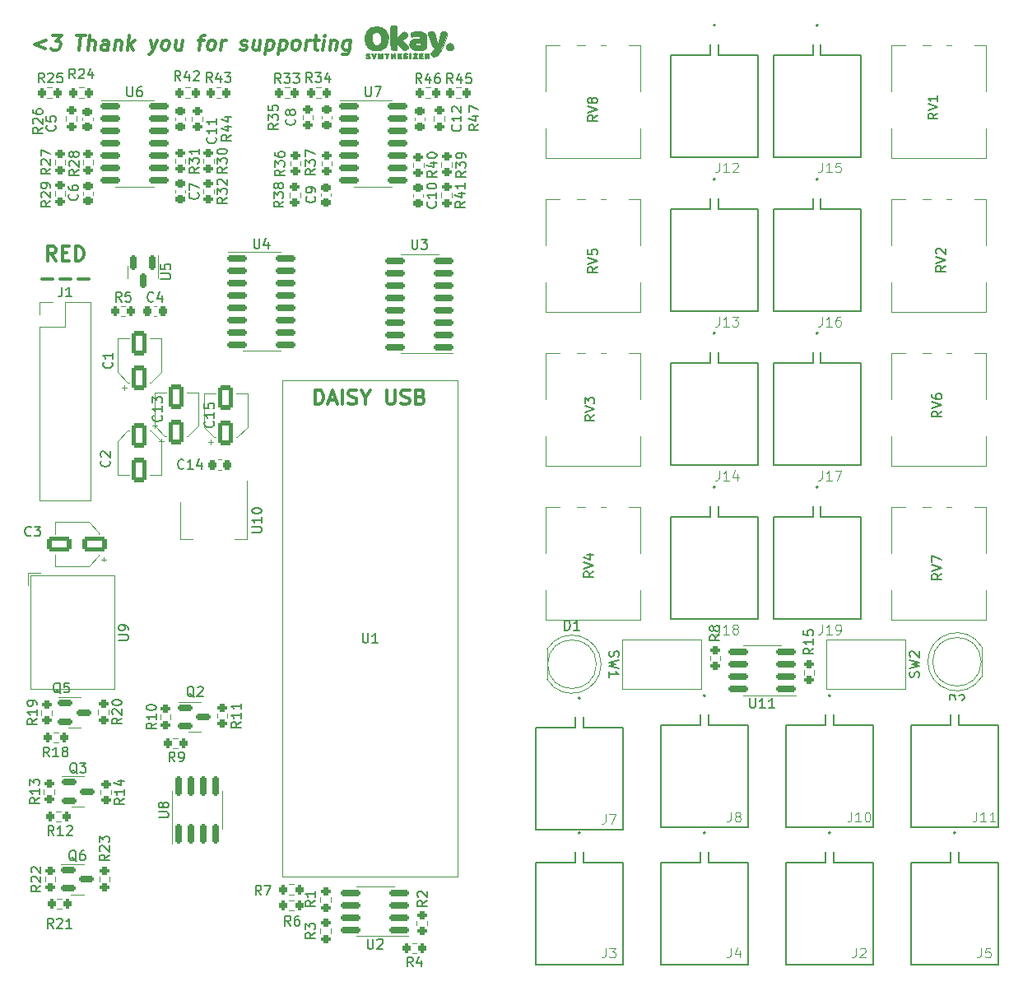
<source format=gto>
%TF.GenerationSoftware,KiCad,Pcbnew,(6.0.0-0)*%
%TF.CreationDate,2022-09-18T03:09:56-04:00*%
%TF.ProjectId,daisy_hardware_v1,64616973-795f-4686-9172-64776172655f,rev?*%
%TF.SameCoordinates,Original*%
%TF.FileFunction,Legend,Top*%
%TF.FilePolarity,Positive*%
%FSLAX46Y46*%
G04 Gerber Fmt 4.6, Leading zero omitted, Abs format (unit mm)*
G04 Created by KiCad (PCBNEW (6.0.0-0)) date 2022-09-18 03:09:56*
%MOMM*%
%LPD*%
G01*
G04 APERTURE LIST*
G04 Aperture macros list*
%AMRoundRect*
0 Rectangle with rounded corners*
0 $1 Rounding radius*
0 $2 $3 $4 $5 $6 $7 $8 $9 X,Y pos of 4 corners*
0 Add a 4 corners polygon primitive as box body*
4,1,4,$2,$3,$4,$5,$6,$7,$8,$9,$2,$3,0*
0 Add four circle primitives for the rounded corners*
1,1,$1+$1,$2,$3*
1,1,$1+$1,$4,$5*
1,1,$1+$1,$6,$7*
1,1,$1+$1,$8,$9*
0 Add four rect primitives between the rounded corners*
20,1,$1+$1,$2,$3,$4,$5,0*
20,1,$1+$1,$4,$5,$6,$7,0*
20,1,$1+$1,$6,$7,$8,$9,0*
20,1,$1+$1,$8,$9,$2,$3,0*%
G04 Aperture macros list end*
%ADD10C,0.300000*%
%ADD11C,0.015000*%
%ADD12C,0.150000*%
%ADD13C,0.127000*%
%ADD14C,0.200000*%
%ADD15C,0.120000*%
%ADD16C,0.010000*%
%ADD17O,2.216000X1.108000*%
%ADD18O,2.016000X1.008000*%
%ADD19RoundRect,0.250000X0.550000X-1.050000X0.550000X1.050000X-0.550000X1.050000X-0.550000X-1.050000X0*%
%ADD20RoundRect,0.200000X0.275000X-0.200000X0.275000X0.200000X-0.275000X0.200000X-0.275000X-0.200000X0*%
%ADD21RoundRect,0.200000X-0.200000X-0.275000X0.200000X-0.275000X0.200000X0.275000X-0.200000X0.275000X0*%
%ADD22RoundRect,0.225000X0.250000X-0.225000X0.250000X0.225000X-0.250000X0.225000X-0.250000X-0.225000X0*%
%ADD23R,1.700000X1.700000*%
%ADD24O,1.700000X1.700000*%
%ADD25RoundRect,0.200000X-0.275000X0.200000X-0.275000X-0.200000X0.275000X-0.200000X0.275000X0.200000X0*%
%ADD26RoundRect,0.225000X-0.250000X0.225000X-0.250000X-0.225000X0.250000X-0.225000X0.250000X0.225000X0*%
%ADD27C,3.240000*%
%ADD28R,1.800000X1.800000*%
%ADD29C,1.800000*%
%ADD30RoundRect,0.250000X-0.550000X1.050000X-0.550000X-1.050000X0.550000X-1.050000X0.550000X1.050000X0*%
%ADD31RoundRect,0.200000X0.200000X0.275000X-0.200000X0.275000X-0.200000X-0.275000X0.200000X-0.275000X0*%
%ADD32RoundRect,0.150000X-0.587500X-0.150000X0.587500X-0.150000X0.587500X0.150000X-0.587500X0.150000X0*%
%ADD33RoundRect,0.225000X-0.225000X-0.250000X0.225000X-0.250000X0.225000X0.250000X-0.225000X0.250000X0*%
%ADD34RoundRect,0.150000X-0.150000X0.587500X-0.150000X-0.587500X0.150000X-0.587500X0.150000X0.587500X0*%
%ADD35RoundRect,0.150000X-0.825000X-0.150000X0.825000X-0.150000X0.825000X0.150000X-0.825000X0.150000X0*%
%ADD36R,1.500000X2.000000*%
%ADD37R,3.800000X2.000000*%
%ADD38RoundRect,0.150000X0.825000X0.150000X-0.825000X0.150000X-0.825000X-0.150000X0.825000X-0.150000X0*%
%ADD39RoundRect,0.250000X1.050000X0.550000X-1.050000X0.550000X-1.050000X-0.550000X1.050000X-0.550000X0*%
%ADD40C,1.524000*%
%ADD41RoundRect,0.150000X0.150000X-0.825000X0.150000X0.825000X-0.150000X0.825000X-0.150000X-0.825000X0*%
%ADD42R,2.300000X1.500000*%
%ADD43O,2.300000X1.500000*%
G04 APERTURE END LIST*
D10*
X40145714Y-301395071D02*
X39645714Y-300680785D01*
X39288571Y-301395071D02*
X39288571Y-299895071D01*
X39860000Y-299895071D01*
X40002857Y-299966500D01*
X40074285Y-300037928D01*
X40145714Y-300180785D01*
X40145714Y-300395071D01*
X40074285Y-300537928D01*
X40002857Y-300609357D01*
X39860000Y-300680785D01*
X39288571Y-300680785D01*
X40788571Y-300609357D02*
X41288571Y-300609357D01*
X41502857Y-301395071D02*
X40788571Y-301395071D01*
X40788571Y-299895071D01*
X41502857Y-299895071D01*
X42145714Y-301395071D02*
X42145714Y-299895071D01*
X42502857Y-299895071D01*
X42717142Y-299966500D01*
X42860000Y-300109357D01*
X42931428Y-300252214D01*
X43002857Y-300537928D01*
X43002857Y-300752214D01*
X42931428Y-301037928D01*
X42860000Y-301180785D01*
X42717142Y-301323642D01*
X42502857Y-301395071D01*
X42145714Y-301395071D01*
X38681428Y-303238642D02*
X39824285Y-303238642D01*
X40538571Y-303238642D02*
X41681428Y-303238642D01*
X42395714Y-303238642D02*
X43538571Y-303238642D01*
X66805971Y-316166171D02*
X66805971Y-314666171D01*
X67163114Y-314666171D01*
X67377400Y-314737600D01*
X67520257Y-314880457D01*
X67591685Y-315023314D01*
X67663114Y-315309028D01*
X67663114Y-315523314D01*
X67591685Y-315809028D01*
X67520257Y-315951885D01*
X67377400Y-316094742D01*
X67163114Y-316166171D01*
X66805971Y-316166171D01*
X68234542Y-315737600D02*
X68948828Y-315737600D01*
X68091685Y-316166171D02*
X68591685Y-314666171D01*
X69091685Y-316166171D01*
X69591685Y-316166171D02*
X69591685Y-314666171D01*
X70234542Y-316094742D02*
X70448828Y-316166171D01*
X70805971Y-316166171D01*
X70948828Y-316094742D01*
X71020257Y-316023314D01*
X71091685Y-315880457D01*
X71091685Y-315737600D01*
X71020257Y-315594742D01*
X70948828Y-315523314D01*
X70805971Y-315451885D01*
X70520257Y-315380457D01*
X70377400Y-315309028D01*
X70305971Y-315237600D01*
X70234542Y-315094742D01*
X70234542Y-314951885D01*
X70305971Y-314809028D01*
X70377400Y-314737600D01*
X70520257Y-314666171D01*
X70877400Y-314666171D01*
X71091685Y-314737600D01*
X72020257Y-315451885D02*
X72020257Y-316166171D01*
X71520257Y-314666171D02*
X72020257Y-315451885D01*
X72520257Y-314666171D01*
X74163114Y-314666171D02*
X74163114Y-315880457D01*
X74234542Y-316023314D01*
X74305971Y-316094742D01*
X74448828Y-316166171D01*
X74734542Y-316166171D01*
X74877400Y-316094742D01*
X74948828Y-316023314D01*
X75020257Y-315880457D01*
X75020257Y-314666171D01*
X75663114Y-316094742D02*
X75877400Y-316166171D01*
X76234542Y-316166171D01*
X76377400Y-316094742D01*
X76448828Y-316023314D01*
X76520257Y-315880457D01*
X76520257Y-315737600D01*
X76448828Y-315594742D01*
X76377400Y-315523314D01*
X76234542Y-315451885D01*
X75948828Y-315380457D01*
X75805971Y-315309028D01*
X75734542Y-315237600D01*
X75663114Y-315094742D01*
X75663114Y-314951885D01*
X75734542Y-314809028D01*
X75805971Y-314737600D01*
X75948828Y-314666171D01*
X76305971Y-314666171D01*
X76520257Y-314737600D01*
X77663114Y-315380457D02*
X77877400Y-315451885D01*
X77948828Y-315523314D01*
X78020257Y-315666171D01*
X78020257Y-315880457D01*
X77948828Y-316023314D01*
X77877400Y-316094742D01*
X77734542Y-316166171D01*
X77163114Y-316166171D01*
X77163114Y-314666171D01*
X77663114Y-314666171D01*
X77805971Y-314737600D01*
X77877400Y-314809028D01*
X77948828Y-314951885D01*
X77948828Y-315094742D01*
X77877400Y-315237600D01*
X77805971Y-315309028D01*
X77663114Y-315380457D01*
X77163114Y-315380457D01*
X39161562Y-278697571D02*
X37965133Y-279126142D01*
X39054419Y-279554714D01*
X39795491Y-278197571D02*
X40724062Y-278197571D01*
X40152633Y-278769000D01*
X40366919Y-278769000D01*
X40500848Y-278840428D01*
X40563348Y-278911857D01*
X40616919Y-279054714D01*
X40572276Y-279411857D01*
X40482991Y-279554714D01*
X40402633Y-279626142D01*
X40250848Y-279697571D01*
X39822276Y-279697571D01*
X39688348Y-279626142D01*
X39625848Y-279554714D01*
X42295491Y-278197571D02*
X43152633Y-278197571D01*
X42536562Y-279697571D02*
X42724062Y-278197571D01*
X43465133Y-279697571D02*
X43652633Y-278197571D01*
X44107991Y-279697571D02*
X44206205Y-278911857D01*
X44152633Y-278769000D01*
X44018705Y-278697571D01*
X43804419Y-278697571D01*
X43652633Y-278769000D01*
X43572276Y-278840428D01*
X45465133Y-279697571D02*
X45563348Y-278911857D01*
X45509776Y-278769000D01*
X45375848Y-278697571D01*
X45090133Y-278697571D01*
X44938348Y-278769000D01*
X45474062Y-279626142D02*
X45322276Y-279697571D01*
X44965133Y-279697571D01*
X44831205Y-279626142D01*
X44777633Y-279483285D01*
X44795491Y-279340428D01*
X44884776Y-279197571D01*
X45036562Y-279126142D01*
X45393705Y-279126142D01*
X45545491Y-279054714D01*
X46304419Y-278697571D02*
X46179419Y-279697571D01*
X46286562Y-278840428D02*
X46366919Y-278769000D01*
X46518705Y-278697571D01*
X46732991Y-278697571D01*
X46866919Y-278769000D01*
X46920491Y-278911857D01*
X46822276Y-279697571D01*
X47536562Y-279697571D02*
X47724062Y-278197571D01*
X47750848Y-279126142D02*
X48107991Y-279697571D01*
X48232991Y-278697571D02*
X47590133Y-279269000D01*
X49875848Y-278697571D02*
X50107991Y-279697571D01*
X50590133Y-278697571D02*
X50107991Y-279697571D01*
X49920491Y-280054714D01*
X49840133Y-280126142D01*
X49688348Y-280197571D01*
X51250848Y-279697571D02*
X51116919Y-279626142D01*
X51054419Y-279554714D01*
X51000848Y-279411857D01*
X51054419Y-278983285D01*
X51143705Y-278840428D01*
X51224062Y-278769000D01*
X51375848Y-278697571D01*
X51590133Y-278697571D01*
X51724062Y-278769000D01*
X51786562Y-278840428D01*
X51840133Y-278983285D01*
X51786562Y-279411857D01*
X51697276Y-279554714D01*
X51616919Y-279626142D01*
X51465133Y-279697571D01*
X51250848Y-279697571D01*
X53161562Y-278697571D02*
X53036562Y-279697571D01*
X52518705Y-278697571D02*
X52420491Y-279483285D01*
X52474062Y-279626142D01*
X52607991Y-279697571D01*
X52822276Y-279697571D01*
X52974062Y-279626142D01*
X53054419Y-279554714D01*
X54804419Y-278697571D02*
X55375848Y-278697571D01*
X54893705Y-279697571D02*
X55054419Y-278411857D01*
X55143705Y-278269000D01*
X55295491Y-278197571D01*
X55438348Y-278197571D01*
X55965133Y-279697571D02*
X55831205Y-279626142D01*
X55768705Y-279554714D01*
X55715133Y-279411857D01*
X55768705Y-278983285D01*
X55857991Y-278840428D01*
X55938348Y-278769000D01*
X56090133Y-278697571D01*
X56304419Y-278697571D01*
X56438348Y-278769000D01*
X56500848Y-278840428D01*
X56554419Y-278983285D01*
X56500848Y-279411857D01*
X56411562Y-279554714D01*
X56331205Y-279626142D01*
X56179419Y-279697571D01*
X55965133Y-279697571D01*
X57107991Y-279697571D02*
X57232991Y-278697571D01*
X57197276Y-278983285D02*
X57286562Y-278840428D01*
X57366919Y-278769000D01*
X57518705Y-278697571D01*
X57661562Y-278697571D01*
X59116919Y-279626142D02*
X59250848Y-279697571D01*
X59536562Y-279697571D01*
X59688348Y-279626142D01*
X59777633Y-279483285D01*
X59786562Y-279411857D01*
X59732991Y-279269000D01*
X59599062Y-279197571D01*
X59384776Y-279197571D01*
X59250848Y-279126142D01*
X59197276Y-278983285D01*
X59206205Y-278911857D01*
X59295491Y-278769000D01*
X59447276Y-278697571D01*
X59661562Y-278697571D01*
X59795491Y-278769000D01*
X61161562Y-278697571D02*
X61036562Y-279697571D01*
X60518705Y-278697571D02*
X60420491Y-279483285D01*
X60474062Y-279626142D01*
X60607991Y-279697571D01*
X60822276Y-279697571D01*
X60974062Y-279626142D01*
X61054419Y-279554714D01*
X61875848Y-278697571D02*
X61688348Y-280197571D01*
X61866919Y-278769000D02*
X62018705Y-278697571D01*
X62304419Y-278697571D01*
X62438348Y-278769000D01*
X62500848Y-278840428D01*
X62554419Y-278983285D01*
X62500848Y-279411857D01*
X62411562Y-279554714D01*
X62331205Y-279626142D01*
X62179419Y-279697571D01*
X61893705Y-279697571D01*
X61759776Y-279626142D01*
X63232991Y-278697571D02*
X63045491Y-280197571D01*
X63224062Y-278769000D02*
X63375848Y-278697571D01*
X63661562Y-278697571D01*
X63795491Y-278769000D01*
X63857991Y-278840428D01*
X63911562Y-278983285D01*
X63857991Y-279411857D01*
X63768705Y-279554714D01*
X63688348Y-279626142D01*
X63536562Y-279697571D01*
X63250848Y-279697571D01*
X63116919Y-279626142D01*
X64679419Y-279697571D02*
X64545491Y-279626142D01*
X64482991Y-279554714D01*
X64429419Y-279411857D01*
X64482991Y-278983285D01*
X64572276Y-278840428D01*
X64652633Y-278769000D01*
X64804419Y-278697571D01*
X65018705Y-278697571D01*
X65152633Y-278769000D01*
X65215133Y-278840428D01*
X65268705Y-278983285D01*
X65215133Y-279411857D01*
X65125848Y-279554714D01*
X65045491Y-279626142D01*
X64893705Y-279697571D01*
X64679419Y-279697571D01*
X65822276Y-279697571D02*
X65947276Y-278697571D01*
X65911562Y-278983285D02*
X66000848Y-278840428D01*
X66081205Y-278769000D01*
X66232991Y-278697571D01*
X66375848Y-278697571D01*
X66661562Y-278697571D02*
X67232991Y-278697571D01*
X66938348Y-278197571D02*
X66777633Y-279483285D01*
X66831205Y-279626142D01*
X66965133Y-279697571D01*
X67107991Y-279697571D01*
X67607991Y-279697571D02*
X67732991Y-278697571D01*
X67795491Y-278197571D02*
X67715133Y-278269000D01*
X67777633Y-278340428D01*
X67857991Y-278269000D01*
X67795491Y-278197571D01*
X67777633Y-278340428D01*
X68447276Y-278697571D02*
X68322276Y-279697571D01*
X68429419Y-278840428D02*
X68509776Y-278769000D01*
X68661562Y-278697571D01*
X68875848Y-278697571D01*
X69009776Y-278769000D01*
X69063348Y-278911857D01*
X68965133Y-279697571D01*
X70447276Y-278697571D02*
X70295491Y-279911857D01*
X70206205Y-280054714D01*
X70125848Y-280126142D01*
X69974062Y-280197571D01*
X69759776Y-280197571D01*
X69625848Y-280126142D01*
X70331205Y-279626142D02*
X70179419Y-279697571D01*
X69893705Y-279697571D01*
X69759776Y-279626142D01*
X69697276Y-279554714D01*
X69643705Y-279411857D01*
X69697276Y-278983285D01*
X69786562Y-278840428D01*
X69866919Y-278769000D01*
X70018705Y-278697571D01*
X70304419Y-278697571D01*
X70438348Y-278769000D01*
D11*
%TO.C,J13*%
X108385809Y-307147379D02*
X108385809Y-307861665D01*
X108338190Y-308004522D01*
X108242952Y-308099760D01*
X108100094Y-308147379D01*
X108004856Y-308147379D01*
X109385809Y-308147379D02*
X108814380Y-308147379D01*
X109100094Y-308147379D02*
X109100094Y-307147379D01*
X109004856Y-307290237D01*
X108909618Y-307385475D01*
X108814380Y-307433094D01*
X109719142Y-307147379D02*
X110338190Y-307147379D01*
X110004856Y-307528332D01*
X110147713Y-307528332D01*
X110242952Y-307575951D01*
X110290571Y-307623570D01*
X110338190Y-307718808D01*
X110338190Y-307956903D01*
X110290571Y-308052141D01*
X110242952Y-308099760D01*
X110147713Y-308147379D01*
X109861999Y-308147379D01*
X109766761Y-308099760D01*
X109719142Y-308052141D01*
D12*
%TO.C,C15*%
X56317142Y-317933857D02*
X56364761Y-317981476D01*
X56412380Y-318124333D01*
X56412380Y-318219571D01*
X56364761Y-318362428D01*
X56269523Y-318457666D01*
X56174285Y-318505285D01*
X55983809Y-318552904D01*
X55840952Y-318552904D01*
X55650476Y-318505285D01*
X55555238Y-318457666D01*
X55460000Y-318362428D01*
X55412380Y-318219571D01*
X55412380Y-318124333D01*
X55460000Y-317981476D01*
X55507619Y-317933857D01*
X56412380Y-316981476D02*
X56412380Y-317552904D01*
X56412380Y-317267190D02*
X55412380Y-317267190D01*
X55555238Y-317362428D01*
X55650476Y-317457666D01*
X55698095Y-317552904D01*
X55412380Y-316076714D02*
X55412380Y-316552904D01*
X55888571Y-316600523D01*
X55840952Y-316552904D01*
X55793333Y-316457666D01*
X55793333Y-316219571D01*
X55840952Y-316124333D01*
X55888571Y-316076714D01*
X55983809Y-316029095D01*
X56221904Y-316029095D01*
X56317142Y-316076714D01*
X56364761Y-316124333D01*
X56412380Y-316219571D01*
X56412380Y-316457666D01*
X56364761Y-316552904D01*
X56317142Y-316600523D01*
D11*
%TO.C,J15*%
X118959142Y-291311380D02*
X118959142Y-292025666D01*
X118911523Y-292168523D01*
X118816285Y-292263761D01*
X118673427Y-292311380D01*
X118578189Y-292311380D01*
X119959142Y-292311380D02*
X119387713Y-292311380D01*
X119673427Y-292311380D02*
X119673427Y-291311380D01*
X119578189Y-291454238D01*
X119482951Y-291549476D01*
X119387713Y-291597095D01*
X120863904Y-291311380D02*
X120387713Y-291311380D01*
X120340094Y-291787571D01*
X120387713Y-291739952D01*
X120482951Y-291692333D01*
X120721046Y-291692333D01*
X120816285Y-291739952D01*
X120863904Y-291787571D01*
X120911523Y-291882809D01*
X120911523Y-292120904D01*
X120863904Y-292216142D01*
X120816285Y-292263761D01*
X120721046Y-292311380D01*
X120482951Y-292311380D01*
X120387713Y-292263761D01*
X120340094Y-292216142D01*
D12*
%TO.C,R22*%
X38578380Y-365658857D02*
X38102190Y-365992190D01*
X38578380Y-366230285D02*
X37578380Y-366230285D01*
X37578380Y-365849333D01*
X37626000Y-365754095D01*
X37673619Y-365706476D01*
X37768857Y-365658857D01*
X37911714Y-365658857D01*
X38006952Y-365706476D01*
X38054571Y-365754095D01*
X38102190Y-365849333D01*
X38102190Y-366230285D01*
X37673619Y-365277904D02*
X37626000Y-365230285D01*
X37578380Y-365135047D01*
X37578380Y-364896952D01*
X37626000Y-364801714D01*
X37673619Y-364754095D01*
X37768857Y-364706476D01*
X37864095Y-364706476D01*
X38006952Y-364754095D01*
X38578380Y-365325523D01*
X38578380Y-364706476D01*
X37673619Y-364325523D02*
X37626000Y-364277904D01*
X37578380Y-364182666D01*
X37578380Y-363944571D01*
X37626000Y-363849333D01*
X37673619Y-363801714D01*
X37768857Y-363754095D01*
X37864095Y-363754095D01*
X38006952Y-363801714D01*
X38578380Y-364373142D01*
X38578380Y-363754095D01*
%TO.C,R7*%
X61263333Y-366638380D02*
X60930000Y-366162190D01*
X60691904Y-366638380D02*
X60691904Y-365638380D01*
X61072857Y-365638380D01*
X61168095Y-365686000D01*
X61215714Y-365733619D01*
X61263333Y-365828857D01*
X61263333Y-365971714D01*
X61215714Y-366066952D01*
X61168095Y-366114571D01*
X61072857Y-366162190D01*
X60691904Y-366162190D01*
X61596666Y-365638380D02*
X62263333Y-365638380D01*
X61834761Y-366638380D01*
%TO.C,C11*%
X56551142Y-288696857D02*
X56598761Y-288744476D01*
X56646380Y-288887333D01*
X56646380Y-288982571D01*
X56598761Y-289125428D01*
X56503523Y-289220666D01*
X56408285Y-289268285D01*
X56217809Y-289315904D01*
X56074952Y-289315904D01*
X55884476Y-289268285D01*
X55789238Y-289220666D01*
X55694000Y-289125428D01*
X55646380Y-288982571D01*
X55646380Y-288887333D01*
X55694000Y-288744476D01*
X55741619Y-288696857D01*
X56646380Y-287744476D02*
X56646380Y-288315904D01*
X56646380Y-288030190D02*
X55646380Y-288030190D01*
X55789238Y-288125428D01*
X55884476Y-288220666D01*
X55932095Y-288315904D01*
X56646380Y-286792095D02*
X56646380Y-287363523D01*
X56646380Y-287077809D02*
X55646380Y-287077809D01*
X55789238Y-287173047D01*
X55884476Y-287268285D01*
X55932095Y-287363523D01*
%TO.C,J1*%
X40756666Y-304082380D02*
X40756666Y-304796666D01*
X40709047Y-304939523D01*
X40613809Y-305034761D01*
X40470952Y-305082380D01*
X40375714Y-305082380D01*
X41756666Y-305082380D02*
X41185238Y-305082380D01*
X41470952Y-305082380D02*
X41470952Y-304082380D01*
X41375714Y-304225238D01*
X41280476Y-304320476D01*
X41185238Y-304368095D01*
D11*
%TO.C,J14*%
X108385809Y-322983378D02*
X108385809Y-323697664D01*
X108338190Y-323840521D01*
X108242952Y-323935759D01*
X108100094Y-323983378D01*
X108004856Y-323983378D01*
X109385809Y-323983378D02*
X108814380Y-323983378D01*
X109100094Y-323983378D02*
X109100094Y-322983378D01*
X109004856Y-323126236D01*
X108909618Y-323221474D01*
X108814380Y-323269093D01*
X110242952Y-323316712D02*
X110242952Y-323983378D01*
X110004856Y-322935759D02*
X109766761Y-323650045D01*
X110385809Y-323650045D01*
D12*
%TO.C,R15*%
X118054380Y-341256857D02*
X117578190Y-341590190D01*
X118054380Y-341828285D02*
X117054380Y-341828285D01*
X117054380Y-341447333D01*
X117102000Y-341352095D01*
X117149619Y-341304476D01*
X117244857Y-341256857D01*
X117387714Y-341256857D01*
X117482952Y-341304476D01*
X117530571Y-341352095D01*
X117578190Y-341447333D01*
X117578190Y-341828285D01*
X118054380Y-340304476D02*
X118054380Y-340875904D01*
X118054380Y-340590190D02*
X117054380Y-340590190D01*
X117197238Y-340685428D01*
X117292476Y-340780666D01*
X117340095Y-340875904D01*
X117054380Y-339399714D02*
X117054380Y-339875904D01*
X117530571Y-339923523D01*
X117482952Y-339875904D01*
X117435333Y-339780666D01*
X117435333Y-339542571D01*
X117482952Y-339447333D01*
X117530571Y-339399714D01*
X117625809Y-339352095D01*
X117863904Y-339352095D01*
X117959142Y-339399714D01*
X118006761Y-339447333D01*
X118054380Y-339542571D01*
X118054380Y-339780666D01*
X118006761Y-339875904D01*
X117959142Y-339923523D01*
%TO.C,C10*%
X79207942Y-295339457D02*
X79255561Y-295387076D01*
X79303180Y-295529933D01*
X79303180Y-295625171D01*
X79255561Y-295768028D01*
X79160323Y-295863266D01*
X79065085Y-295910885D01*
X78874609Y-295958504D01*
X78731752Y-295958504D01*
X78541276Y-295910885D01*
X78446038Y-295863266D01*
X78350800Y-295768028D01*
X78303180Y-295625171D01*
X78303180Y-295529933D01*
X78350800Y-295387076D01*
X78398419Y-295339457D01*
X79303180Y-294387076D02*
X79303180Y-294958504D01*
X79303180Y-294672790D02*
X78303180Y-294672790D01*
X78446038Y-294768028D01*
X78541276Y-294863266D01*
X78588895Y-294958504D01*
X78303180Y-293768028D02*
X78303180Y-293672790D01*
X78350800Y-293577552D01*
X78398419Y-293529933D01*
X78493657Y-293482314D01*
X78684133Y-293434695D01*
X78922228Y-293434695D01*
X79112704Y-293482314D01*
X79207942Y-293529933D01*
X79255561Y-293577552D01*
X79303180Y-293672790D01*
X79303180Y-293768028D01*
X79255561Y-293863266D01*
X79207942Y-293910885D01*
X79112704Y-293958504D01*
X78922228Y-294006123D01*
X78684133Y-294006123D01*
X78493657Y-293958504D01*
X78398419Y-293910885D01*
X78350800Y-293863266D01*
X78303180Y-293768028D01*
%TO.C,RV1*%
X130855980Y-286218238D02*
X130379790Y-286551571D01*
X130855980Y-286789666D02*
X129855980Y-286789666D01*
X129855980Y-286408714D01*
X129903600Y-286313476D01*
X129951219Y-286265857D01*
X130046457Y-286218238D01*
X130189314Y-286218238D01*
X130284552Y-286265857D01*
X130332171Y-286313476D01*
X130379790Y-286408714D01*
X130379790Y-286789666D01*
X129855980Y-285932523D02*
X130855980Y-285599190D01*
X129855980Y-285265857D01*
X130855980Y-284408714D02*
X130855980Y-284980142D01*
X130855980Y-284694428D02*
X129855980Y-284694428D01*
X129998838Y-284789666D01*
X130094076Y-284884904D01*
X130141695Y-284980142D01*
%TO.C,R23*%
X45626380Y-362510857D02*
X45150190Y-362844190D01*
X45626380Y-363082285D02*
X44626380Y-363082285D01*
X44626380Y-362701333D01*
X44674000Y-362606095D01*
X44721619Y-362558476D01*
X44816857Y-362510857D01*
X44959714Y-362510857D01*
X45054952Y-362558476D01*
X45102571Y-362606095D01*
X45150190Y-362701333D01*
X45150190Y-363082285D01*
X44721619Y-362129904D02*
X44674000Y-362082285D01*
X44626380Y-361987047D01*
X44626380Y-361748952D01*
X44674000Y-361653714D01*
X44721619Y-361606095D01*
X44816857Y-361558476D01*
X44912095Y-361558476D01*
X45054952Y-361606095D01*
X45626380Y-362177523D01*
X45626380Y-361558476D01*
X44626380Y-361225142D02*
X44626380Y-360606095D01*
X45007333Y-360939428D01*
X45007333Y-360796571D01*
X45054952Y-360701333D01*
X45102571Y-360653714D01*
X45197809Y-360606095D01*
X45435904Y-360606095D01*
X45531142Y-360653714D01*
X45578761Y-360701333D01*
X45626380Y-360796571D01*
X45626380Y-361082285D01*
X45578761Y-361177523D01*
X45531142Y-361225142D01*
%TO.C,C2*%
X45632742Y-321953466D02*
X45680361Y-322001085D01*
X45727980Y-322143942D01*
X45727980Y-322239180D01*
X45680361Y-322382038D01*
X45585123Y-322477276D01*
X45489885Y-322524895D01*
X45299409Y-322572514D01*
X45156552Y-322572514D01*
X44966076Y-322524895D01*
X44870838Y-322477276D01*
X44775600Y-322382038D01*
X44727980Y-322239180D01*
X44727980Y-322143942D01*
X44775600Y-322001085D01*
X44823219Y-321953466D01*
X44823219Y-321572514D02*
X44775600Y-321524895D01*
X44727980Y-321429657D01*
X44727980Y-321191561D01*
X44775600Y-321096323D01*
X44823219Y-321048704D01*
X44918457Y-321001085D01*
X45013695Y-321001085D01*
X45156552Y-321048704D01*
X45727980Y-321620133D01*
X45727980Y-321001085D01*
%TO.C,C12*%
X81747942Y-287426857D02*
X81795561Y-287474476D01*
X81843180Y-287617333D01*
X81843180Y-287712571D01*
X81795561Y-287855428D01*
X81700323Y-287950666D01*
X81605085Y-287998285D01*
X81414609Y-288045904D01*
X81271752Y-288045904D01*
X81081276Y-287998285D01*
X80986038Y-287950666D01*
X80890800Y-287855428D01*
X80843180Y-287712571D01*
X80843180Y-287617333D01*
X80890800Y-287474476D01*
X80938419Y-287426857D01*
X81843180Y-286474476D02*
X81843180Y-287045904D01*
X81843180Y-286760190D02*
X80843180Y-286760190D01*
X80986038Y-286855428D01*
X81081276Y-286950666D01*
X81128895Y-287045904D01*
X80938419Y-286093523D02*
X80890800Y-286045904D01*
X80843180Y-285950666D01*
X80843180Y-285712571D01*
X80890800Y-285617333D01*
X80938419Y-285569714D01*
X81033657Y-285522095D01*
X81128895Y-285522095D01*
X81271752Y-285569714D01*
X81843180Y-286141142D01*
X81843180Y-285522095D01*
%TO.C,R20*%
X46900380Y-348451857D02*
X46424190Y-348785190D01*
X46900380Y-349023285D02*
X45900380Y-349023285D01*
X45900380Y-348642333D01*
X45948000Y-348547095D01*
X45995619Y-348499476D01*
X46090857Y-348451857D01*
X46233714Y-348451857D01*
X46328952Y-348499476D01*
X46376571Y-348547095D01*
X46424190Y-348642333D01*
X46424190Y-349023285D01*
X45995619Y-348070904D02*
X45948000Y-348023285D01*
X45900380Y-347928047D01*
X45900380Y-347689952D01*
X45948000Y-347594714D01*
X45995619Y-347547095D01*
X46090857Y-347499476D01*
X46186095Y-347499476D01*
X46328952Y-347547095D01*
X46900380Y-348118523D01*
X46900380Y-347499476D01*
X45900380Y-346880428D02*
X45900380Y-346785190D01*
X45948000Y-346689952D01*
X45995619Y-346642333D01*
X46090857Y-346594714D01*
X46281333Y-346547095D01*
X46519428Y-346547095D01*
X46709904Y-346594714D01*
X46805142Y-346642333D01*
X46852761Y-346689952D01*
X46900380Y-346785190D01*
X46900380Y-346880428D01*
X46852761Y-346975666D01*
X46805142Y-347023285D01*
X46709904Y-347070904D01*
X46519428Y-347118523D01*
X46281333Y-347118523D01*
X46090857Y-347070904D01*
X45995619Y-347023285D01*
X45948000Y-346975666D01*
X45900380Y-346880428D01*
%TO.C,R3*%
X66806380Y-370516666D02*
X66330190Y-370850000D01*
X66806380Y-371088095D02*
X65806380Y-371088095D01*
X65806380Y-370707142D01*
X65854000Y-370611904D01*
X65901619Y-370564285D01*
X65996857Y-370516666D01*
X66139714Y-370516666D01*
X66234952Y-370564285D01*
X66282571Y-370611904D01*
X66330190Y-370707142D01*
X66330190Y-371088095D01*
X65806380Y-370183333D02*
X65806380Y-369564285D01*
X66187333Y-369897619D01*
X66187333Y-369754761D01*
X66234952Y-369659523D01*
X66282571Y-369611904D01*
X66377809Y-369564285D01*
X66615904Y-369564285D01*
X66711142Y-369611904D01*
X66758761Y-369659523D01*
X66806380Y-369754761D01*
X66806380Y-370040476D01*
X66758761Y-370135714D01*
X66711142Y-370183333D01*
%TO.C,D1*%
X92491904Y-339392380D02*
X92491904Y-338392380D01*
X92730000Y-338392380D01*
X92872857Y-338440000D01*
X92968095Y-338535238D01*
X93015714Y-338630476D01*
X93063333Y-338820952D01*
X93063333Y-338963809D01*
X93015714Y-339154285D01*
X92968095Y-339249523D01*
X92872857Y-339344761D01*
X92730000Y-339392380D01*
X92491904Y-339392380D01*
X94015714Y-339392380D02*
X93444285Y-339392380D01*
X93730000Y-339392380D02*
X93730000Y-338392380D01*
X93634761Y-338535238D01*
X93539523Y-338630476D01*
X93444285Y-338678095D01*
%TO.C,R10*%
X50453380Y-348957857D02*
X49977190Y-349291190D01*
X50453380Y-349529285D02*
X49453380Y-349529285D01*
X49453380Y-349148333D01*
X49501000Y-349053095D01*
X49548619Y-349005476D01*
X49643857Y-348957857D01*
X49786714Y-348957857D01*
X49881952Y-349005476D01*
X49929571Y-349053095D01*
X49977190Y-349148333D01*
X49977190Y-349529285D01*
X50453380Y-348005476D02*
X50453380Y-348576904D01*
X50453380Y-348291190D02*
X49453380Y-348291190D01*
X49596238Y-348386428D01*
X49691476Y-348481666D01*
X49739095Y-348576904D01*
X49453380Y-347386428D02*
X49453380Y-347291190D01*
X49501000Y-347195952D01*
X49548619Y-347148333D01*
X49643857Y-347100714D01*
X49834333Y-347053095D01*
X50072428Y-347053095D01*
X50262904Y-347100714D01*
X50358142Y-347148333D01*
X50405761Y-347195952D01*
X50453380Y-347291190D01*
X50453380Y-347386428D01*
X50405761Y-347481666D01*
X50358142Y-347529285D01*
X50262904Y-347576904D01*
X50072428Y-347624523D01*
X49834333Y-347624523D01*
X49643857Y-347576904D01*
X49548619Y-347529285D01*
X49501000Y-347481666D01*
X49453380Y-347386428D01*
D11*
%TO.C,J10*%
X121957142Y-358100380D02*
X121957142Y-358814666D01*
X121909523Y-358957523D01*
X121814285Y-359052761D01*
X121671427Y-359100380D01*
X121576189Y-359100380D01*
X122957142Y-359100380D02*
X122385713Y-359100380D01*
X122671427Y-359100380D02*
X122671427Y-358100380D01*
X122576189Y-358243238D01*
X122480951Y-358338476D01*
X122385713Y-358386095D01*
X123576189Y-358100380D02*
X123671427Y-358100380D01*
X123766666Y-358148000D01*
X123814285Y-358195619D01*
X123861904Y-358290857D01*
X123909523Y-358481333D01*
X123909523Y-358719428D01*
X123861904Y-358909904D01*
X123814285Y-359005142D01*
X123766666Y-359052761D01*
X123671427Y-359100380D01*
X123576189Y-359100380D01*
X123480951Y-359052761D01*
X123433332Y-359005142D01*
X123385713Y-358909904D01*
X123338094Y-358719428D01*
X123338094Y-358481333D01*
X123385713Y-358290857D01*
X123433332Y-358195619D01*
X123480951Y-358148000D01*
X123576189Y-358100380D01*
D12*
%TO.C,R47*%
X83621180Y-287388257D02*
X83144990Y-287721590D01*
X83621180Y-287959685D02*
X82621180Y-287959685D01*
X82621180Y-287578733D01*
X82668800Y-287483495D01*
X82716419Y-287435876D01*
X82811657Y-287388257D01*
X82954514Y-287388257D01*
X83049752Y-287435876D01*
X83097371Y-287483495D01*
X83144990Y-287578733D01*
X83144990Y-287959685D01*
X82954514Y-286531114D02*
X83621180Y-286531114D01*
X82573561Y-286769209D02*
X83287847Y-287007304D01*
X83287847Y-286388257D01*
X82621180Y-286102542D02*
X82621180Y-285435876D01*
X83621180Y-285864447D01*
%TO.C,R4*%
X76855333Y-374010380D02*
X76522000Y-373534190D01*
X76283904Y-374010380D02*
X76283904Y-373010380D01*
X76664857Y-373010380D01*
X76760095Y-373058000D01*
X76807714Y-373105619D01*
X76855333Y-373200857D01*
X76855333Y-373343714D01*
X76807714Y-373438952D01*
X76760095Y-373486571D01*
X76664857Y-373534190D01*
X76283904Y-373534190D01*
X77712476Y-373343714D02*
X77712476Y-374010380D01*
X77474380Y-372962761D02*
X77236285Y-373677047D01*
X77855333Y-373677047D01*
%TO.C,RV3*%
X95549980Y-317282438D02*
X95073790Y-317615771D01*
X95549980Y-317853866D02*
X94549980Y-317853866D01*
X94549980Y-317472914D01*
X94597600Y-317377676D01*
X94645219Y-317330057D01*
X94740457Y-317282438D01*
X94883314Y-317282438D01*
X94978552Y-317330057D01*
X95026171Y-317377676D01*
X95073790Y-317472914D01*
X95073790Y-317853866D01*
X94549980Y-316996723D02*
X95549980Y-316663390D01*
X94549980Y-316330057D01*
X94549980Y-316091961D02*
X94549980Y-315472914D01*
X94930933Y-315806247D01*
X94930933Y-315663390D01*
X94978552Y-315568152D01*
X95026171Y-315520533D01*
X95121409Y-315472914D01*
X95359504Y-315472914D01*
X95454742Y-315520533D01*
X95502361Y-315568152D01*
X95549980Y-315663390D01*
X95549980Y-315949104D01*
X95502361Y-316044342D01*
X95454742Y-316091961D01*
%TO.C,R36*%
X63656780Y-292062857D02*
X63180590Y-292396190D01*
X63656780Y-292634285D02*
X62656780Y-292634285D01*
X62656780Y-292253333D01*
X62704400Y-292158095D01*
X62752019Y-292110476D01*
X62847257Y-292062857D01*
X62990114Y-292062857D01*
X63085352Y-292110476D01*
X63132971Y-292158095D01*
X63180590Y-292253333D01*
X63180590Y-292634285D01*
X62656780Y-291729523D02*
X62656780Y-291110476D01*
X63037733Y-291443809D01*
X63037733Y-291300952D01*
X63085352Y-291205714D01*
X63132971Y-291158095D01*
X63228209Y-291110476D01*
X63466304Y-291110476D01*
X63561542Y-291158095D01*
X63609161Y-291205714D01*
X63656780Y-291300952D01*
X63656780Y-291586666D01*
X63609161Y-291681904D01*
X63561542Y-291729523D01*
X62656780Y-290253333D02*
X62656780Y-290443809D01*
X62704400Y-290539047D01*
X62752019Y-290586666D01*
X62894876Y-290681904D01*
X63085352Y-290729523D01*
X63466304Y-290729523D01*
X63561542Y-290681904D01*
X63609161Y-290634285D01*
X63656780Y-290539047D01*
X63656780Y-290348571D01*
X63609161Y-290253333D01*
X63561542Y-290205714D01*
X63466304Y-290158095D01*
X63228209Y-290158095D01*
X63132971Y-290205714D01*
X63085352Y-290253333D01*
X63037733Y-290348571D01*
X63037733Y-290539047D01*
X63085352Y-290634285D01*
X63132971Y-290681904D01*
X63228209Y-290729523D01*
%TO.C,C5*%
X40041142Y-287458666D02*
X40088761Y-287506285D01*
X40136380Y-287649142D01*
X40136380Y-287744380D01*
X40088761Y-287887238D01*
X39993523Y-287982476D01*
X39898285Y-288030095D01*
X39707809Y-288077714D01*
X39564952Y-288077714D01*
X39374476Y-288030095D01*
X39279238Y-287982476D01*
X39184000Y-287887238D01*
X39136380Y-287744380D01*
X39136380Y-287649142D01*
X39184000Y-287506285D01*
X39231619Y-287458666D01*
X39136380Y-286553904D02*
X39136380Y-287030095D01*
X39612571Y-287077714D01*
X39564952Y-287030095D01*
X39517333Y-286934857D01*
X39517333Y-286696761D01*
X39564952Y-286601523D01*
X39612571Y-286553904D01*
X39707809Y-286506285D01*
X39945904Y-286506285D01*
X40041142Y-286553904D01*
X40088761Y-286601523D01*
X40136380Y-286696761D01*
X40136380Y-286934857D01*
X40088761Y-287030095D01*
X40041142Y-287077714D01*
%TO.C,RV5*%
X95854780Y-302017038D02*
X95378590Y-302350371D01*
X95854780Y-302588466D02*
X94854780Y-302588466D01*
X94854780Y-302207514D01*
X94902400Y-302112276D01*
X94950019Y-302064657D01*
X95045257Y-302017038D01*
X95188114Y-302017038D01*
X95283352Y-302064657D01*
X95330971Y-302112276D01*
X95378590Y-302207514D01*
X95378590Y-302588466D01*
X94854780Y-301731323D02*
X95854780Y-301397990D01*
X94854780Y-301064657D01*
X94854780Y-300255133D02*
X94854780Y-300731323D01*
X95330971Y-300778942D01*
X95283352Y-300731323D01*
X95235733Y-300636085D01*
X95235733Y-300397990D01*
X95283352Y-300302752D01*
X95330971Y-300255133D01*
X95426209Y-300207514D01*
X95664304Y-300207514D01*
X95759542Y-300255133D01*
X95807161Y-300302752D01*
X95854780Y-300397990D01*
X95854780Y-300636085D01*
X95807161Y-300731323D01*
X95759542Y-300778942D01*
D11*
%TO.C,J3*%
X96694666Y-372070380D02*
X96694666Y-372784666D01*
X96647047Y-372927523D01*
X96551809Y-373022761D01*
X96408952Y-373070380D01*
X96313714Y-373070380D01*
X97075619Y-372070380D02*
X97694666Y-372070380D01*
X97361333Y-372451333D01*
X97504190Y-372451333D01*
X97599428Y-372498952D01*
X97647047Y-372546571D01*
X97694666Y-372641809D01*
X97694666Y-372879904D01*
X97647047Y-372975142D01*
X97599428Y-373022761D01*
X97504190Y-373070380D01*
X97218476Y-373070380D01*
X97123238Y-373022761D01*
X97075619Y-372975142D01*
D12*
%TO.C,R19*%
X38198380Y-348514857D02*
X37722190Y-348848190D01*
X38198380Y-349086285D02*
X37198380Y-349086285D01*
X37198380Y-348705333D01*
X37246000Y-348610095D01*
X37293619Y-348562476D01*
X37388857Y-348514857D01*
X37531714Y-348514857D01*
X37626952Y-348562476D01*
X37674571Y-348610095D01*
X37722190Y-348705333D01*
X37722190Y-349086285D01*
X38198380Y-347562476D02*
X38198380Y-348133904D01*
X38198380Y-347848190D02*
X37198380Y-347848190D01*
X37341238Y-347943428D01*
X37436476Y-348038666D01*
X37484095Y-348133904D01*
X38198380Y-347086285D02*
X38198380Y-346895809D01*
X38150761Y-346800571D01*
X38103142Y-346752952D01*
X37960285Y-346657714D01*
X37769809Y-346610095D01*
X37388857Y-346610095D01*
X37293619Y-346657714D01*
X37246000Y-346705333D01*
X37198380Y-346800571D01*
X37198380Y-346991047D01*
X37246000Y-347086285D01*
X37293619Y-347133904D01*
X37388857Y-347181523D01*
X37626952Y-347181523D01*
X37722190Y-347133904D01*
X37769809Y-347086285D01*
X37817428Y-346991047D01*
X37817428Y-346800571D01*
X37769809Y-346705333D01*
X37722190Y-346657714D01*
X37626952Y-346610095D01*
%TO.C,R32*%
X57733180Y-294902857D02*
X57256990Y-295236190D01*
X57733180Y-295474285D02*
X56733180Y-295474285D01*
X56733180Y-295093333D01*
X56780800Y-294998095D01*
X56828419Y-294950476D01*
X56923657Y-294902857D01*
X57066514Y-294902857D01*
X57161752Y-294950476D01*
X57209371Y-294998095D01*
X57256990Y-295093333D01*
X57256990Y-295474285D01*
X56733180Y-294569523D02*
X56733180Y-293950476D01*
X57114133Y-294283809D01*
X57114133Y-294140952D01*
X57161752Y-294045714D01*
X57209371Y-293998095D01*
X57304609Y-293950476D01*
X57542704Y-293950476D01*
X57637942Y-293998095D01*
X57685561Y-294045714D01*
X57733180Y-294140952D01*
X57733180Y-294426666D01*
X57685561Y-294521904D01*
X57637942Y-294569523D01*
X56828419Y-293569523D02*
X56780800Y-293521904D01*
X56733180Y-293426666D01*
X56733180Y-293188571D01*
X56780800Y-293093333D01*
X56828419Y-293045714D01*
X56923657Y-292998095D01*
X57018895Y-292998095D01*
X57161752Y-293045714D01*
X57733180Y-293617142D01*
X57733180Y-292998095D01*
%TO.C,R25*%
X38938742Y-283083980D02*
X38605409Y-282607790D01*
X38367314Y-283083980D02*
X38367314Y-282083980D01*
X38748266Y-282083980D01*
X38843504Y-282131600D01*
X38891123Y-282179219D01*
X38938742Y-282274457D01*
X38938742Y-282417314D01*
X38891123Y-282512552D01*
X38843504Y-282560171D01*
X38748266Y-282607790D01*
X38367314Y-282607790D01*
X39319695Y-282179219D02*
X39367314Y-282131600D01*
X39462552Y-282083980D01*
X39700647Y-282083980D01*
X39795885Y-282131600D01*
X39843504Y-282179219D01*
X39891123Y-282274457D01*
X39891123Y-282369695D01*
X39843504Y-282512552D01*
X39272076Y-283083980D01*
X39891123Y-283083980D01*
X40795885Y-282083980D02*
X40319695Y-282083980D01*
X40272076Y-282560171D01*
X40319695Y-282512552D01*
X40414933Y-282464933D01*
X40653028Y-282464933D01*
X40748266Y-282512552D01*
X40795885Y-282560171D01*
X40843504Y-282655409D01*
X40843504Y-282893504D01*
X40795885Y-282988742D01*
X40748266Y-283036361D01*
X40653028Y-283083980D01*
X40414933Y-283083980D01*
X40319695Y-283036361D01*
X40272076Y-282988742D01*
%TO.C,R31*%
X54837580Y-291762257D02*
X54361390Y-292095590D01*
X54837580Y-292333685D02*
X53837580Y-292333685D01*
X53837580Y-291952733D01*
X53885200Y-291857495D01*
X53932819Y-291809876D01*
X54028057Y-291762257D01*
X54170914Y-291762257D01*
X54266152Y-291809876D01*
X54313771Y-291857495D01*
X54361390Y-291952733D01*
X54361390Y-292333685D01*
X53837580Y-291428923D02*
X53837580Y-290809876D01*
X54218533Y-291143209D01*
X54218533Y-291000352D01*
X54266152Y-290905114D01*
X54313771Y-290857495D01*
X54409009Y-290809876D01*
X54647104Y-290809876D01*
X54742342Y-290857495D01*
X54789961Y-290905114D01*
X54837580Y-291000352D01*
X54837580Y-291286066D01*
X54789961Y-291381304D01*
X54742342Y-291428923D01*
X54837580Y-289857495D02*
X54837580Y-290428923D01*
X54837580Y-290143209D02*
X53837580Y-290143209D01*
X53980438Y-290238447D01*
X54075676Y-290333685D01*
X54123295Y-290428923D01*
%TO.C,R37*%
X66806380Y-291973457D02*
X66330190Y-292306790D01*
X66806380Y-292544885D02*
X65806380Y-292544885D01*
X65806380Y-292163933D01*
X65854000Y-292068695D01*
X65901619Y-292021076D01*
X65996857Y-291973457D01*
X66139714Y-291973457D01*
X66234952Y-292021076D01*
X66282571Y-292068695D01*
X66330190Y-292163933D01*
X66330190Y-292544885D01*
X65806380Y-291640123D02*
X65806380Y-291021076D01*
X66187333Y-291354409D01*
X66187333Y-291211552D01*
X66234952Y-291116314D01*
X66282571Y-291068695D01*
X66377809Y-291021076D01*
X66615904Y-291021076D01*
X66711142Y-291068695D01*
X66758761Y-291116314D01*
X66806380Y-291211552D01*
X66806380Y-291497266D01*
X66758761Y-291592504D01*
X66711142Y-291640123D01*
X65806380Y-290687742D02*
X65806380Y-290021076D01*
X66806380Y-290449647D01*
%TO.C,C8*%
X64679142Y-286811466D02*
X64726761Y-286859085D01*
X64774380Y-287001942D01*
X64774380Y-287097180D01*
X64726761Y-287240038D01*
X64631523Y-287335276D01*
X64536285Y-287382895D01*
X64345809Y-287430514D01*
X64202952Y-287430514D01*
X64012476Y-287382895D01*
X63917238Y-287335276D01*
X63822000Y-287240038D01*
X63774380Y-287097180D01*
X63774380Y-287001942D01*
X63822000Y-286859085D01*
X63869619Y-286811466D01*
X64202952Y-286240038D02*
X64155333Y-286335276D01*
X64107714Y-286382895D01*
X64012476Y-286430514D01*
X63964857Y-286430514D01*
X63869619Y-286382895D01*
X63822000Y-286335276D01*
X63774380Y-286240038D01*
X63774380Y-286049561D01*
X63822000Y-285954323D01*
X63869619Y-285906704D01*
X63964857Y-285859085D01*
X64012476Y-285859085D01*
X64107714Y-285906704D01*
X64155333Y-285954323D01*
X64202952Y-286049561D01*
X64202952Y-286240038D01*
X64250571Y-286335276D01*
X64298190Y-286382895D01*
X64393428Y-286430514D01*
X64583904Y-286430514D01*
X64679142Y-286382895D01*
X64726761Y-286335276D01*
X64774380Y-286240038D01*
X64774380Y-286049561D01*
X64726761Y-285954323D01*
X64679142Y-285906704D01*
X64583904Y-285859085D01*
X64393428Y-285859085D01*
X64298190Y-285906704D01*
X64250571Y-285954323D01*
X64202952Y-286049561D01*
%TO.C,R39*%
X82300380Y-292189857D02*
X81824190Y-292523190D01*
X82300380Y-292761285D02*
X81300380Y-292761285D01*
X81300380Y-292380333D01*
X81348000Y-292285095D01*
X81395619Y-292237476D01*
X81490857Y-292189857D01*
X81633714Y-292189857D01*
X81728952Y-292237476D01*
X81776571Y-292285095D01*
X81824190Y-292380333D01*
X81824190Y-292761285D01*
X81300380Y-291856523D02*
X81300380Y-291237476D01*
X81681333Y-291570809D01*
X81681333Y-291427952D01*
X81728952Y-291332714D01*
X81776571Y-291285095D01*
X81871809Y-291237476D01*
X82109904Y-291237476D01*
X82205142Y-291285095D01*
X82252761Y-291332714D01*
X82300380Y-291427952D01*
X82300380Y-291713666D01*
X82252761Y-291808904D01*
X82205142Y-291856523D01*
X82300380Y-290761285D02*
X82300380Y-290570809D01*
X82252761Y-290475571D01*
X82205142Y-290427952D01*
X82062285Y-290332714D01*
X81871809Y-290285095D01*
X81490857Y-290285095D01*
X81395619Y-290332714D01*
X81348000Y-290380333D01*
X81300380Y-290475571D01*
X81300380Y-290666047D01*
X81348000Y-290761285D01*
X81395619Y-290808904D01*
X81490857Y-290856523D01*
X81728952Y-290856523D01*
X81824190Y-290808904D01*
X81871809Y-290761285D01*
X81919428Y-290666047D01*
X81919428Y-290475571D01*
X81871809Y-290380333D01*
X81824190Y-290332714D01*
X81728952Y-290285095D01*
%TO.C,Q3*%
X42322427Y-354147619D02*
X42227189Y-354100000D01*
X42131951Y-354004761D01*
X41989094Y-353861904D01*
X41893856Y-353814285D01*
X41798618Y-353814285D01*
X41846237Y-354052380D02*
X41750999Y-354004761D01*
X41655761Y-353909523D01*
X41608142Y-353719047D01*
X41608142Y-353385714D01*
X41655761Y-353195238D01*
X41750999Y-353100000D01*
X41846237Y-353052380D01*
X42036713Y-353052380D01*
X42131951Y-353100000D01*
X42227189Y-353195238D01*
X42274808Y-353385714D01*
X42274808Y-353719047D01*
X42227189Y-353909523D01*
X42131951Y-354004761D01*
X42036713Y-354052380D01*
X41846237Y-354052380D01*
X42608142Y-353052380D02*
X43227189Y-353052380D01*
X42893856Y-353433333D01*
X43036713Y-353433333D01*
X43131951Y-353480952D01*
X43179570Y-353528571D01*
X43227189Y-353623809D01*
X43227189Y-353861904D01*
X43179570Y-353957142D01*
X43131951Y-354004761D01*
X43036713Y-354052380D01*
X42750999Y-354052380D01*
X42655761Y-354004761D01*
X42608142Y-353957142D01*
%TO.C,R38*%
X63555180Y-295288857D02*
X63078990Y-295622190D01*
X63555180Y-295860285D02*
X62555180Y-295860285D01*
X62555180Y-295479333D01*
X62602800Y-295384095D01*
X62650419Y-295336476D01*
X62745657Y-295288857D01*
X62888514Y-295288857D01*
X62983752Y-295336476D01*
X63031371Y-295384095D01*
X63078990Y-295479333D01*
X63078990Y-295860285D01*
X62555180Y-294955523D02*
X62555180Y-294336476D01*
X62936133Y-294669809D01*
X62936133Y-294526952D01*
X62983752Y-294431714D01*
X63031371Y-294384095D01*
X63126609Y-294336476D01*
X63364704Y-294336476D01*
X63459942Y-294384095D01*
X63507561Y-294431714D01*
X63555180Y-294526952D01*
X63555180Y-294812666D01*
X63507561Y-294907904D01*
X63459942Y-294955523D01*
X62983752Y-293765047D02*
X62936133Y-293860285D01*
X62888514Y-293907904D01*
X62793276Y-293955523D01*
X62745657Y-293955523D01*
X62650419Y-293907904D01*
X62602800Y-293860285D01*
X62555180Y-293765047D01*
X62555180Y-293574571D01*
X62602800Y-293479333D01*
X62650419Y-293431714D01*
X62745657Y-293384095D01*
X62793276Y-293384095D01*
X62888514Y-293431714D01*
X62936133Y-293479333D01*
X62983752Y-293574571D01*
X62983752Y-293765047D01*
X63031371Y-293860285D01*
X63078990Y-293907904D01*
X63174228Y-293955523D01*
X63364704Y-293955523D01*
X63459942Y-293907904D01*
X63507561Y-293860285D01*
X63555180Y-293765047D01*
X63555180Y-293574571D01*
X63507561Y-293479333D01*
X63459942Y-293431714D01*
X63364704Y-293384095D01*
X63174228Y-293384095D01*
X63078990Y-293431714D01*
X63031371Y-293479333D01*
X62983752Y-293574571D01*
%TO.C,R41*%
X82206380Y-295300857D02*
X81730190Y-295634190D01*
X82206380Y-295872285D02*
X81206380Y-295872285D01*
X81206380Y-295491333D01*
X81254000Y-295396095D01*
X81301619Y-295348476D01*
X81396857Y-295300857D01*
X81539714Y-295300857D01*
X81634952Y-295348476D01*
X81682571Y-295396095D01*
X81730190Y-295491333D01*
X81730190Y-295872285D01*
X81539714Y-294443714D02*
X82206380Y-294443714D01*
X81158761Y-294681809D02*
X81873047Y-294919904D01*
X81873047Y-294300857D01*
X82206380Y-293396095D02*
X82206380Y-293967523D01*
X82206380Y-293681809D02*
X81206380Y-293681809D01*
X81349238Y-293777047D01*
X81444476Y-293872285D01*
X81492095Y-293967523D01*
D11*
%TO.C,J18*%
X108385809Y-338819378D02*
X108385809Y-339533664D01*
X108338190Y-339676521D01*
X108242952Y-339771759D01*
X108100094Y-339819378D01*
X108004856Y-339819378D01*
X109385809Y-339819378D02*
X108814380Y-339819378D01*
X109100094Y-339819378D02*
X109100094Y-338819378D01*
X109004856Y-338962236D01*
X108909618Y-339057474D01*
X108814380Y-339105093D01*
X109957237Y-339247950D02*
X109861999Y-339200331D01*
X109814380Y-339152712D01*
X109766761Y-339057474D01*
X109766761Y-339009855D01*
X109814380Y-338914617D01*
X109861999Y-338866998D01*
X109957237Y-338819378D01*
X110147713Y-338819378D01*
X110242952Y-338866998D01*
X110290571Y-338914617D01*
X110338190Y-339009855D01*
X110338190Y-339057474D01*
X110290571Y-339152712D01*
X110242952Y-339200331D01*
X110147713Y-339247950D01*
X109957237Y-339247950D01*
X109861999Y-339295569D01*
X109814380Y-339343188D01*
X109766761Y-339438426D01*
X109766761Y-339628902D01*
X109814380Y-339724140D01*
X109861999Y-339771759D01*
X109957237Y-339819378D01*
X110147713Y-339819378D01*
X110242952Y-339771759D01*
X110290571Y-339724140D01*
X110338190Y-339628902D01*
X110338190Y-339438426D01*
X110290571Y-339343188D01*
X110242952Y-339295569D01*
X110147713Y-339247950D01*
D12*
%TO.C,RV2*%
X131668780Y-301915438D02*
X131192590Y-302248771D01*
X131668780Y-302486866D02*
X130668780Y-302486866D01*
X130668780Y-302105914D01*
X130716400Y-302010676D01*
X130764019Y-301963057D01*
X130859257Y-301915438D01*
X131002114Y-301915438D01*
X131097352Y-301963057D01*
X131144971Y-302010676D01*
X131192590Y-302105914D01*
X131192590Y-302486866D01*
X130668780Y-301629723D02*
X131668780Y-301296390D01*
X130668780Y-300963057D01*
X130764019Y-300677342D02*
X130716400Y-300629723D01*
X130668780Y-300534485D01*
X130668780Y-300296390D01*
X130716400Y-300201152D01*
X130764019Y-300153533D01*
X130859257Y-300105914D01*
X130954495Y-300105914D01*
X131097352Y-300153533D01*
X131668780Y-300724961D01*
X131668780Y-300105914D01*
%TO.C,R28*%
X42485580Y-292054857D02*
X42009390Y-292388190D01*
X42485580Y-292626285D02*
X41485580Y-292626285D01*
X41485580Y-292245333D01*
X41533200Y-292150095D01*
X41580819Y-292102476D01*
X41676057Y-292054857D01*
X41818914Y-292054857D01*
X41914152Y-292102476D01*
X41961771Y-292150095D01*
X42009390Y-292245333D01*
X42009390Y-292626285D01*
X41580819Y-291673904D02*
X41533200Y-291626285D01*
X41485580Y-291531047D01*
X41485580Y-291292952D01*
X41533200Y-291197714D01*
X41580819Y-291150095D01*
X41676057Y-291102476D01*
X41771295Y-291102476D01*
X41914152Y-291150095D01*
X42485580Y-291721523D01*
X42485580Y-291102476D01*
X41914152Y-290531047D02*
X41866533Y-290626285D01*
X41818914Y-290673904D01*
X41723676Y-290721523D01*
X41676057Y-290721523D01*
X41580819Y-290673904D01*
X41533200Y-290626285D01*
X41485580Y-290531047D01*
X41485580Y-290340571D01*
X41533200Y-290245333D01*
X41580819Y-290197714D01*
X41676057Y-290150095D01*
X41723676Y-290150095D01*
X41818914Y-290197714D01*
X41866533Y-290245333D01*
X41914152Y-290340571D01*
X41914152Y-290531047D01*
X41961771Y-290626285D01*
X42009390Y-290673904D01*
X42104628Y-290721523D01*
X42295104Y-290721523D01*
X42390342Y-290673904D01*
X42437961Y-290626285D01*
X42485580Y-290531047D01*
X42485580Y-290340571D01*
X42437961Y-290245333D01*
X42390342Y-290197714D01*
X42295104Y-290150095D01*
X42104628Y-290150095D01*
X42009390Y-290197714D01*
X41961771Y-290245333D01*
X41914152Y-290340571D01*
%TO.C,R42*%
X52964742Y-282871580D02*
X52631409Y-282395390D01*
X52393314Y-282871580D02*
X52393314Y-281871580D01*
X52774266Y-281871580D01*
X52869504Y-281919200D01*
X52917123Y-281966819D01*
X52964742Y-282062057D01*
X52964742Y-282204914D01*
X52917123Y-282300152D01*
X52869504Y-282347771D01*
X52774266Y-282395390D01*
X52393314Y-282395390D01*
X53821885Y-282204914D02*
X53821885Y-282871580D01*
X53583790Y-281823961D02*
X53345695Y-282538247D01*
X53964742Y-282538247D01*
X54298076Y-281966819D02*
X54345695Y-281919200D01*
X54440933Y-281871580D01*
X54679028Y-281871580D01*
X54774266Y-281919200D01*
X54821885Y-281966819D01*
X54869504Y-282062057D01*
X54869504Y-282157295D01*
X54821885Y-282300152D01*
X54250457Y-282871580D01*
X54869504Y-282871580D01*
%TO.C,R9*%
X52373333Y-352922380D02*
X52040000Y-352446190D01*
X51801904Y-352922380D02*
X51801904Y-351922380D01*
X52182857Y-351922380D01*
X52278095Y-351970000D01*
X52325714Y-352017619D01*
X52373333Y-352112857D01*
X52373333Y-352255714D01*
X52325714Y-352350952D01*
X52278095Y-352398571D01*
X52182857Y-352446190D01*
X51801904Y-352446190D01*
X52849523Y-352922380D02*
X53040000Y-352922380D01*
X53135238Y-352874761D01*
X53182857Y-352827142D01*
X53278095Y-352684285D01*
X53325714Y-352493809D01*
X53325714Y-352112857D01*
X53278095Y-352017619D01*
X53230476Y-351970000D01*
X53135238Y-351922380D01*
X52944761Y-351922380D01*
X52849523Y-351970000D01*
X52801904Y-352017619D01*
X52754285Y-352112857D01*
X52754285Y-352350952D01*
X52801904Y-352446190D01*
X52849523Y-352493809D01*
X52944761Y-352541428D01*
X53135238Y-352541428D01*
X53230476Y-352493809D01*
X53278095Y-352446190D01*
X53325714Y-352350952D01*
%TO.C,C14*%
X53307142Y-322728142D02*
X53259523Y-322775761D01*
X53116666Y-322823380D01*
X53021428Y-322823380D01*
X52878571Y-322775761D01*
X52783333Y-322680523D01*
X52735714Y-322585285D01*
X52688095Y-322394809D01*
X52688095Y-322251952D01*
X52735714Y-322061476D01*
X52783333Y-321966238D01*
X52878571Y-321871000D01*
X53021428Y-321823380D01*
X53116666Y-321823380D01*
X53259523Y-321871000D01*
X53307142Y-321918619D01*
X54259523Y-322823380D02*
X53688095Y-322823380D01*
X53973809Y-322823380D02*
X53973809Y-321823380D01*
X53878571Y-321966238D01*
X53783333Y-322061476D01*
X53688095Y-322109095D01*
X55116666Y-322156714D02*
X55116666Y-322823380D01*
X54878571Y-321775761D02*
X54640476Y-322490047D01*
X55259523Y-322490047D01*
%TO.C,C7*%
X54747142Y-294426666D02*
X54794761Y-294474285D01*
X54842380Y-294617142D01*
X54842380Y-294712380D01*
X54794761Y-294855238D01*
X54699523Y-294950476D01*
X54604285Y-294998095D01*
X54413809Y-295045714D01*
X54270952Y-295045714D01*
X54080476Y-294998095D01*
X53985238Y-294950476D01*
X53890000Y-294855238D01*
X53842380Y-294712380D01*
X53842380Y-294617142D01*
X53890000Y-294474285D01*
X53937619Y-294426666D01*
X53842380Y-294093333D02*
X53842380Y-293426666D01*
X54842380Y-293855238D01*
%TO.C,R34*%
X66485342Y-283033180D02*
X66152009Y-282556990D01*
X65913914Y-283033180D02*
X65913914Y-282033180D01*
X66294866Y-282033180D01*
X66390104Y-282080800D01*
X66437723Y-282128419D01*
X66485342Y-282223657D01*
X66485342Y-282366514D01*
X66437723Y-282461752D01*
X66390104Y-282509371D01*
X66294866Y-282556990D01*
X65913914Y-282556990D01*
X66818676Y-282033180D02*
X67437723Y-282033180D01*
X67104390Y-282414133D01*
X67247247Y-282414133D01*
X67342485Y-282461752D01*
X67390104Y-282509371D01*
X67437723Y-282604609D01*
X67437723Y-282842704D01*
X67390104Y-282937942D01*
X67342485Y-282985561D01*
X67247247Y-283033180D01*
X66961533Y-283033180D01*
X66866295Y-282985561D01*
X66818676Y-282937942D01*
X68294866Y-282366514D02*
X68294866Y-283033180D01*
X68056771Y-281985561D02*
X67818676Y-282699847D01*
X68437723Y-282699847D01*
%TO.C,R21*%
X39866142Y-370040380D02*
X39532809Y-369564190D01*
X39294714Y-370040380D02*
X39294714Y-369040380D01*
X39675666Y-369040380D01*
X39770904Y-369088000D01*
X39818523Y-369135619D01*
X39866142Y-369230857D01*
X39866142Y-369373714D01*
X39818523Y-369468952D01*
X39770904Y-369516571D01*
X39675666Y-369564190D01*
X39294714Y-369564190D01*
X40247095Y-369135619D02*
X40294714Y-369088000D01*
X40389952Y-369040380D01*
X40628047Y-369040380D01*
X40723285Y-369088000D01*
X40770904Y-369135619D01*
X40818523Y-369230857D01*
X40818523Y-369326095D01*
X40770904Y-369468952D01*
X40199476Y-370040380D01*
X40818523Y-370040380D01*
X41770904Y-370040380D02*
X41199476Y-370040380D01*
X41485190Y-370040380D02*
X41485190Y-369040380D01*
X41389952Y-369183238D01*
X41294714Y-369278476D01*
X41199476Y-369326095D01*
D11*
%TO.C,J12*%
X108385809Y-291311380D02*
X108385809Y-292025666D01*
X108338190Y-292168523D01*
X108242952Y-292263761D01*
X108100094Y-292311380D01*
X108004856Y-292311380D01*
X109385809Y-292311380D02*
X108814380Y-292311380D01*
X109100094Y-292311380D02*
X109100094Y-291311380D01*
X109004856Y-291454238D01*
X108909618Y-291549476D01*
X108814380Y-291597095D01*
X109766761Y-291406619D02*
X109814380Y-291359000D01*
X109909618Y-291311380D01*
X110147713Y-291311380D01*
X110242952Y-291359000D01*
X110290571Y-291406619D01*
X110338190Y-291501857D01*
X110338190Y-291597095D01*
X110290571Y-291739952D01*
X109719142Y-292311380D01*
X110338190Y-292311380D01*
D12*
%TO.C,C1*%
X45887142Y-311840866D02*
X45934761Y-311888485D01*
X45982380Y-312031342D01*
X45982380Y-312126580D01*
X45934761Y-312269438D01*
X45839523Y-312364676D01*
X45744285Y-312412295D01*
X45553809Y-312459914D01*
X45410952Y-312459914D01*
X45220476Y-312412295D01*
X45125238Y-312364676D01*
X45030000Y-312269438D01*
X44982380Y-312126580D01*
X44982380Y-312031342D01*
X45030000Y-311888485D01*
X45077619Y-311840866D01*
X45982380Y-310888485D02*
X45982380Y-311459914D01*
X45982380Y-311174200D02*
X44982380Y-311174200D01*
X45125238Y-311269438D01*
X45220476Y-311364676D01*
X45268095Y-311459914D01*
%TO.C,U5*%
X50934380Y-303293904D02*
X51743904Y-303293904D01*
X51839142Y-303246285D01*
X51886761Y-303198666D01*
X51934380Y-303103428D01*
X51934380Y-302912952D01*
X51886761Y-302817714D01*
X51839142Y-302770095D01*
X51743904Y-302722476D01*
X50934380Y-302722476D01*
X50934380Y-301770095D02*
X50934380Y-302246285D01*
X51410571Y-302293904D01*
X51362952Y-302246285D01*
X51315333Y-302151047D01*
X51315333Y-301912952D01*
X51362952Y-301817714D01*
X51410571Y-301770095D01*
X51505809Y-301722476D01*
X51743904Y-301722476D01*
X51839142Y-301770095D01*
X51886761Y-301817714D01*
X51934380Y-301912952D01*
X51934380Y-302151047D01*
X51886761Y-302246285D01*
X51839142Y-302293904D01*
%TO.C,U6*%
X47468895Y-283496380D02*
X47468895Y-284305904D01*
X47516514Y-284401142D01*
X47564133Y-284448761D01*
X47659371Y-284496380D01*
X47849847Y-284496380D01*
X47945085Y-284448761D01*
X47992704Y-284401142D01*
X48040323Y-284305904D01*
X48040323Y-283496380D01*
X48945085Y-283496380D02*
X48754609Y-283496380D01*
X48659371Y-283544000D01*
X48611752Y-283591619D01*
X48516514Y-283734476D01*
X48468895Y-283924952D01*
X48468895Y-284305904D01*
X48516514Y-284401142D01*
X48564133Y-284448761D01*
X48659371Y-284496380D01*
X48849847Y-284496380D01*
X48945085Y-284448761D01*
X48992704Y-284401142D01*
X49040323Y-284305904D01*
X49040323Y-284067809D01*
X48992704Y-283972571D01*
X48945085Y-283924952D01*
X48849847Y-283877333D01*
X48659371Y-283877333D01*
X48564133Y-283924952D01*
X48516514Y-283972571D01*
X48468895Y-284067809D01*
%TO.C,R11*%
X59155380Y-348831857D02*
X58679190Y-349165190D01*
X59155380Y-349403285D02*
X58155380Y-349403285D01*
X58155380Y-349022333D01*
X58203000Y-348927095D01*
X58250619Y-348879476D01*
X58345857Y-348831857D01*
X58488714Y-348831857D01*
X58583952Y-348879476D01*
X58631571Y-348927095D01*
X58679190Y-349022333D01*
X58679190Y-349403285D01*
X59155380Y-347879476D02*
X59155380Y-348450904D01*
X59155380Y-348165190D02*
X58155380Y-348165190D01*
X58298238Y-348260428D01*
X58393476Y-348355666D01*
X58441095Y-348450904D01*
X59155380Y-346927095D02*
X59155380Y-347498523D01*
X59155380Y-347212809D02*
X58155380Y-347212809D01*
X58298238Y-347308047D01*
X58393476Y-347403285D01*
X58441095Y-347498523D01*
D11*
%TO.C,J16*%
X118959142Y-307147380D02*
X118959142Y-307861666D01*
X118911523Y-308004523D01*
X118816285Y-308099761D01*
X118673427Y-308147380D01*
X118578189Y-308147380D01*
X119959142Y-308147380D02*
X119387713Y-308147380D01*
X119673427Y-308147380D02*
X119673427Y-307147380D01*
X119578189Y-307290238D01*
X119482951Y-307385476D01*
X119387713Y-307433095D01*
X120816285Y-307147380D02*
X120625808Y-307147380D01*
X120530570Y-307195000D01*
X120482951Y-307242619D01*
X120387713Y-307385476D01*
X120340094Y-307575952D01*
X120340094Y-307956904D01*
X120387713Y-308052142D01*
X120435332Y-308099761D01*
X120530570Y-308147380D01*
X120721046Y-308147380D01*
X120816285Y-308099761D01*
X120863904Y-308052142D01*
X120911523Y-307956904D01*
X120911523Y-307718809D01*
X120863904Y-307623571D01*
X120816285Y-307575952D01*
X120721046Y-307528333D01*
X120530570Y-307528333D01*
X120435332Y-307575952D01*
X120387713Y-307623571D01*
X120340094Y-307718809D01*
D12*
%TO.C,R6*%
X64285933Y-369787980D02*
X63952600Y-369311790D01*
X63714504Y-369787980D02*
X63714504Y-368787980D01*
X64095457Y-368787980D01*
X64190695Y-368835600D01*
X64238314Y-368883219D01*
X64285933Y-368978457D01*
X64285933Y-369121314D01*
X64238314Y-369216552D01*
X64190695Y-369264171D01*
X64095457Y-369311790D01*
X63714504Y-369311790D01*
X65143076Y-368787980D02*
X64952600Y-368787980D01*
X64857361Y-368835600D01*
X64809742Y-368883219D01*
X64714504Y-369026076D01*
X64666885Y-369216552D01*
X64666885Y-369597504D01*
X64714504Y-369692742D01*
X64762123Y-369740361D01*
X64857361Y-369787980D01*
X65047838Y-369787980D01*
X65143076Y-369740361D01*
X65190695Y-369692742D01*
X65238314Y-369597504D01*
X65238314Y-369359409D01*
X65190695Y-369264171D01*
X65143076Y-369216552D01*
X65047838Y-369168933D01*
X64857361Y-369168933D01*
X64762123Y-369216552D01*
X64714504Y-369264171D01*
X64666885Y-369359409D01*
%TO.C,C13*%
X50992142Y-317298857D02*
X51039761Y-317346476D01*
X51087380Y-317489333D01*
X51087380Y-317584571D01*
X51039761Y-317727428D01*
X50944523Y-317822666D01*
X50849285Y-317870285D01*
X50658809Y-317917904D01*
X50515952Y-317917904D01*
X50325476Y-317870285D01*
X50230238Y-317822666D01*
X50135000Y-317727428D01*
X50087380Y-317584571D01*
X50087380Y-317489333D01*
X50135000Y-317346476D01*
X50182619Y-317298857D01*
X51087380Y-316346476D02*
X51087380Y-316917904D01*
X51087380Y-316632190D02*
X50087380Y-316632190D01*
X50230238Y-316727428D01*
X50325476Y-316822666D01*
X50373095Y-316917904D01*
X50087380Y-316013142D02*
X50087380Y-315394095D01*
X50468333Y-315727428D01*
X50468333Y-315584571D01*
X50515952Y-315489333D01*
X50563571Y-315441714D01*
X50658809Y-315394095D01*
X50896904Y-315394095D01*
X50992142Y-315441714D01*
X51039761Y-315489333D01*
X51087380Y-315584571D01*
X51087380Y-315870285D01*
X51039761Y-315965523D01*
X50992142Y-316013142D01*
D11*
%TO.C,J17*%
X118959142Y-322983380D02*
X118959142Y-323697666D01*
X118911523Y-323840523D01*
X118816285Y-323935761D01*
X118673427Y-323983380D01*
X118578189Y-323983380D01*
X119959142Y-323983380D02*
X119387713Y-323983380D01*
X119673427Y-323983380D02*
X119673427Y-322983380D01*
X119578189Y-323126238D01*
X119482951Y-323221476D01*
X119387713Y-323269095D01*
X120292475Y-322983380D02*
X120959142Y-322983380D01*
X120530570Y-323983380D01*
D12*
%TO.C,Q6*%
X42254761Y-363163619D02*
X42159523Y-363116000D01*
X42064285Y-363020761D01*
X41921428Y-362877904D01*
X41826190Y-362830285D01*
X41730952Y-362830285D01*
X41778571Y-363068380D02*
X41683333Y-363020761D01*
X41588095Y-362925523D01*
X41540476Y-362735047D01*
X41540476Y-362401714D01*
X41588095Y-362211238D01*
X41683333Y-362116000D01*
X41778571Y-362068380D01*
X41969047Y-362068380D01*
X42064285Y-362116000D01*
X42159523Y-362211238D01*
X42207142Y-362401714D01*
X42207142Y-362735047D01*
X42159523Y-362925523D01*
X42064285Y-363020761D01*
X41969047Y-363068380D01*
X41778571Y-363068380D01*
X43064285Y-362068380D02*
X42873809Y-362068380D01*
X42778571Y-362116000D01*
X42730952Y-362163619D01*
X42635714Y-362306476D01*
X42588095Y-362496952D01*
X42588095Y-362877904D01*
X42635714Y-362973142D01*
X42683333Y-363020761D01*
X42778571Y-363068380D01*
X42969047Y-363068380D01*
X43064285Y-363020761D01*
X43111904Y-362973142D01*
X43159523Y-362877904D01*
X43159523Y-362639809D01*
X43111904Y-362544571D01*
X43064285Y-362496952D01*
X42969047Y-362449333D01*
X42778571Y-362449333D01*
X42683333Y-362496952D01*
X42635714Y-362544571D01*
X42588095Y-362639809D01*
%TO.C,U10*%
X60302380Y-329349095D02*
X61111904Y-329349095D01*
X61207142Y-329301476D01*
X61254761Y-329253857D01*
X61302380Y-329158619D01*
X61302380Y-328968142D01*
X61254761Y-328872904D01*
X61207142Y-328825285D01*
X61111904Y-328777666D01*
X60302380Y-328777666D01*
X61302380Y-327777666D02*
X61302380Y-328349095D01*
X61302380Y-328063380D02*
X60302380Y-328063380D01*
X60445238Y-328158619D01*
X60540476Y-328253857D01*
X60588095Y-328349095D01*
X60302380Y-327158619D02*
X60302380Y-327063380D01*
X60350000Y-326968142D01*
X60397619Y-326920523D01*
X60492857Y-326872904D01*
X60683333Y-326825285D01*
X60921428Y-326825285D01*
X61111904Y-326872904D01*
X61207142Y-326920523D01*
X61254761Y-326968142D01*
X61302380Y-327063380D01*
X61302380Y-327158619D01*
X61254761Y-327253857D01*
X61207142Y-327301476D01*
X61111904Y-327349095D01*
X60921428Y-327396714D01*
X60683333Y-327396714D01*
X60492857Y-327349095D01*
X60397619Y-327301476D01*
X60350000Y-327253857D01*
X60302380Y-327158619D01*
D11*
%TO.C,J7*%
X96694666Y-358329880D02*
X96694666Y-359044166D01*
X96647047Y-359187023D01*
X96551809Y-359282261D01*
X96408952Y-359329880D01*
X96313714Y-359329880D01*
X97075619Y-358329880D02*
X97742285Y-358329880D01*
X97313714Y-359329880D01*
D12*
%TO.C,R40*%
X79310780Y-292178457D02*
X78834590Y-292511790D01*
X79310780Y-292749885D02*
X78310780Y-292749885D01*
X78310780Y-292368933D01*
X78358400Y-292273695D01*
X78406019Y-292226076D01*
X78501257Y-292178457D01*
X78644114Y-292178457D01*
X78739352Y-292226076D01*
X78786971Y-292273695D01*
X78834590Y-292368933D01*
X78834590Y-292749885D01*
X78644114Y-291321314D02*
X79310780Y-291321314D01*
X78263161Y-291559409D02*
X78977447Y-291797504D01*
X78977447Y-291178457D01*
X78310780Y-290607028D02*
X78310780Y-290511790D01*
X78358400Y-290416552D01*
X78406019Y-290368933D01*
X78501257Y-290321314D01*
X78691733Y-290273695D01*
X78929828Y-290273695D01*
X79120304Y-290321314D01*
X79215542Y-290368933D01*
X79263161Y-290416552D01*
X79310780Y-290511790D01*
X79310780Y-290607028D01*
X79263161Y-290702266D01*
X79215542Y-290749885D01*
X79120304Y-290797504D01*
X78929828Y-290845123D01*
X78691733Y-290845123D01*
X78501257Y-290797504D01*
X78406019Y-290749885D01*
X78358400Y-290702266D01*
X78310780Y-290607028D01*
%TO.C,Q2*%
X54375161Y-346286619D02*
X54279923Y-346239000D01*
X54184685Y-346143761D01*
X54041828Y-346000904D01*
X53946590Y-345953285D01*
X53851352Y-345953285D01*
X53898971Y-346191380D02*
X53803733Y-346143761D01*
X53708495Y-346048523D01*
X53660876Y-345858047D01*
X53660876Y-345524714D01*
X53708495Y-345334238D01*
X53803733Y-345239000D01*
X53898971Y-345191380D01*
X54089447Y-345191380D01*
X54184685Y-345239000D01*
X54279923Y-345334238D01*
X54327542Y-345524714D01*
X54327542Y-345858047D01*
X54279923Y-346048523D01*
X54184685Y-346143761D01*
X54089447Y-346191380D01*
X53898971Y-346191380D01*
X54708495Y-345286619D02*
X54756114Y-345239000D01*
X54851352Y-345191380D01*
X55089447Y-345191380D01*
X55184685Y-345239000D01*
X55232304Y-345286619D01*
X55279923Y-345381857D01*
X55279923Y-345477095D01*
X55232304Y-345619952D01*
X54660876Y-346191380D01*
X55279923Y-346191380D01*
%TO.C,R8*%
X108402380Y-339891666D02*
X107926190Y-340225000D01*
X108402380Y-340463095D02*
X107402380Y-340463095D01*
X107402380Y-340082142D01*
X107450000Y-339986904D01*
X107497619Y-339939285D01*
X107592857Y-339891666D01*
X107735714Y-339891666D01*
X107830952Y-339939285D01*
X107878571Y-339986904D01*
X107926190Y-340082142D01*
X107926190Y-340463095D01*
X107830952Y-339320238D02*
X107783333Y-339415476D01*
X107735714Y-339463095D01*
X107640476Y-339510714D01*
X107592857Y-339510714D01*
X107497619Y-339463095D01*
X107450000Y-339415476D01*
X107402380Y-339320238D01*
X107402380Y-339129761D01*
X107450000Y-339034523D01*
X107497619Y-338986904D01*
X107592857Y-338939285D01*
X107640476Y-338939285D01*
X107735714Y-338986904D01*
X107783333Y-339034523D01*
X107830952Y-339129761D01*
X107830952Y-339320238D01*
X107878571Y-339415476D01*
X107926190Y-339463095D01*
X108021428Y-339510714D01*
X108211904Y-339510714D01*
X108307142Y-339463095D01*
X108354761Y-339415476D01*
X108402380Y-339320238D01*
X108402380Y-339129761D01*
X108354761Y-339034523D01*
X108307142Y-338986904D01*
X108211904Y-338939285D01*
X108021428Y-338939285D01*
X107926190Y-338986904D01*
X107878571Y-339034523D01*
X107830952Y-339129761D01*
D11*
%TO.C,J4*%
X109563999Y-372070380D02*
X109563999Y-372784666D01*
X109516380Y-372927523D01*
X109421142Y-373022761D01*
X109278285Y-373070380D01*
X109183047Y-373070380D01*
X110468761Y-372403714D02*
X110468761Y-373070380D01*
X110230666Y-372022761D02*
X109992571Y-372737047D01*
X110611618Y-372737047D01*
D12*
%TO.C,RV4*%
X95448380Y-333360638D02*
X94972190Y-333693971D01*
X95448380Y-333932066D02*
X94448380Y-333932066D01*
X94448380Y-333551114D01*
X94496000Y-333455876D01*
X94543619Y-333408257D01*
X94638857Y-333360638D01*
X94781714Y-333360638D01*
X94876952Y-333408257D01*
X94924571Y-333455876D01*
X94972190Y-333551114D01*
X94972190Y-333932066D01*
X94448380Y-333074923D02*
X95448380Y-332741590D01*
X94448380Y-332408257D01*
X94781714Y-331646352D02*
X95448380Y-331646352D01*
X94400761Y-331884447D02*
X95115047Y-332122542D01*
X95115047Y-331503495D01*
%TO.C,U3*%
X76768095Y-299190380D02*
X76768095Y-299999904D01*
X76815714Y-300095142D01*
X76863333Y-300142761D01*
X76958571Y-300190380D01*
X77149047Y-300190380D01*
X77244285Y-300142761D01*
X77291904Y-300095142D01*
X77339523Y-299999904D01*
X77339523Y-299190380D01*
X77720476Y-299190380D02*
X78339523Y-299190380D01*
X78006190Y-299571333D01*
X78149047Y-299571333D01*
X78244285Y-299618952D01*
X78291904Y-299666571D01*
X78339523Y-299761809D01*
X78339523Y-299999904D01*
X78291904Y-300095142D01*
X78244285Y-300142761D01*
X78149047Y-300190380D01*
X77863333Y-300190380D01*
X77768095Y-300142761D01*
X77720476Y-300095142D01*
%TO.C,C6*%
X42339542Y-294538066D02*
X42387161Y-294585685D01*
X42434780Y-294728542D01*
X42434780Y-294823780D01*
X42387161Y-294966638D01*
X42291923Y-295061876D01*
X42196685Y-295109495D01*
X42006209Y-295157114D01*
X41863352Y-295157114D01*
X41672876Y-295109495D01*
X41577638Y-295061876D01*
X41482400Y-294966638D01*
X41434780Y-294823780D01*
X41434780Y-294728542D01*
X41482400Y-294585685D01*
X41530019Y-294538066D01*
X41434780Y-293680923D02*
X41434780Y-293871400D01*
X41482400Y-293966638D01*
X41530019Y-294014257D01*
X41672876Y-294109495D01*
X41863352Y-294157114D01*
X42244304Y-294157114D01*
X42339542Y-294109495D01*
X42387161Y-294061876D01*
X42434780Y-293966638D01*
X42434780Y-293776161D01*
X42387161Y-293680923D01*
X42339542Y-293633304D01*
X42244304Y-293585685D01*
X42006209Y-293585685D01*
X41910971Y-293633304D01*
X41863352Y-293680923D01*
X41815733Y-293776161D01*
X41815733Y-293966638D01*
X41863352Y-294061876D01*
X41910971Y-294109495D01*
X42006209Y-294157114D01*
%TO.C,R44*%
X58170380Y-288442857D02*
X57694190Y-288776190D01*
X58170380Y-289014285D02*
X57170380Y-289014285D01*
X57170380Y-288633333D01*
X57218000Y-288538095D01*
X57265619Y-288490476D01*
X57360857Y-288442857D01*
X57503714Y-288442857D01*
X57598952Y-288490476D01*
X57646571Y-288538095D01*
X57694190Y-288633333D01*
X57694190Y-289014285D01*
X57503714Y-287585714D02*
X58170380Y-287585714D01*
X57122761Y-287823809D02*
X57837047Y-288061904D01*
X57837047Y-287442857D01*
X57503714Y-286633333D02*
X58170380Y-286633333D01*
X57122761Y-286871428D02*
X57837047Y-287109523D01*
X57837047Y-286490476D01*
%TO.C,U4*%
X60512095Y-299132380D02*
X60512095Y-299941904D01*
X60559714Y-300037142D01*
X60607333Y-300084761D01*
X60702571Y-300132380D01*
X60893047Y-300132380D01*
X60988285Y-300084761D01*
X61035904Y-300037142D01*
X61083523Y-299941904D01*
X61083523Y-299132380D01*
X61988285Y-299465714D02*
X61988285Y-300132380D01*
X61750190Y-299084761D02*
X61512095Y-299799047D01*
X62131142Y-299799047D01*
%TO.C,C4*%
X50172333Y-305523142D02*
X50124714Y-305570761D01*
X49981857Y-305618380D01*
X49886619Y-305618380D01*
X49743761Y-305570761D01*
X49648523Y-305475523D01*
X49600904Y-305380285D01*
X49553285Y-305189809D01*
X49553285Y-305046952D01*
X49600904Y-304856476D01*
X49648523Y-304761238D01*
X49743761Y-304666000D01*
X49886619Y-304618380D01*
X49981857Y-304618380D01*
X50124714Y-304666000D01*
X50172333Y-304713619D01*
X51029476Y-304951714D02*
X51029476Y-305618380D01*
X50791380Y-304570761D02*
X50553285Y-305285047D01*
X51172333Y-305285047D01*
%TO.C,R26*%
X38765580Y-287680857D02*
X38289390Y-288014190D01*
X38765580Y-288252285D02*
X37765580Y-288252285D01*
X37765580Y-287871333D01*
X37813200Y-287776095D01*
X37860819Y-287728476D01*
X37956057Y-287680857D01*
X38098914Y-287680857D01*
X38194152Y-287728476D01*
X38241771Y-287776095D01*
X38289390Y-287871333D01*
X38289390Y-288252285D01*
X37860819Y-287299904D02*
X37813200Y-287252285D01*
X37765580Y-287157047D01*
X37765580Y-286918952D01*
X37813200Y-286823714D01*
X37860819Y-286776095D01*
X37956057Y-286728476D01*
X38051295Y-286728476D01*
X38194152Y-286776095D01*
X38765580Y-287347523D01*
X38765580Y-286728476D01*
X37765580Y-285871333D02*
X37765580Y-286061809D01*
X37813200Y-286157047D01*
X37860819Y-286204666D01*
X38003676Y-286299904D01*
X38194152Y-286347523D01*
X38575104Y-286347523D01*
X38670342Y-286299904D01*
X38717961Y-286252285D01*
X38765580Y-286157047D01*
X38765580Y-285966571D01*
X38717961Y-285871333D01*
X38670342Y-285823714D01*
X38575104Y-285776095D01*
X38337009Y-285776095D01*
X38241771Y-285823714D01*
X38194152Y-285871333D01*
X38146533Y-285966571D01*
X38146533Y-286157047D01*
X38194152Y-286252285D01*
X38241771Y-286299904D01*
X38337009Y-286347523D01*
%TO.C,C3*%
X37590533Y-329636942D02*
X37542914Y-329684561D01*
X37400057Y-329732180D01*
X37304819Y-329732180D01*
X37161961Y-329684561D01*
X37066723Y-329589323D01*
X37019104Y-329494085D01*
X36971485Y-329303609D01*
X36971485Y-329160752D01*
X37019104Y-328970276D01*
X37066723Y-328875038D01*
X37161961Y-328779800D01*
X37304819Y-328732180D01*
X37400057Y-328732180D01*
X37542914Y-328779800D01*
X37590533Y-328827419D01*
X37923866Y-328732180D02*
X38542914Y-328732180D01*
X38209580Y-329113133D01*
X38352438Y-329113133D01*
X38447676Y-329160752D01*
X38495295Y-329208371D01*
X38542914Y-329303609D01*
X38542914Y-329541704D01*
X38495295Y-329636942D01*
X38447676Y-329684561D01*
X38352438Y-329732180D01*
X38066723Y-329732180D01*
X37971485Y-329684561D01*
X37923866Y-329636942D01*
%TO.C,R13*%
X38452380Y-356642857D02*
X37976190Y-356976190D01*
X38452380Y-357214285D02*
X37452380Y-357214285D01*
X37452380Y-356833333D01*
X37500000Y-356738095D01*
X37547619Y-356690476D01*
X37642857Y-356642857D01*
X37785714Y-356642857D01*
X37880952Y-356690476D01*
X37928571Y-356738095D01*
X37976190Y-356833333D01*
X37976190Y-357214285D01*
X38452380Y-355690476D02*
X38452380Y-356261904D01*
X38452380Y-355976190D02*
X37452380Y-355976190D01*
X37595238Y-356071428D01*
X37690476Y-356166666D01*
X37738095Y-356261904D01*
X37452380Y-355357142D02*
X37452380Y-354738095D01*
X37833333Y-355071428D01*
X37833333Y-354928571D01*
X37880952Y-354833333D01*
X37928571Y-354785714D01*
X38023809Y-354738095D01*
X38261904Y-354738095D01*
X38357142Y-354785714D01*
X38404761Y-354833333D01*
X38452380Y-354928571D01*
X38452380Y-355214285D01*
X38404761Y-355309523D01*
X38357142Y-355357142D01*
%TO.C,Q5*%
X40633761Y-345905619D02*
X40538523Y-345858000D01*
X40443285Y-345762761D01*
X40300428Y-345619904D01*
X40205190Y-345572285D01*
X40109952Y-345572285D01*
X40157571Y-345810380D02*
X40062333Y-345762761D01*
X39967095Y-345667523D01*
X39919476Y-345477047D01*
X39919476Y-345143714D01*
X39967095Y-344953238D01*
X40062333Y-344858000D01*
X40157571Y-344810380D01*
X40348047Y-344810380D01*
X40443285Y-344858000D01*
X40538523Y-344953238D01*
X40586142Y-345143714D01*
X40586142Y-345477047D01*
X40538523Y-345667523D01*
X40443285Y-345762761D01*
X40348047Y-345810380D01*
X40157571Y-345810380D01*
X41490904Y-344810380D02*
X41014714Y-344810380D01*
X40967095Y-345286571D01*
X41014714Y-345238952D01*
X41109952Y-345191333D01*
X41348047Y-345191333D01*
X41443285Y-345238952D01*
X41490904Y-345286571D01*
X41538523Y-345381809D01*
X41538523Y-345619904D01*
X41490904Y-345715142D01*
X41443285Y-345762761D01*
X41348047Y-345810380D01*
X41109952Y-345810380D01*
X41014714Y-345762761D01*
X40967095Y-345715142D01*
%TO.C,R43*%
X56219742Y-283042780D02*
X55886409Y-282566590D01*
X55648314Y-283042780D02*
X55648314Y-282042780D01*
X56029266Y-282042780D01*
X56124504Y-282090400D01*
X56172123Y-282138019D01*
X56219742Y-282233257D01*
X56219742Y-282376114D01*
X56172123Y-282471352D01*
X56124504Y-282518971D01*
X56029266Y-282566590D01*
X55648314Y-282566590D01*
X57076885Y-282376114D02*
X57076885Y-283042780D01*
X56838790Y-281995161D02*
X56600695Y-282709447D01*
X57219742Y-282709447D01*
X57505457Y-282042780D02*
X58124504Y-282042780D01*
X57791171Y-282423733D01*
X57934028Y-282423733D01*
X58029266Y-282471352D01*
X58076885Y-282518971D01*
X58124504Y-282614209D01*
X58124504Y-282852304D01*
X58076885Y-282947542D01*
X58029266Y-282995161D01*
X57934028Y-283042780D01*
X57648314Y-283042780D01*
X57553076Y-282995161D01*
X57505457Y-282947542D01*
%TO.C,RV7*%
X131262380Y-333589238D02*
X130786190Y-333922571D01*
X131262380Y-334160666D02*
X130262380Y-334160666D01*
X130262380Y-333779714D01*
X130310000Y-333684476D01*
X130357619Y-333636857D01*
X130452857Y-333589238D01*
X130595714Y-333589238D01*
X130690952Y-333636857D01*
X130738571Y-333684476D01*
X130786190Y-333779714D01*
X130786190Y-334160666D01*
X130262380Y-333303523D02*
X131262380Y-332970190D01*
X130262380Y-332636857D01*
X130262380Y-332398761D02*
X130262380Y-331732095D01*
X131262380Y-332160666D01*
%TO.C,U11*%
X111537904Y-346387380D02*
X111537904Y-347196904D01*
X111585523Y-347292142D01*
X111633142Y-347339761D01*
X111728380Y-347387380D01*
X111918857Y-347387380D01*
X112014095Y-347339761D01*
X112061714Y-347292142D01*
X112109333Y-347196904D01*
X112109333Y-346387380D01*
X113109333Y-347387380D02*
X112537904Y-347387380D01*
X112823619Y-347387380D02*
X112823619Y-346387380D01*
X112728380Y-346530238D01*
X112633142Y-346625476D01*
X112537904Y-346673095D01*
X114061714Y-347387380D02*
X113490285Y-347387380D01*
X113776000Y-347387380D02*
X113776000Y-346387380D01*
X113680761Y-346530238D01*
X113585523Y-346625476D01*
X113490285Y-346673095D01*
%TO.C,R46*%
X77762942Y-283127180D02*
X77429609Y-282650990D01*
X77191514Y-283127180D02*
X77191514Y-282127180D01*
X77572466Y-282127180D01*
X77667704Y-282174800D01*
X77715323Y-282222419D01*
X77762942Y-282317657D01*
X77762942Y-282460514D01*
X77715323Y-282555752D01*
X77667704Y-282603371D01*
X77572466Y-282650990D01*
X77191514Y-282650990D01*
X78620085Y-282460514D02*
X78620085Y-283127180D01*
X78381990Y-282079561D02*
X78143895Y-282793847D01*
X78762942Y-282793847D01*
X79572466Y-282127180D02*
X79381990Y-282127180D01*
X79286752Y-282174800D01*
X79239133Y-282222419D01*
X79143895Y-282365276D01*
X79096276Y-282555752D01*
X79096276Y-282936704D01*
X79143895Y-283031942D01*
X79191514Y-283079561D01*
X79286752Y-283127180D01*
X79477228Y-283127180D01*
X79572466Y-283079561D01*
X79620085Y-283031942D01*
X79667704Y-282936704D01*
X79667704Y-282698609D01*
X79620085Y-282603371D01*
X79572466Y-282555752D01*
X79477228Y-282508133D01*
X79286752Y-282508133D01*
X79191514Y-282555752D01*
X79143895Y-282603371D01*
X79096276Y-282698609D01*
D11*
%TO.C,J2*%
X122433332Y-372070380D02*
X122433332Y-372784666D01*
X122385713Y-372927523D01*
X122290475Y-373022761D01*
X122147618Y-373070380D01*
X122052380Y-373070380D01*
X122861904Y-372165619D02*
X122909523Y-372118000D01*
X123004761Y-372070380D01*
X123242856Y-372070380D01*
X123338094Y-372118000D01*
X123385713Y-372165619D01*
X123433332Y-372260857D01*
X123433332Y-372356095D01*
X123385713Y-372498952D01*
X122814285Y-373070380D01*
X123433332Y-373070380D01*
D12*
%TO.C,R14*%
X47154380Y-356705857D02*
X46678190Y-357039190D01*
X47154380Y-357277285D02*
X46154380Y-357277285D01*
X46154380Y-356896333D01*
X46202000Y-356801095D01*
X46249619Y-356753476D01*
X46344857Y-356705857D01*
X46487714Y-356705857D01*
X46582952Y-356753476D01*
X46630571Y-356801095D01*
X46678190Y-356896333D01*
X46678190Y-357277285D01*
X47154380Y-355753476D02*
X47154380Y-356324904D01*
X47154380Y-356039190D02*
X46154380Y-356039190D01*
X46297238Y-356134428D01*
X46392476Y-356229666D01*
X46440095Y-356324904D01*
X46487714Y-354896333D02*
X47154380Y-354896333D01*
X46106761Y-355134428D02*
X46821047Y-355372523D01*
X46821047Y-354753476D01*
%TO.C,R2*%
X78332380Y-367214666D02*
X77856190Y-367548000D01*
X78332380Y-367786095D02*
X77332380Y-367786095D01*
X77332380Y-367405142D01*
X77380000Y-367309904D01*
X77427619Y-367262285D01*
X77522857Y-367214666D01*
X77665714Y-367214666D01*
X77760952Y-367262285D01*
X77808571Y-367309904D01*
X77856190Y-367405142D01*
X77856190Y-367786095D01*
X77427619Y-366833714D02*
X77380000Y-366786095D01*
X77332380Y-366690857D01*
X77332380Y-366452761D01*
X77380000Y-366357523D01*
X77427619Y-366309904D01*
X77522857Y-366262285D01*
X77618095Y-366262285D01*
X77760952Y-366309904D01*
X78332380Y-366881333D01*
X78332380Y-366262285D01*
%TO.C,SW1*%
X97095238Y-341567128D02*
X97047619Y-341709985D01*
X97047619Y-341948081D01*
X97095238Y-342043319D01*
X97142857Y-342090938D01*
X97238095Y-342138557D01*
X97333333Y-342138557D01*
X97428571Y-342090938D01*
X97476190Y-342043319D01*
X97523809Y-341948081D01*
X97571428Y-341757604D01*
X97619047Y-341662366D01*
X97666666Y-341614747D01*
X97761904Y-341567128D01*
X97857142Y-341567128D01*
X97952380Y-341614747D01*
X98000000Y-341662366D01*
X98047619Y-341757604D01*
X98047619Y-341995700D01*
X98000000Y-342138557D01*
X98047619Y-342471890D02*
X97047619Y-342709985D01*
X97761904Y-342900462D01*
X97047619Y-343090938D01*
X98047619Y-343329033D01*
X97047619Y-344233795D02*
X97047619Y-343662366D01*
X97047619Y-343948081D02*
X98047619Y-343948081D01*
X97904761Y-343852842D01*
X97809523Y-343757604D01*
X97761904Y-343662366D01*
D11*
%TO.C,J19*%
X118959142Y-338819380D02*
X118959142Y-339533666D01*
X118911523Y-339676523D01*
X118816285Y-339771761D01*
X118673427Y-339819380D01*
X118578189Y-339819380D01*
X119959142Y-339819380D02*
X119387713Y-339819380D01*
X119673427Y-339819380D02*
X119673427Y-338819380D01*
X119578189Y-338962238D01*
X119482951Y-339057476D01*
X119387713Y-339105095D01*
X120435332Y-339819380D02*
X120625808Y-339819380D01*
X120721046Y-339771761D01*
X120768666Y-339724142D01*
X120863904Y-339581285D01*
X120911523Y-339390809D01*
X120911523Y-339009857D01*
X120863904Y-338914619D01*
X120816285Y-338867000D01*
X120721046Y-338819380D01*
X120530570Y-338819380D01*
X120435332Y-338867000D01*
X120387713Y-338914619D01*
X120340094Y-339009857D01*
X120340094Y-339247952D01*
X120387713Y-339343190D01*
X120435332Y-339390809D01*
X120530570Y-339438428D01*
X120721046Y-339438428D01*
X120816285Y-339390809D01*
X120863904Y-339343190D01*
X120911523Y-339247952D01*
D12*
%TO.C,U2*%
X72196095Y-371170380D02*
X72196095Y-371979904D01*
X72243714Y-372075142D01*
X72291333Y-372122761D01*
X72386571Y-372170380D01*
X72577047Y-372170380D01*
X72672285Y-372122761D01*
X72719904Y-372075142D01*
X72767523Y-371979904D01*
X72767523Y-371170380D01*
X73196095Y-371265619D02*
X73243714Y-371218000D01*
X73338952Y-371170380D01*
X73577047Y-371170380D01*
X73672285Y-371218000D01*
X73719904Y-371265619D01*
X73767523Y-371360857D01*
X73767523Y-371456095D01*
X73719904Y-371598952D01*
X73148476Y-372170380D01*
X73767523Y-372170380D01*
D11*
%TO.C,J11*%
X134826476Y-358100380D02*
X134826476Y-358814666D01*
X134778857Y-358957523D01*
X134683619Y-359052761D01*
X134540761Y-359100380D01*
X134445523Y-359100380D01*
X135826476Y-359100380D02*
X135255047Y-359100380D01*
X135540761Y-359100380D02*
X135540761Y-358100380D01*
X135445523Y-358243238D01*
X135350285Y-358338476D01*
X135255047Y-358386095D01*
X136778857Y-359100380D02*
X136207428Y-359100380D01*
X136493142Y-359100380D02*
X136493142Y-358100380D01*
X136397904Y-358243238D01*
X136302666Y-358338476D01*
X136207428Y-358386095D01*
D12*
%TO.C,RV8*%
X95854780Y-286421438D02*
X95378590Y-286754771D01*
X95854780Y-286992866D02*
X94854780Y-286992866D01*
X94854780Y-286611914D01*
X94902400Y-286516676D01*
X94950019Y-286469057D01*
X95045257Y-286421438D01*
X95188114Y-286421438D01*
X95283352Y-286469057D01*
X95330971Y-286516676D01*
X95378590Y-286611914D01*
X95378590Y-286992866D01*
X94854780Y-286135723D02*
X95854780Y-285802390D01*
X94854780Y-285469057D01*
X95283352Y-284992866D02*
X95235733Y-285088104D01*
X95188114Y-285135723D01*
X95092876Y-285183342D01*
X95045257Y-285183342D01*
X94950019Y-285135723D01*
X94902400Y-285088104D01*
X94854780Y-284992866D01*
X94854780Y-284802390D01*
X94902400Y-284707152D01*
X94950019Y-284659533D01*
X95045257Y-284611914D01*
X95092876Y-284611914D01*
X95188114Y-284659533D01*
X95235733Y-284707152D01*
X95283352Y-284802390D01*
X95283352Y-284992866D01*
X95330971Y-285088104D01*
X95378590Y-285135723D01*
X95473828Y-285183342D01*
X95664304Y-285183342D01*
X95759542Y-285135723D01*
X95807161Y-285088104D01*
X95854780Y-284992866D01*
X95854780Y-284802390D01*
X95807161Y-284707152D01*
X95759542Y-284659533D01*
X95664304Y-284611914D01*
X95473828Y-284611914D01*
X95378590Y-284659533D01*
X95330971Y-284707152D01*
X95283352Y-284802390D01*
%TO.C,R29*%
X39589980Y-295267457D02*
X39113790Y-295600790D01*
X39589980Y-295838885D02*
X38589980Y-295838885D01*
X38589980Y-295457933D01*
X38637600Y-295362695D01*
X38685219Y-295315076D01*
X38780457Y-295267457D01*
X38923314Y-295267457D01*
X39018552Y-295315076D01*
X39066171Y-295362695D01*
X39113790Y-295457933D01*
X39113790Y-295838885D01*
X38685219Y-294886504D02*
X38637600Y-294838885D01*
X38589980Y-294743647D01*
X38589980Y-294505552D01*
X38637600Y-294410314D01*
X38685219Y-294362695D01*
X38780457Y-294315076D01*
X38875695Y-294315076D01*
X39018552Y-294362695D01*
X39589980Y-294934123D01*
X39589980Y-294315076D01*
X39589980Y-293838885D02*
X39589980Y-293648409D01*
X39542361Y-293553171D01*
X39494742Y-293505552D01*
X39351885Y-293410314D01*
X39161409Y-293362695D01*
X38780457Y-293362695D01*
X38685219Y-293410314D01*
X38637600Y-293457933D01*
X38589980Y-293553171D01*
X38589980Y-293743647D01*
X38637600Y-293838885D01*
X38685219Y-293886504D01*
X38780457Y-293934123D01*
X39018552Y-293934123D01*
X39113790Y-293886504D01*
X39161409Y-293838885D01*
X39209028Y-293743647D01*
X39209028Y-293553171D01*
X39161409Y-293457933D01*
X39113790Y-293410314D01*
X39018552Y-293362695D01*
%TO.C,C9*%
X66761942Y-294787066D02*
X66809561Y-294834685D01*
X66857180Y-294977542D01*
X66857180Y-295072780D01*
X66809561Y-295215638D01*
X66714323Y-295310876D01*
X66619085Y-295358495D01*
X66428609Y-295406114D01*
X66285752Y-295406114D01*
X66095276Y-295358495D01*
X66000038Y-295310876D01*
X65904800Y-295215638D01*
X65857180Y-295072780D01*
X65857180Y-294977542D01*
X65904800Y-294834685D01*
X65952419Y-294787066D01*
X66857180Y-294310876D02*
X66857180Y-294120400D01*
X66809561Y-294025161D01*
X66761942Y-293977542D01*
X66619085Y-293882304D01*
X66428609Y-293834685D01*
X66047657Y-293834685D01*
X65952419Y-293882304D01*
X65904800Y-293929923D01*
X65857180Y-294025161D01*
X65857180Y-294215638D01*
X65904800Y-294310876D01*
X65952419Y-294358495D01*
X66047657Y-294406114D01*
X66285752Y-294406114D01*
X66380990Y-294358495D01*
X66428609Y-294310876D01*
X66476228Y-294215638D01*
X66476228Y-294025161D01*
X66428609Y-293929923D01*
X66380990Y-293882304D01*
X66285752Y-293834685D01*
%TO.C,R30*%
X57733180Y-291762257D02*
X57256990Y-292095590D01*
X57733180Y-292333685D02*
X56733180Y-292333685D01*
X56733180Y-291952733D01*
X56780800Y-291857495D01*
X56828419Y-291809876D01*
X56923657Y-291762257D01*
X57066514Y-291762257D01*
X57161752Y-291809876D01*
X57209371Y-291857495D01*
X57256990Y-291952733D01*
X57256990Y-292333685D01*
X56733180Y-291428923D02*
X56733180Y-290809876D01*
X57114133Y-291143209D01*
X57114133Y-291000352D01*
X57161752Y-290905114D01*
X57209371Y-290857495D01*
X57304609Y-290809876D01*
X57542704Y-290809876D01*
X57637942Y-290857495D01*
X57685561Y-290905114D01*
X57733180Y-291000352D01*
X57733180Y-291286066D01*
X57685561Y-291381304D01*
X57637942Y-291428923D01*
X56733180Y-290190828D02*
X56733180Y-290095590D01*
X56780800Y-290000352D01*
X56828419Y-289952733D01*
X56923657Y-289905114D01*
X57114133Y-289857495D01*
X57352228Y-289857495D01*
X57542704Y-289905114D01*
X57637942Y-289952733D01*
X57685561Y-290000352D01*
X57733180Y-290095590D01*
X57733180Y-290190828D01*
X57685561Y-290286066D01*
X57637942Y-290333685D01*
X57542704Y-290381304D01*
X57352228Y-290428923D01*
X57114133Y-290428923D01*
X56923657Y-290381304D01*
X56828419Y-290333685D01*
X56780800Y-290286066D01*
X56733180Y-290190828D01*
%TO.C,U8*%
X50722380Y-358665904D02*
X51531904Y-358665904D01*
X51627142Y-358618285D01*
X51674761Y-358570666D01*
X51722380Y-358475428D01*
X51722380Y-358284952D01*
X51674761Y-358189714D01*
X51627142Y-358142095D01*
X51531904Y-358094476D01*
X50722380Y-358094476D01*
X51150952Y-357475428D02*
X51103333Y-357570666D01*
X51055714Y-357618285D01*
X50960476Y-357665904D01*
X50912857Y-357665904D01*
X50817619Y-357618285D01*
X50770000Y-357570666D01*
X50722380Y-357475428D01*
X50722380Y-357284952D01*
X50770000Y-357189714D01*
X50817619Y-357142095D01*
X50912857Y-357094476D01*
X50960476Y-357094476D01*
X51055714Y-357142095D01*
X51103333Y-357189714D01*
X51150952Y-357284952D01*
X51150952Y-357475428D01*
X51198571Y-357570666D01*
X51246190Y-357618285D01*
X51341428Y-357665904D01*
X51531904Y-357665904D01*
X51627142Y-357618285D01*
X51674761Y-357570666D01*
X51722380Y-357475428D01*
X51722380Y-357284952D01*
X51674761Y-357189714D01*
X51627142Y-357142095D01*
X51531904Y-357094476D01*
X51341428Y-357094476D01*
X51246190Y-357142095D01*
X51198571Y-357189714D01*
X51150952Y-357284952D01*
%TO.C,R18*%
X39451142Y-352414380D02*
X39117809Y-351938190D01*
X38879714Y-352414380D02*
X38879714Y-351414380D01*
X39260666Y-351414380D01*
X39355904Y-351462000D01*
X39403523Y-351509619D01*
X39451142Y-351604857D01*
X39451142Y-351747714D01*
X39403523Y-351842952D01*
X39355904Y-351890571D01*
X39260666Y-351938190D01*
X38879714Y-351938190D01*
X40403523Y-352414380D02*
X39832095Y-352414380D01*
X40117809Y-352414380D02*
X40117809Y-351414380D01*
X40022571Y-351557238D01*
X39927333Y-351652476D01*
X39832095Y-351700095D01*
X40974952Y-351842952D02*
X40879714Y-351795333D01*
X40832095Y-351747714D01*
X40784476Y-351652476D01*
X40784476Y-351604857D01*
X40832095Y-351509619D01*
X40879714Y-351462000D01*
X40974952Y-351414380D01*
X41165428Y-351414380D01*
X41260666Y-351462000D01*
X41308285Y-351509619D01*
X41355904Y-351604857D01*
X41355904Y-351652476D01*
X41308285Y-351747714D01*
X41260666Y-351795333D01*
X41165428Y-351842952D01*
X40974952Y-351842952D01*
X40879714Y-351890571D01*
X40832095Y-351938190D01*
X40784476Y-352033428D01*
X40784476Y-352223904D01*
X40832095Y-352319142D01*
X40879714Y-352366761D01*
X40974952Y-352414380D01*
X41165428Y-352414380D01*
X41260666Y-352366761D01*
X41308285Y-352319142D01*
X41355904Y-352223904D01*
X41355904Y-352033428D01*
X41308285Y-351938190D01*
X41260666Y-351890571D01*
X41165428Y-351842952D01*
D11*
%TO.C,J8*%
X109563999Y-358100380D02*
X109563999Y-358814666D01*
X109516380Y-358957523D01*
X109421142Y-359052761D01*
X109278285Y-359100380D01*
X109183047Y-359100380D01*
X110183047Y-358528952D02*
X110087809Y-358481333D01*
X110040190Y-358433714D01*
X109992571Y-358338476D01*
X109992571Y-358290857D01*
X110040190Y-358195619D01*
X110087809Y-358148000D01*
X110183047Y-358100380D01*
X110373523Y-358100380D01*
X110468761Y-358148000D01*
X110516380Y-358195619D01*
X110563999Y-358290857D01*
X110563999Y-358338476D01*
X110516380Y-358433714D01*
X110468761Y-358481333D01*
X110373523Y-358528952D01*
X110183047Y-358528952D01*
X110087809Y-358576571D01*
X110040190Y-358624190D01*
X109992571Y-358719428D01*
X109992571Y-358909904D01*
X110040190Y-359005142D01*
X110087809Y-359052761D01*
X110183047Y-359100380D01*
X110373523Y-359100380D01*
X110468761Y-359052761D01*
X110516380Y-359005142D01*
X110563999Y-358909904D01*
X110563999Y-358719428D01*
X110516380Y-358624190D01*
X110468761Y-358576571D01*
X110373523Y-358528952D01*
D12*
%TO.C,RV6*%
X131262380Y-316876038D02*
X130786190Y-317209371D01*
X131262380Y-317447466D02*
X130262380Y-317447466D01*
X130262380Y-317066514D01*
X130310000Y-316971276D01*
X130357619Y-316923657D01*
X130452857Y-316876038D01*
X130595714Y-316876038D01*
X130690952Y-316923657D01*
X130738571Y-316971276D01*
X130786190Y-317066514D01*
X130786190Y-317447466D01*
X130262380Y-316590323D02*
X131262380Y-316256990D01*
X130262380Y-315923657D01*
X130262380Y-315161752D02*
X130262380Y-315352228D01*
X130310000Y-315447466D01*
X130357619Y-315495085D01*
X130500476Y-315590323D01*
X130690952Y-315637942D01*
X131071904Y-315637942D01*
X131167142Y-315590323D01*
X131214761Y-315542704D01*
X131262380Y-315447466D01*
X131262380Y-315256990D01*
X131214761Y-315161752D01*
X131167142Y-315114133D01*
X131071904Y-315066514D01*
X130833809Y-315066514D01*
X130738571Y-315114133D01*
X130690952Y-315161752D01*
X130643333Y-315256990D01*
X130643333Y-315447466D01*
X130690952Y-315542704D01*
X130738571Y-315590323D01*
X130833809Y-315637942D01*
%TO.C,R5*%
X46883333Y-305618380D02*
X46550000Y-305142190D01*
X46311904Y-305618380D02*
X46311904Y-304618380D01*
X46692857Y-304618380D01*
X46788095Y-304666000D01*
X46835714Y-304713619D01*
X46883333Y-304808857D01*
X46883333Y-304951714D01*
X46835714Y-305046952D01*
X46788095Y-305094571D01*
X46692857Y-305142190D01*
X46311904Y-305142190D01*
X47788095Y-304618380D02*
X47311904Y-304618380D01*
X47264285Y-305094571D01*
X47311904Y-305046952D01*
X47407142Y-304999333D01*
X47645238Y-304999333D01*
X47740476Y-305046952D01*
X47788095Y-305094571D01*
X47835714Y-305189809D01*
X47835714Y-305427904D01*
X47788095Y-305523142D01*
X47740476Y-305570761D01*
X47645238Y-305618380D01*
X47407142Y-305618380D01*
X47311904Y-305570761D01*
X47264285Y-305523142D01*
%TO.C,R35*%
X62996380Y-287287657D02*
X62520190Y-287620990D01*
X62996380Y-287859085D02*
X61996380Y-287859085D01*
X61996380Y-287478133D01*
X62044000Y-287382895D01*
X62091619Y-287335276D01*
X62186857Y-287287657D01*
X62329714Y-287287657D01*
X62424952Y-287335276D01*
X62472571Y-287382895D01*
X62520190Y-287478133D01*
X62520190Y-287859085D01*
X61996380Y-286954323D02*
X61996380Y-286335276D01*
X62377333Y-286668609D01*
X62377333Y-286525752D01*
X62424952Y-286430514D01*
X62472571Y-286382895D01*
X62567809Y-286335276D01*
X62805904Y-286335276D01*
X62901142Y-286382895D01*
X62948761Y-286430514D01*
X62996380Y-286525752D01*
X62996380Y-286811466D01*
X62948761Y-286906704D01*
X62901142Y-286954323D01*
X61996380Y-285430514D02*
X61996380Y-285906704D01*
X62472571Y-285954323D01*
X62424952Y-285906704D01*
X62377333Y-285811466D01*
X62377333Y-285573371D01*
X62424952Y-285478133D01*
X62472571Y-285430514D01*
X62567809Y-285382895D01*
X62805904Y-285382895D01*
X62901142Y-285430514D01*
X62948761Y-285478133D01*
X62996380Y-285573371D01*
X62996380Y-285811466D01*
X62948761Y-285906704D01*
X62901142Y-285954323D01*
%TO.C,R27*%
X39589980Y-291902457D02*
X39113790Y-292235790D01*
X39589980Y-292473885D02*
X38589980Y-292473885D01*
X38589980Y-292092933D01*
X38637600Y-291997695D01*
X38685219Y-291950076D01*
X38780457Y-291902457D01*
X38923314Y-291902457D01*
X39018552Y-291950076D01*
X39066171Y-291997695D01*
X39113790Y-292092933D01*
X39113790Y-292473885D01*
X38685219Y-291521504D02*
X38637600Y-291473885D01*
X38589980Y-291378647D01*
X38589980Y-291140552D01*
X38637600Y-291045314D01*
X38685219Y-290997695D01*
X38780457Y-290950076D01*
X38875695Y-290950076D01*
X39018552Y-290997695D01*
X39589980Y-291569123D01*
X39589980Y-290950076D01*
X38589980Y-290616742D02*
X38589980Y-289950076D01*
X39589980Y-290378647D01*
%TO.C,U7*%
X72005095Y-283496380D02*
X72005095Y-284305904D01*
X72052714Y-284401142D01*
X72100333Y-284448761D01*
X72195571Y-284496380D01*
X72386047Y-284496380D01*
X72481285Y-284448761D01*
X72528904Y-284401142D01*
X72576523Y-284305904D01*
X72576523Y-283496380D01*
X72957476Y-283496380D02*
X73624142Y-283496380D01*
X73195571Y-284496380D01*
%TO.C,R1*%
X66806380Y-367214666D02*
X66330190Y-367548000D01*
X66806380Y-367786095D02*
X65806380Y-367786095D01*
X65806380Y-367405142D01*
X65854000Y-367309904D01*
X65901619Y-367262285D01*
X65996857Y-367214666D01*
X66139714Y-367214666D01*
X66234952Y-367262285D01*
X66282571Y-367309904D01*
X66330190Y-367405142D01*
X66330190Y-367786095D01*
X66806380Y-366262285D02*
X66806380Y-366833714D01*
X66806380Y-366548000D02*
X65806380Y-366548000D01*
X65949238Y-366643238D01*
X66044476Y-366738476D01*
X66092095Y-366833714D01*
%TO.C,R45*%
X80975542Y-283134780D02*
X80642209Y-282658590D01*
X80404114Y-283134780D02*
X80404114Y-282134780D01*
X80785066Y-282134780D01*
X80880304Y-282182400D01*
X80927923Y-282230019D01*
X80975542Y-282325257D01*
X80975542Y-282468114D01*
X80927923Y-282563352D01*
X80880304Y-282610971D01*
X80785066Y-282658590D01*
X80404114Y-282658590D01*
X81832685Y-282468114D02*
X81832685Y-283134780D01*
X81594590Y-282087161D02*
X81356495Y-282801447D01*
X81975542Y-282801447D01*
X82832685Y-282134780D02*
X82356495Y-282134780D01*
X82308876Y-282610971D01*
X82356495Y-282563352D01*
X82451733Y-282515733D01*
X82689828Y-282515733D01*
X82785066Y-282563352D01*
X82832685Y-282610971D01*
X82880304Y-282706209D01*
X82880304Y-282944304D01*
X82832685Y-283039542D01*
X82785066Y-283087161D01*
X82689828Y-283134780D01*
X82451733Y-283134780D01*
X82356495Y-283087161D01*
X82308876Y-283039542D01*
D11*
%TO.C,J5*%
X135302666Y-372070380D02*
X135302666Y-372784666D01*
X135255047Y-372927523D01*
X135159809Y-373022761D01*
X135016952Y-373070380D01*
X134921714Y-373070380D01*
X136255047Y-372070380D02*
X135778857Y-372070380D01*
X135731238Y-372546571D01*
X135778857Y-372498952D01*
X135874095Y-372451333D01*
X136112190Y-372451333D01*
X136207428Y-372498952D01*
X136255047Y-372546571D01*
X136302666Y-372641809D01*
X136302666Y-372879904D01*
X136255047Y-372975142D01*
X136207428Y-373022761D01*
X136112190Y-373070380D01*
X135874095Y-373070380D01*
X135778857Y-373022761D01*
X135731238Y-372975142D01*
D12*
%TO.C,D2*%
X132091904Y-347058380D02*
X132091904Y-346058380D01*
X132330000Y-346058380D01*
X132472857Y-346106000D01*
X132568095Y-346201238D01*
X132615714Y-346296476D01*
X132663333Y-346486952D01*
X132663333Y-346629809D01*
X132615714Y-346820285D01*
X132568095Y-346915523D01*
X132472857Y-347010761D01*
X132330000Y-347058380D01*
X132091904Y-347058380D01*
X133044285Y-346153619D02*
X133091904Y-346106000D01*
X133187142Y-346058380D01*
X133425238Y-346058380D01*
X133520476Y-346106000D01*
X133568095Y-346153619D01*
X133615714Y-346248857D01*
X133615714Y-346344095D01*
X133568095Y-346486952D01*
X132996666Y-347058380D01*
X133615714Y-347058380D01*
%TO.C,U9*%
X46598380Y-340430304D02*
X47407904Y-340430304D01*
X47503142Y-340382685D01*
X47550761Y-340335066D01*
X47598380Y-340239828D01*
X47598380Y-340049352D01*
X47550761Y-339954114D01*
X47503142Y-339906495D01*
X47407904Y-339858876D01*
X46598380Y-339858876D01*
X47598380Y-339335066D02*
X47598380Y-339144590D01*
X47550761Y-339049352D01*
X47503142Y-339001733D01*
X47360285Y-338906495D01*
X47169809Y-338858876D01*
X46788857Y-338858876D01*
X46693619Y-338906495D01*
X46646000Y-338954114D01*
X46598380Y-339049352D01*
X46598380Y-339239828D01*
X46646000Y-339335066D01*
X46693619Y-339382685D01*
X46788857Y-339430304D01*
X47026952Y-339430304D01*
X47122190Y-339382685D01*
X47169809Y-339335066D01*
X47217428Y-339239828D01*
X47217428Y-339049352D01*
X47169809Y-338954114D01*
X47122190Y-338906495D01*
X47026952Y-338858876D01*
%TO.C,U1*%
X71688095Y-339703380D02*
X71688095Y-340512904D01*
X71735714Y-340608142D01*
X71783333Y-340655761D01*
X71878571Y-340703380D01*
X72069047Y-340703380D01*
X72164285Y-340655761D01*
X72211904Y-340608142D01*
X72259523Y-340512904D01*
X72259523Y-339703380D01*
X73259523Y-340703380D02*
X72688095Y-340703380D01*
X72973809Y-340703380D02*
X72973809Y-339703380D01*
X72878571Y-339846238D01*
X72783333Y-339941476D01*
X72688095Y-339989095D01*
%TO.C,R24*%
X42103942Y-282646180D02*
X41770609Y-282169990D01*
X41532514Y-282646180D02*
X41532514Y-281646180D01*
X41913466Y-281646180D01*
X42008704Y-281693800D01*
X42056323Y-281741419D01*
X42103942Y-281836657D01*
X42103942Y-281979514D01*
X42056323Y-282074752D01*
X42008704Y-282122371D01*
X41913466Y-282169990D01*
X41532514Y-282169990D01*
X42484895Y-281741419D02*
X42532514Y-281693800D01*
X42627752Y-281646180D01*
X42865847Y-281646180D01*
X42961085Y-281693800D01*
X43008704Y-281741419D01*
X43056323Y-281836657D01*
X43056323Y-281931895D01*
X43008704Y-282074752D01*
X42437276Y-282646180D01*
X43056323Y-282646180D01*
X43913466Y-281979514D02*
X43913466Y-282646180D01*
X43675371Y-281598561D02*
X43437276Y-282312847D01*
X44056323Y-282312847D01*
%TO.C,R12*%
X39931142Y-360516380D02*
X39597809Y-360040190D01*
X39359714Y-360516380D02*
X39359714Y-359516380D01*
X39740666Y-359516380D01*
X39835904Y-359564000D01*
X39883523Y-359611619D01*
X39931142Y-359706857D01*
X39931142Y-359849714D01*
X39883523Y-359944952D01*
X39835904Y-359992571D01*
X39740666Y-360040190D01*
X39359714Y-360040190D01*
X40883523Y-360516380D02*
X40312095Y-360516380D01*
X40597809Y-360516380D02*
X40597809Y-359516380D01*
X40502571Y-359659238D01*
X40407333Y-359754476D01*
X40312095Y-359802095D01*
X41264476Y-359611619D02*
X41312095Y-359564000D01*
X41407333Y-359516380D01*
X41645428Y-359516380D01*
X41740666Y-359564000D01*
X41788285Y-359611619D01*
X41835904Y-359706857D01*
X41835904Y-359802095D01*
X41788285Y-359944952D01*
X41216857Y-360516380D01*
X41835904Y-360516380D01*
%TO.C,R33*%
X63272742Y-283127180D02*
X62939409Y-282650990D01*
X62701314Y-283127180D02*
X62701314Y-282127180D01*
X63082266Y-282127180D01*
X63177504Y-282174800D01*
X63225123Y-282222419D01*
X63272742Y-282317657D01*
X63272742Y-282460514D01*
X63225123Y-282555752D01*
X63177504Y-282603371D01*
X63082266Y-282650990D01*
X62701314Y-282650990D01*
X63606076Y-282127180D02*
X64225123Y-282127180D01*
X63891790Y-282508133D01*
X64034647Y-282508133D01*
X64129885Y-282555752D01*
X64177504Y-282603371D01*
X64225123Y-282698609D01*
X64225123Y-282936704D01*
X64177504Y-283031942D01*
X64129885Y-283079561D01*
X64034647Y-283127180D01*
X63748933Y-283127180D01*
X63653695Y-283079561D01*
X63606076Y-283031942D01*
X64558457Y-282127180D02*
X65177504Y-282127180D01*
X64844171Y-282508133D01*
X64987028Y-282508133D01*
X65082266Y-282555752D01*
X65129885Y-282603371D01*
X65177504Y-282698609D01*
X65177504Y-282936704D01*
X65129885Y-283031942D01*
X65082266Y-283079561D01*
X64987028Y-283127180D01*
X64701314Y-283127180D01*
X64606076Y-283079561D01*
X64558457Y-283031942D01*
%TO.C,SW2*%
X128904761Y-344233333D02*
X128952380Y-344090476D01*
X128952380Y-343852380D01*
X128904761Y-343757142D01*
X128857142Y-343709523D01*
X128761904Y-343661904D01*
X128666666Y-343661904D01*
X128571428Y-343709523D01*
X128523809Y-343757142D01*
X128476190Y-343852380D01*
X128428571Y-344042857D01*
X128380952Y-344138095D01*
X128333333Y-344185714D01*
X128238095Y-344233333D01*
X128142857Y-344233333D01*
X128047619Y-344185714D01*
X128000000Y-344138095D01*
X127952380Y-344042857D01*
X127952380Y-343804761D01*
X128000000Y-343661904D01*
X127952380Y-343328571D02*
X128952380Y-343090476D01*
X128238095Y-342900000D01*
X128952380Y-342709523D01*
X127952380Y-342471428D01*
X128047619Y-342138095D02*
X128000000Y-342090476D01*
X127952380Y-341995238D01*
X127952380Y-341757142D01*
X128000000Y-341661904D01*
X128047619Y-341614285D01*
X128142857Y-341566666D01*
X128238095Y-341566666D01*
X128380952Y-341614285D01*
X128952380Y-342185714D01*
X128952380Y-341566666D01*
D13*
%TO.C,J13*%
X107470333Y-296059999D02*
X103370333Y-296059999D01*
X112370333Y-306559999D02*
X112370333Y-296059999D01*
X112370333Y-306559999D02*
X103370333Y-306559999D01*
X103370333Y-296059999D02*
X103370333Y-306559999D01*
X108270333Y-296059999D02*
X108270333Y-294954999D01*
X112370333Y-296059999D02*
X108270333Y-296059999D01*
X107470333Y-294954999D02*
X107470333Y-296059999D01*
D14*
X107970333Y-293009999D02*
G75*
G03*
X107970333Y-293009999I-100000J0D01*
G01*
D15*
%TO.C,C15*%
X56424437Y-319551000D02*
X56560000Y-319551000D01*
X58815563Y-319551000D02*
X59880000Y-318486563D01*
X59880000Y-315031000D02*
X58680000Y-315031000D01*
X55360000Y-315031000D02*
X56560000Y-315031000D01*
X55360000Y-318486563D02*
X55360000Y-315031000D01*
X59880000Y-318486563D02*
X59880000Y-315031000D01*
X55810000Y-320041000D02*
X56310000Y-320041000D01*
X58815563Y-319551000D02*
X58680000Y-319551000D01*
X56424437Y-319551000D02*
X55360000Y-318486563D01*
X56060000Y-320291000D02*
X56060000Y-319791000D01*
D13*
%TO.C,J15*%
X122943666Y-290724000D02*
X113943666Y-290724000D01*
X122943666Y-290724000D02*
X122943666Y-280224000D01*
X118043666Y-279119000D02*
X118043666Y-280224000D01*
X118843666Y-280224000D02*
X118843666Y-279119000D01*
X113943666Y-280224000D02*
X113943666Y-290724000D01*
X118043666Y-280224000D02*
X113943666Y-280224000D01*
X122943666Y-280224000D02*
X118843666Y-280224000D01*
D14*
X118543666Y-277174000D02*
G75*
G03*
X118543666Y-277174000I-100000J0D01*
G01*
D15*
%TO.C,R22*%
X39033500Y-365253258D02*
X39033500Y-364778742D01*
X40078500Y-365253258D02*
X40078500Y-364778742D01*
%TO.C,R7*%
X64126942Y-365536500D02*
X64601458Y-365536500D01*
X64126942Y-366581500D02*
X64601458Y-366581500D01*
%TO.C,C11*%
X53456800Y-286961580D02*
X53456800Y-286680420D01*
X52436800Y-286961580D02*
X52436800Y-286680420D01*
%TO.C,J1*%
X41090000Y-308230000D02*
X41090000Y-305630000D01*
X38490000Y-308230000D02*
X41090000Y-308230000D01*
X41090000Y-305630000D02*
X43690000Y-305630000D01*
X38490000Y-308230000D02*
X38490000Y-326070000D01*
X38490000Y-326070000D02*
X43690000Y-326070000D01*
X43690000Y-305630000D02*
X43690000Y-326070000D01*
X38490000Y-306960000D02*
X38490000Y-305630000D01*
X38490000Y-305630000D02*
X39820000Y-305630000D01*
D13*
%TO.C,J14*%
X108270333Y-311895998D02*
X108270333Y-310790998D01*
X112370333Y-311895998D02*
X108270333Y-311895998D01*
X103370333Y-311895998D02*
X103370333Y-322395998D01*
X112370333Y-322395998D02*
X112370333Y-311895998D01*
X107470333Y-311895998D02*
X103370333Y-311895998D01*
X112370333Y-322395998D02*
X103370333Y-322395998D01*
X107470333Y-310790998D02*
X107470333Y-311895998D01*
D14*
X107970333Y-308845998D02*
G75*
G03*
X107970333Y-308845998I-100000J0D01*
G01*
D15*
%TO.C,R15*%
X117079500Y-343487742D02*
X117079500Y-343962258D01*
X118124500Y-343487742D02*
X118124500Y-343962258D01*
%TO.C,C10*%
X76867600Y-294530620D02*
X76867600Y-294811780D01*
X77887600Y-294530620D02*
X77887600Y-294811780D01*
%TO.C,RV1*%
X135807000Y-287784000D02*
X135807000Y-290844000D01*
X126067000Y-279254000D02*
X126067000Y-283974000D01*
X126067000Y-287784000D02*
X126067000Y-290844000D01*
X126067000Y-279254000D02*
X127557000Y-279254000D01*
X134627000Y-279254000D02*
X135807000Y-279254000D01*
X131727000Y-279254000D02*
X132257000Y-279254000D01*
X135817000Y-279254000D02*
X135817000Y-283974000D01*
X126067000Y-290844000D02*
X135807000Y-290844000D01*
X129277000Y-279254000D02*
X130107000Y-279254000D01*
%TO.C,R23*%
X45666500Y-364778742D02*
X45666500Y-365253258D01*
X44621500Y-364778742D02*
X44621500Y-365253258D01*
%TO.C,C2*%
X50290000Y-318129800D02*
X50290000Y-318629800D01*
X46470000Y-323389800D02*
X47670000Y-323389800D01*
X50540000Y-318379800D02*
X50040000Y-318379800D01*
X49925563Y-318869800D02*
X50990000Y-319934237D01*
X50990000Y-323389800D02*
X49790000Y-323389800D01*
X50990000Y-319934237D02*
X50990000Y-323389800D01*
X49925563Y-318869800D02*
X49790000Y-318869800D01*
X47534437Y-318869800D02*
X47670000Y-318869800D01*
X46470000Y-319934237D02*
X46470000Y-323389800D01*
X47534437Y-318869800D02*
X46470000Y-319934237D01*
%TO.C,C12*%
X78090800Y-286937780D02*
X78090800Y-286656620D01*
X77070800Y-286937780D02*
X77070800Y-286656620D01*
%TO.C,R20*%
X45540500Y-347571742D02*
X45540500Y-348046258D01*
X44495500Y-347571742D02*
X44495500Y-348046258D01*
%TO.C,R3*%
X67355500Y-370112742D02*
X67355500Y-370587258D01*
X68400500Y-370112742D02*
X68400500Y-370587258D01*
%TO.C,D1*%
X90670000Y-341355000D02*
X90670000Y-344445000D01*
X90670000Y-344444830D02*
G75*
G03*
X96220000Y-342899538I2560000J1544830D01*
G01*
X96220000Y-342900462D02*
G75*
G03*
X90670000Y-341355170I-2990000J462D01*
G01*
X95730000Y-342900000D02*
G75*
G03*
X95730000Y-342900000I-2500000J0D01*
G01*
%TO.C,R10*%
X50908500Y-348552258D02*
X50908500Y-348077742D01*
X51953500Y-348552258D02*
X51953500Y-348077742D01*
D13*
%TO.C,J10*%
X124218666Y-359695000D02*
X115218666Y-359695000D01*
X120118666Y-349195000D02*
X120118666Y-348090000D01*
X124218666Y-349195000D02*
X120118666Y-349195000D01*
X124218666Y-359695000D02*
X124218666Y-349195000D01*
X115218666Y-349195000D02*
X115218666Y-359695000D01*
X119318666Y-348090000D02*
X119318666Y-349195000D01*
X119318666Y-349195000D02*
X115218666Y-349195000D01*
D14*
X119818666Y-346145000D02*
G75*
G03*
X119818666Y-346145000I-100000J0D01*
G01*
D15*
%TO.C,R47*%
X79039500Y-287021258D02*
X79039500Y-286546742D01*
X80084500Y-287021258D02*
X80084500Y-286546742D01*
%TO.C,R4*%
X77259258Y-371605500D02*
X76784742Y-371605500D01*
X77259258Y-372650500D02*
X76784742Y-372650500D01*
%TO.C,RV3*%
X90507000Y-319456000D02*
X90507000Y-322516000D01*
X93717000Y-310926000D02*
X94547000Y-310926000D01*
X90507000Y-310926000D02*
X90507000Y-315646000D01*
X96167000Y-310926000D02*
X96697000Y-310926000D01*
X90507000Y-310926000D02*
X91997000Y-310926000D01*
X90507000Y-322516000D02*
X100247000Y-322516000D01*
X99067000Y-310926000D02*
X100247000Y-310926000D01*
X100247000Y-319456000D02*
X100247000Y-322516000D01*
X100257000Y-310926000D02*
X100257000Y-315646000D01*
%TO.C,R36*%
X64256700Y-291131942D02*
X64256700Y-291606458D01*
X65301700Y-291131942D02*
X65301700Y-291606458D01*
%TO.C,C5*%
X43914800Y-286972980D02*
X43914800Y-286691820D01*
X42894800Y-286972980D02*
X42894800Y-286691820D01*
%TO.C,RV5*%
X99067000Y-295090000D02*
X100247000Y-295090000D01*
X96167000Y-295090000D02*
X96697000Y-295090000D01*
X100247000Y-303620000D02*
X100247000Y-306680000D01*
X90507000Y-295090000D02*
X90507000Y-299810000D01*
X90507000Y-306680000D02*
X100247000Y-306680000D01*
X90507000Y-303620000D02*
X90507000Y-306680000D01*
X93717000Y-295090000D02*
X94547000Y-295090000D01*
X90507000Y-295090000D02*
X91997000Y-295090000D01*
X100257000Y-295090000D02*
X100257000Y-299810000D01*
D13*
%TO.C,J3*%
X93580000Y-362187000D02*
X93580000Y-363292000D01*
X98480000Y-373792000D02*
X98480000Y-363292000D01*
X98480000Y-363292000D02*
X94380000Y-363292000D01*
X98480000Y-373792000D02*
X89480000Y-373792000D01*
X93580000Y-363292000D02*
X89480000Y-363292000D01*
X94380000Y-363292000D02*
X94380000Y-362187000D01*
X89480000Y-363292000D02*
X89480000Y-373792000D01*
D14*
X94080000Y-360242000D02*
G75*
G03*
X94080000Y-360242000I-100000J0D01*
G01*
D15*
%TO.C,R19*%
X39698500Y-348109258D02*
X39698500Y-347634742D01*
X38653500Y-348109258D02*
X38653500Y-347634742D01*
%TO.C,R32*%
X56373300Y-294022742D02*
X56373300Y-294497258D01*
X55328300Y-294022742D02*
X55328300Y-294497258D01*
%TO.C,R25*%
X39255942Y-284627300D02*
X39730458Y-284627300D01*
X39255942Y-283582300D02*
X39730458Y-283582300D01*
%TO.C,R31*%
X53477700Y-290882142D02*
X53477700Y-291356658D01*
X52432700Y-290882142D02*
X52432700Y-291356658D01*
%TO.C,R37*%
X68502100Y-291131942D02*
X68502100Y-291606458D01*
X67457100Y-291131942D02*
X67457100Y-291606458D01*
%TO.C,C8*%
X68489600Y-286785380D02*
X68489600Y-286504220D01*
X67469600Y-286785380D02*
X67469600Y-286504220D01*
%TO.C,R39*%
X79801500Y-291246742D02*
X79801500Y-291721258D01*
X80846500Y-291246742D02*
X80846500Y-291721258D01*
%TO.C,Q3*%
X42417666Y-357560000D02*
X43067666Y-357560000D01*
X42417666Y-357560000D02*
X41767666Y-357560000D01*
X42417666Y-354440000D02*
X40742666Y-354440000D01*
X42417666Y-354440000D02*
X43067666Y-354440000D01*
%TO.C,R38*%
X65250900Y-294383142D02*
X65250900Y-294857658D01*
X64205900Y-294383142D02*
X64205900Y-294857658D01*
%TO.C,R41*%
X79801500Y-294420742D02*
X79801500Y-294895258D01*
X80846500Y-294420742D02*
X80846500Y-294895258D01*
D13*
%TO.C,J18*%
X108270333Y-327731998D02*
X108270333Y-326626998D01*
X112370333Y-338231998D02*
X103370333Y-338231998D01*
X112370333Y-338231998D02*
X112370333Y-327731998D01*
X107470333Y-326626998D02*
X107470333Y-327731998D01*
X103370333Y-327731998D02*
X103370333Y-338231998D01*
X112370333Y-327731998D02*
X108270333Y-327731998D01*
X107470333Y-327731998D02*
X103370333Y-327731998D01*
D14*
X107970333Y-324681998D02*
G75*
G03*
X107970333Y-324681998I-100000J0D01*
G01*
D15*
%TO.C,RV2*%
X129277000Y-295090000D02*
X130107000Y-295090000D01*
X135807000Y-303620000D02*
X135807000Y-306680000D01*
X126067000Y-303620000D02*
X126067000Y-306680000D01*
X126067000Y-295090000D02*
X127557000Y-295090000D01*
X126067000Y-295090000D02*
X126067000Y-299810000D01*
X131727000Y-295090000D02*
X132257000Y-295090000D01*
X135817000Y-295090000D02*
X135817000Y-299810000D01*
X134627000Y-295090000D02*
X135807000Y-295090000D01*
X126067000Y-306680000D02*
X135807000Y-306680000D01*
%TO.C,R28*%
X42933100Y-291022342D02*
X42933100Y-291496858D01*
X43978100Y-291022342D02*
X43978100Y-291496858D01*
%TO.C,R42*%
X53450342Y-284627300D02*
X53924858Y-284627300D01*
X53450342Y-283582300D02*
X53924858Y-283582300D01*
%TO.C,R9*%
X52209742Y-351568500D02*
X52684258Y-351568500D01*
X52209742Y-350523500D02*
X52684258Y-350523500D01*
%TO.C,C14*%
X56844420Y-322881000D02*
X57125580Y-322881000D01*
X56844420Y-321861000D02*
X57125580Y-321861000D01*
%TO.C,C7*%
X53470000Y-294119420D02*
X53470000Y-294400580D01*
X52450000Y-294119420D02*
X52450000Y-294400580D01*
%TO.C,R34*%
X67416258Y-284627300D02*
X66941742Y-284627300D01*
X67416258Y-283582300D02*
X66941742Y-283582300D01*
%TO.C,R21*%
X40271742Y-368078500D02*
X40746258Y-368078500D01*
X40271742Y-367033500D02*
X40746258Y-367033500D01*
D13*
%TO.C,J12*%
X112370333Y-290724000D02*
X112370333Y-280224000D01*
X107470333Y-280224000D02*
X103370333Y-280224000D01*
X112370333Y-290724000D02*
X103370333Y-290724000D01*
X107470333Y-279119000D02*
X107470333Y-280224000D01*
X103370333Y-280224000D02*
X103370333Y-290724000D01*
X112370333Y-280224000D02*
X108270333Y-280224000D01*
X108270333Y-280224000D02*
X108270333Y-279119000D01*
D14*
X107970333Y-277174000D02*
G75*
G03*
X107970333Y-277174000I-100000J0D01*
G01*
D15*
%TO.C,C1*%
X46470000Y-309414200D02*
X47670000Y-309414200D01*
X46920000Y-314424200D02*
X47420000Y-314424200D01*
X47170000Y-314674200D02*
X47170000Y-314174200D01*
X46470000Y-312869763D02*
X46470000Y-309414200D01*
X49925563Y-313934200D02*
X50990000Y-312869763D01*
X50990000Y-309414200D02*
X49790000Y-309414200D01*
X49925563Y-313934200D02*
X49790000Y-313934200D01*
X47534437Y-313934200D02*
X47670000Y-313934200D01*
X50990000Y-312869763D02*
X50990000Y-309414200D01*
X47534437Y-313934200D02*
X46470000Y-312869763D01*
D16*
%TO.C,G\u002A\u002A\u002A*%
X73051237Y-280075983D02*
X73063297Y-280120847D01*
X73063297Y-280120847D02*
X73039164Y-280193846D01*
X73039164Y-280193846D02*
X73007500Y-280253849D01*
X73007500Y-280253849D02*
X72960299Y-280359251D01*
X72960299Y-280359251D02*
X72932703Y-280464011D01*
X72932703Y-280464011D02*
X72929750Y-280498615D01*
X72929750Y-280498615D02*
X72923080Y-280572679D01*
X72923080Y-280572679D02*
X72894641Y-280602320D01*
X72894641Y-280602320D02*
X72855666Y-280606500D01*
X72855666Y-280606500D02*
X72788988Y-280598292D01*
X72788988Y-280598292D02*
X72760416Y-280585333D01*
X72760416Y-280585333D02*
X72743898Y-280540062D01*
X72743898Y-280540062D02*
X72739250Y-280487799D01*
X72739250Y-280487799D02*
X72723459Y-280416087D01*
X72723459Y-280416087D02*
X72683339Y-280320148D01*
X72683339Y-280320148D02*
X72656628Y-280270449D01*
X72656628Y-280270449D02*
X72612512Y-280180920D01*
X72612512Y-280180920D02*
X72591068Y-280107939D01*
X72591068Y-280107939D02*
X72592131Y-280082233D01*
X72592131Y-280082233D02*
X72631905Y-280038965D01*
X72631905Y-280038965D02*
X72688864Y-280048635D01*
X72688864Y-280048635D02*
X72751087Y-280107742D01*
X72751087Y-280107742D02*
X72768678Y-280134065D01*
X72768678Y-280134065D02*
X72828923Y-280233130D01*
X72828923Y-280233130D02*
X72880152Y-280134065D01*
X72880152Y-280134065D02*
X72938404Y-280055525D01*
X72938404Y-280055525D02*
X72998531Y-280038596D01*
X72998531Y-280038596D02*
X73051237Y-280075983D01*
X73051237Y-280075983D02*
X73051237Y-280075983D01*
G36*
X73051237Y-280075983D02*
G01*
X73063297Y-280120847D01*
X73039164Y-280193846D01*
X73007500Y-280253849D01*
X72960299Y-280359251D01*
X72932703Y-280464011D01*
X72929750Y-280498615D01*
X72923080Y-280572679D01*
X72894641Y-280602320D01*
X72855666Y-280606500D01*
X72788988Y-280598292D01*
X72760416Y-280585333D01*
X72743898Y-280540062D01*
X72739250Y-280487799D01*
X72723459Y-280416087D01*
X72683339Y-280320148D01*
X72656628Y-280270449D01*
X72612512Y-280180920D01*
X72591068Y-280107939D01*
X72592131Y-280082233D01*
X72631905Y-280038965D01*
X72688864Y-280048635D01*
X72751087Y-280107742D01*
X72768678Y-280134065D01*
X72828923Y-280233130D01*
X72880152Y-280134065D01*
X72938404Y-280055525D01*
X72998531Y-280038596D01*
X73051237Y-280075983D01*
G37*
X73051237Y-280075983D02*
X73063297Y-280120847D01*
X73039164Y-280193846D01*
X73007500Y-280253849D01*
X72960299Y-280359251D01*
X72932703Y-280464011D01*
X72929750Y-280498615D01*
X72923080Y-280572679D01*
X72894641Y-280602320D01*
X72855666Y-280606500D01*
X72788988Y-280598292D01*
X72760416Y-280585333D01*
X72743898Y-280540062D01*
X72739250Y-280487799D01*
X72723459Y-280416087D01*
X72683339Y-280320148D01*
X72656628Y-280270449D01*
X72612512Y-280180920D01*
X72591068Y-280107939D01*
X72592131Y-280082233D01*
X72631905Y-280038965D01*
X72688864Y-280048635D01*
X72751087Y-280107742D01*
X72768678Y-280134065D01*
X72828923Y-280233130D01*
X72880152Y-280134065D01*
X72938404Y-280055525D01*
X72998531Y-280038596D01*
X73051237Y-280075983D01*
X75592023Y-280053191D02*
X75649515Y-280063369D01*
X75649515Y-280063369D02*
X75672622Y-280086249D01*
X75672622Y-280086249D02*
X75676125Y-280114375D01*
X75676125Y-280114375D02*
X75662551Y-280158607D01*
X75662551Y-280158607D02*
X75611198Y-280180910D01*
X75611198Y-280180910D02*
X75556397Y-280187768D01*
X75556397Y-280187768D02*
X75477829Y-280204472D01*
X75477829Y-280204472D02*
X75458069Y-280229096D01*
X75458069Y-280229096D02*
X75495410Y-280250321D01*
X75495410Y-280250321D02*
X75566873Y-280257250D01*
X75566873Y-280257250D02*
X75635751Y-280267678D01*
X75635751Y-280267678D02*
X75659492Y-280306209D01*
X75659492Y-280306209D02*
X75660250Y-280320750D01*
X75660250Y-280320750D02*
X75648159Y-280364115D01*
X75648159Y-280364115D02*
X75600651Y-280381920D01*
X75600651Y-280381920D02*
X75546479Y-280384250D01*
X75546479Y-280384250D02*
X75467806Y-280394973D01*
X75467806Y-280394973D02*
X75444034Y-280420014D01*
X75444034Y-280420014D02*
X75471697Y-280448675D01*
X75471697Y-280448675D02*
X75547329Y-280470262D01*
X75547329Y-280470262D02*
X75575391Y-280473479D01*
X75575391Y-280473479D02*
X75655913Y-280488216D01*
X75655913Y-280488216D02*
X75688714Y-280520171D01*
X75688714Y-280520171D02*
X75692000Y-280544916D01*
X75692000Y-280544916D02*
X75684546Y-280579310D01*
X75684546Y-280579310D02*
X75652598Y-280597936D01*
X75652598Y-280597936D02*
X75581773Y-280605417D01*
X75581773Y-280605417D02*
X75500503Y-280606500D01*
X75500503Y-280606500D02*
X75374398Y-280599950D01*
X75374398Y-280599950D02*
X75306344Y-280579735D01*
X75306344Y-280579735D02*
X75292637Y-280563841D01*
X75292637Y-280563841D02*
X75285841Y-280512703D01*
X75285841Y-280512703D02*
X75283206Y-280417750D01*
X75283206Y-280417750D02*
X75285219Y-280298560D01*
X75285219Y-280298560D02*
X75285696Y-280286028D01*
X75285696Y-280286028D02*
X75295125Y-280050875D01*
X75295125Y-280050875D02*
X75485625Y-280050875D01*
X75485625Y-280050875D02*
X75592023Y-280053191D01*
X75592023Y-280053191D02*
X75592023Y-280053191D01*
G36*
X75592023Y-280053191D02*
G01*
X75649515Y-280063369D01*
X75672622Y-280086249D01*
X75676125Y-280114375D01*
X75662551Y-280158607D01*
X75611198Y-280180910D01*
X75556397Y-280187768D01*
X75477829Y-280204472D01*
X75458069Y-280229096D01*
X75495410Y-280250321D01*
X75566873Y-280257250D01*
X75635751Y-280267678D01*
X75659492Y-280306209D01*
X75660250Y-280320750D01*
X75648159Y-280364115D01*
X75600651Y-280381920D01*
X75546479Y-280384250D01*
X75467806Y-280394973D01*
X75444034Y-280420014D01*
X75471697Y-280448675D01*
X75547329Y-280470262D01*
X75575391Y-280473479D01*
X75655913Y-280488216D01*
X75688714Y-280520171D01*
X75692000Y-280544916D01*
X75684546Y-280579310D01*
X75652598Y-280597936D01*
X75581773Y-280605417D01*
X75500503Y-280606500D01*
X75374398Y-280599950D01*
X75306344Y-280579735D01*
X75292637Y-280563841D01*
X75285841Y-280512703D01*
X75283206Y-280417750D01*
X75285219Y-280298560D01*
X75285696Y-280286028D01*
X75295125Y-280050875D01*
X75485625Y-280050875D01*
X75592023Y-280053191D01*
G37*
X75592023Y-280053191D02*
X75649515Y-280063369D01*
X75672622Y-280086249D01*
X75676125Y-280114375D01*
X75662551Y-280158607D01*
X75611198Y-280180910D01*
X75556397Y-280187768D01*
X75477829Y-280204472D01*
X75458069Y-280229096D01*
X75495410Y-280250321D01*
X75566873Y-280257250D01*
X75635751Y-280267678D01*
X75659492Y-280306209D01*
X75660250Y-280320750D01*
X75648159Y-280364115D01*
X75600651Y-280381920D01*
X75546479Y-280384250D01*
X75467806Y-280394973D01*
X75444034Y-280420014D01*
X75471697Y-280448675D01*
X75547329Y-280470262D01*
X75575391Y-280473479D01*
X75655913Y-280488216D01*
X75688714Y-280520171D01*
X75692000Y-280544916D01*
X75684546Y-280579310D01*
X75652598Y-280597936D01*
X75581773Y-280605417D01*
X75500503Y-280606500D01*
X75374398Y-280599950D01*
X75306344Y-280579735D01*
X75292637Y-280563841D01*
X75285841Y-280512703D01*
X75283206Y-280417750D01*
X75285219Y-280298560D01*
X75285696Y-280286028D01*
X75295125Y-280050875D01*
X75485625Y-280050875D01*
X75592023Y-280053191D01*
X74350218Y-280040592D02*
X74381169Y-280053974D01*
X74381169Y-280053974D02*
X74387347Y-280081488D01*
X74387347Y-280081488D02*
X74384709Y-280104998D01*
X74384709Y-280104998D02*
X74349103Y-280170130D01*
X74349103Y-280170130D02*
X74302937Y-280188020D01*
X74302937Y-280188020D02*
X74264166Y-280199018D01*
X74264166Y-280199018D02*
X74242684Y-280228112D01*
X74242684Y-280228112D02*
X74233470Y-280290374D01*
X74233470Y-280290374D02*
X74231500Y-280400871D01*
X74231500Y-280400871D02*
X74231500Y-280402333D01*
X74231500Y-280402333D02*
X74229190Y-280513978D01*
X74229190Y-280513978D02*
X74219645Y-280575985D01*
X74219645Y-280575985D02*
X74198935Y-280602133D01*
X74198935Y-280602133D02*
X74173291Y-280606500D01*
X74173291Y-280606500D02*
X74112921Y-280596134D01*
X74112921Y-280596134D02*
X74093916Y-280585333D01*
X74093916Y-280585333D02*
X74082426Y-280544333D01*
X74082426Y-280544333D02*
X74074739Y-280460385D01*
X74074739Y-280460385D02*
X74072750Y-280381166D01*
X74072750Y-280381166D02*
X74070304Y-280277103D01*
X74070304Y-280277103D02*
X74059039Y-280220535D01*
X74059039Y-280220535D02*
X74033059Y-280195524D01*
X74033059Y-280195524D02*
X74001312Y-280188020D01*
X74001312Y-280188020D02*
X73941581Y-280156479D01*
X73941581Y-280156479D02*
X73929875Y-280114375D01*
X73929875Y-280114375D02*
X73936269Y-280081268D01*
X73936269Y-280081268D02*
X73964266Y-280061018D01*
X73964266Y-280061018D02*
X74027083Y-280049484D01*
X74027083Y-280049484D02*
X74137938Y-280042522D01*
X74137938Y-280042522D02*
X74162459Y-280041498D01*
X74162459Y-280041498D02*
X74281609Y-280037660D01*
X74281609Y-280037660D02*
X74350218Y-280040592D01*
X74350218Y-280040592D02*
X74350218Y-280040592D01*
G36*
X74350218Y-280040592D02*
G01*
X74381169Y-280053974D01*
X74387347Y-280081488D01*
X74384709Y-280104998D01*
X74349103Y-280170130D01*
X74302937Y-280188020D01*
X74264166Y-280199018D01*
X74242684Y-280228112D01*
X74233470Y-280290374D01*
X74231500Y-280400871D01*
X74231500Y-280402333D01*
X74229190Y-280513978D01*
X74219645Y-280575985D01*
X74198935Y-280602133D01*
X74173291Y-280606500D01*
X74112921Y-280596134D01*
X74093916Y-280585333D01*
X74082426Y-280544333D01*
X74074739Y-280460385D01*
X74072750Y-280381166D01*
X74070304Y-280277103D01*
X74059039Y-280220535D01*
X74033059Y-280195524D01*
X74001312Y-280188020D01*
X73941581Y-280156479D01*
X73929875Y-280114375D01*
X73936269Y-280081268D01*
X73964266Y-280061018D01*
X74027083Y-280049484D01*
X74137938Y-280042522D01*
X74162459Y-280041498D01*
X74281609Y-280037660D01*
X74350218Y-280040592D01*
G37*
X74350218Y-280040592D02*
X74381169Y-280053974D01*
X74387347Y-280081488D01*
X74384709Y-280104998D01*
X74349103Y-280170130D01*
X74302937Y-280188020D01*
X74264166Y-280199018D01*
X74242684Y-280228112D01*
X74233470Y-280290374D01*
X74231500Y-280400871D01*
X74231500Y-280402333D01*
X74229190Y-280513978D01*
X74219645Y-280575985D01*
X74198935Y-280602133D01*
X74173291Y-280606500D01*
X74112921Y-280596134D01*
X74093916Y-280585333D01*
X74082426Y-280544333D01*
X74074739Y-280460385D01*
X74072750Y-280381166D01*
X74070304Y-280277103D01*
X74059039Y-280220535D01*
X74033059Y-280195524D01*
X74001312Y-280188020D01*
X73941581Y-280156479D01*
X73929875Y-280114375D01*
X73936269Y-280081268D01*
X73964266Y-280061018D01*
X74027083Y-280049484D01*
X74137938Y-280042522D01*
X74162459Y-280041498D01*
X74281609Y-280037660D01*
X74350218Y-280040592D01*
X77814833Y-280037153D02*
X77864144Y-280047959D01*
X77864144Y-280047959D02*
X77879237Y-280073931D01*
X77879237Y-280073931D02*
X77877020Y-280106437D01*
X77877020Y-280106437D02*
X77852695Y-280160309D01*
X77852695Y-280160309D02*
X77788579Y-280184760D01*
X77788579Y-280184760D02*
X77763687Y-280187824D01*
X77763687Y-280187824D02*
X77693407Y-280202071D01*
X77693407Y-280202071D02*
X77660785Y-280223409D01*
X77660785Y-280223409D02*
X77660500Y-280225500D01*
X77660500Y-280225500D02*
X77688302Y-280247064D01*
X77688302Y-280247064D02*
X77756007Y-280262358D01*
X77756007Y-280262358D02*
X77763687Y-280263175D01*
X77763687Y-280263175D02*
X77842688Y-280284421D01*
X77842688Y-280284421D02*
X77866875Y-280320750D01*
X77866875Y-280320750D02*
X77837346Y-280360058D01*
X77837346Y-280360058D02*
X77763687Y-280378324D01*
X77763687Y-280378324D02*
X77683234Y-280400270D01*
X77683234Y-280400270D02*
X77657925Y-280434848D01*
X77657925Y-280434848D02*
X77687353Y-280466449D01*
X77687353Y-280466449D02*
X77766333Y-280479500D01*
X77766333Y-280479500D02*
X77859035Y-280487010D01*
X77859035Y-280487010D02*
X77898178Y-280513256D01*
X77898178Y-280513256D02*
X77893040Y-280561979D01*
X77893040Y-280561979D02*
X77853189Y-280588492D01*
X77853189Y-280588492D02*
X77773264Y-280603501D01*
X77773264Y-280603501D02*
X77675710Y-280606632D01*
X77675710Y-280606632D02*
X77582969Y-280597509D01*
X77582969Y-280597509D02*
X77517487Y-280575760D01*
X77517487Y-280575760D02*
X77508100Y-280568400D01*
X77508100Y-280568400D02*
X77486434Y-280514392D01*
X77486434Y-280514392D02*
X77473914Y-280419452D01*
X77473914Y-280419452D02*
X77470542Y-280305482D01*
X77470542Y-280305482D02*
X77476316Y-280194388D01*
X77476316Y-280194388D02*
X77491236Y-280108073D01*
X77491236Y-280108073D02*
X77508100Y-280073100D01*
X77508100Y-280073100D02*
X77559712Y-280051557D01*
X77559712Y-280051557D02*
X77650562Y-280037745D01*
X77650562Y-280037745D02*
X77716683Y-280035000D01*
X77716683Y-280035000D02*
X77814833Y-280037153D01*
X77814833Y-280037153D02*
X77814833Y-280037153D01*
G36*
X77814833Y-280037153D02*
G01*
X77864144Y-280047959D01*
X77879237Y-280073931D01*
X77877020Y-280106437D01*
X77852695Y-280160309D01*
X77788579Y-280184760D01*
X77763687Y-280187824D01*
X77693407Y-280202071D01*
X77660785Y-280223409D01*
X77660500Y-280225500D01*
X77688302Y-280247064D01*
X77756007Y-280262358D01*
X77763687Y-280263175D01*
X77842688Y-280284421D01*
X77866875Y-280320750D01*
X77837346Y-280360058D01*
X77763687Y-280378324D01*
X77683234Y-280400270D01*
X77657925Y-280434848D01*
X77687353Y-280466449D01*
X77766333Y-280479500D01*
X77859035Y-280487010D01*
X77898178Y-280513256D01*
X77893040Y-280561979D01*
X77853189Y-280588492D01*
X77773264Y-280603501D01*
X77675710Y-280606632D01*
X77582969Y-280597509D01*
X77517487Y-280575760D01*
X77508100Y-280568400D01*
X77486434Y-280514392D01*
X77473914Y-280419452D01*
X77470542Y-280305482D01*
X77476316Y-280194388D01*
X77491236Y-280108073D01*
X77508100Y-280073100D01*
X77559712Y-280051557D01*
X77650562Y-280037745D01*
X77716683Y-280035000D01*
X77814833Y-280037153D01*
G37*
X77814833Y-280037153D02*
X77864144Y-280047959D01*
X77879237Y-280073931D01*
X77877020Y-280106437D01*
X77852695Y-280160309D01*
X77788579Y-280184760D01*
X77763687Y-280187824D01*
X77693407Y-280202071D01*
X77660785Y-280223409D01*
X77660500Y-280225500D01*
X77688302Y-280247064D01*
X77756007Y-280262358D01*
X77763687Y-280263175D01*
X77842688Y-280284421D01*
X77866875Y-280320750D01*
X77837346Y-280360058D01*
X77763687Y-280378324D01*
X77683234Y-280400270D01*
X77657925Y-280434848D01*
X77687353Y-280466449D01*
X77766333Y-280479500D01*
X77859035Y-280487010D01*
X77898178Y-280513256D01*
X77893040Y-280561979D01*
X77853189Y-280588492D01*
X77773264Y-280603501D01*
X77675710Y-280606632D01*
X77582969Y-280597509D01*
X77517487Y-280575760D01*
X77508100Y-280568400D01*
X77486434Y-280514392D01*
X77473914Y-280419452D01*
X77470542Y-280305482D01*
X77476316Y-280194388D01*
X77491236Y-280108073D01*
X77508100Y-280073100D01*
X77559712Y-280051557D01*
X77650562Y-280037745D01*
X77716683Y-280035000D01*
X77814833Y-280037153D01*
X75015084Y-280037248D02*
X75038395Y-280052110D01*
X75038395Y-280052110D02*
X75050914Y-280091758D01*
X75050914Y-280091758D02*
X75055995Y-280168364D01*
X75055995Y-280168364D02*
X75056994Y-280294102D01*
X75056994Y-280294102D02*
X75057000Y-280322958D01*
X75057000Y-280322958D02*
X75056281Y-280458752D01*
X75056281Y-280458752D02*
X75052119Y-280542762D01*
X75052119Y-280542762D02*
X75041500Y-280586702D01*
X75041500Y-280586702D02*
X75021412Y-280602287D01*
X75021412Y-280602287D02*
X74988843Y-280601229D01*
X74988843Y-280601229D02*
X74985562Y-280600770D01*
X74985562Y-280600770D02*
X74931690Y-280576445D01*
X74931690Y-280576445D02*
X74907239Y-280512329D01*
X74907239Y-280512329D02*
X74904175Y-280487437D01*
X74904175Y-280487437D02*
X74888682Y-280414872D01*
X74888682Y-280414872D02*
X74851320Y-280387099D01*
X74851320Y-280387099D02*
X74816863Y-280384250D01*
X74816863Y-280384250D02*
X74764472Y-280392921D01*
X74764472Y-280392921D02*
X74743038Y-280431305D01*
X74743038Y-280431305D02*
X74739500Y-280495375D01*
X74739500Y-280495375D02*
X74733569Y-280570524D01*
X74733569Y-280570524D02*
X74706882Y-280601289D01*
X74706882Y-280601289D02*
X74660125Y-280606500D01*
X74660125Y-280606500D02*
X74622665Y-280604251D01*
X74622665Y-280604251D02*
X74599354Y-280589389D01*
X74599354Y-280589389D02*
X74586835Y-280549741D01*
X74586835Y-280549741D02*
X74581754Y-280473135D01*
X74581754Y-280473135D02*
X74580755Y-280347397D01*
X74580755Y-280347397D02*
X74580750Y-280318541D01*
X74580750Y-280318541D02*
X74581468Y-280182747D01*
X74581468Y-280182747D02*
X74585630Y-280098737D01*
X74585630Y-280098737D02*
X74596249Y-280054797D01*
X74596249Y-280054797D02*
X74616337Y-280039212D01*
X74616337Y-280039212D02*
X74648906Y-280040270D01*
X74648906Y-280040270D02*
X74652187Y-280040729D01*
X74652187Y-280040729D02*
X74706059Y-280065054D01*
X74706059Y-280065054D02*
X74730510Y-280129170D01*
X74730510Y-280129170D02*
X74733574Y-280154062D01*
X74733574Y-280154062D02*
X74749067Y-280226627D01*
X74749067Y-280226627D02*
X74786429Y-280254400D01*
X74786429Y-280254400D02*
X74820886Y-280257250D01*
X74820886Y-280257250D02*
X74873277Y-280248578D01*
X74873277Y-280248578D02*
X74894711Y-280210194D01*
X74894711Y-280210194D02*
X74898250Y-280146125D01*
X74898250Y-280146125D02*
X74904180Y-280070975D01*
X74904180Y-280070975D02*
X74930867Y-280040210D01*
X74930867Y-280040210D02*
X74977625Y-280035000D01*
X74977625Y-280035000D02*
X75015084Y-280037248D01*
X75015084Y-280037248D02*
X75015084Y-280037248D01*
G36*
X75015084Y-280037248D02*
G01*
X75038395Y-280052110D01*
X75050914Y-280091758D01*
X75055995Y-280168364D01*
X75056994Y-280294102D01*
X75057000Y-280322958D01*
X75056281Y-280458752D01*
X75052119Y-280542762D01*
X75041500Y-280586702D01*
X75021412Y-280602287D01*
X74988843Y-280601229D01*
X74985562Y-280600770D01*
X74931690Y-280576445D01*
X74907239Y-280512329D01*
X74904175Y-280487437D01*
X74888682Y-280414872D01*
X74851320Y-280387099D01*
X74816863Y-280384250D01*
X74764472Y-280392921D01*
X74743038Y-280431305D01*
X74739500Y-280495375D01*
X74733569Y-280570524D01*
X74706882Y-280601289D01*
X74660125Y-280606500D01*
X74622665Y-280604251D01*
X74599354Y-280589389D01*
X74586835Y-280549741D01*
X74581754Y-280473135D01*
X74580755Y-280347397D01*
X74580750Y-280318541D01*
X74581468Y-280182747D01*
X74585630Y-280098737D01*
X74596249Y-280054797D01*
X74616337Y-280039212D01*
X74648906Y-280040270D01*
X74652187Y-280040729D01*
X74706059Y-280065054D01*
X74730510Y-280129170D01*
X74733574Y-280154062D01*
X74749067Y-280226627D01*
X74786429Y-280254400D01*
X74820886Y-280257250D01*
X74873277Y-280248578D01*
X74894711Y-280210194D01*
X74898250Y-280146125D01*
X74904180Y-280070975D01*
X74930867Y-280040210D01*
X74977625Y-280035000D01*
X75015084Y-280037248D01*
G37*
X75015084Y-280037248D02*
X75038395Y-280052110D01*
X75050914Y-280091758D01*
X75055995Y-280168364D01*
X75056994Y-280294102D01*
X75057000Y-280322958D01*
X75056281Y-280458752D01*
X75052119Y-280542762D01*
X75041500Y-280586702D01*
X75021412Y-280602287D01*
X74988843Y-280601229D01*
X74985562Y-280600770D01*
X74931690Y-280576445D01*
X74907239Y-280512329D01*
X74904175Y-280487437D01*
X74888682Y-280414872D01*
X74851320Y-280387099D01*
X74816863Y-280384250D01*
X74764472Y-280392921D01*
X74743038Y-280431305D01*
X74739500Y-280495375D01*
X74733569Y-280570524D01*
X74706882Y-280601289D01*
X74660125Y-280606500D01*
X74622665Y-280604251D01*
X74599354Y-280589389D01*
X74586835Y-280549741D01*
X74581754Y-280473135D01*
X74580755Y-280347397D01*
X74580750Y-280318541D01*
X74581468Y-280182747D01*
X74585630Y-280098737D01*
X74596249Y-280054797D01*
X74616337Y-280039212D01*
X74648906Y-280040270D01*
X74652187Y-280040729D01*
X74706059Y-280065054D01*
X74730510Y-280129170D01*
X74733574Y-280154062D01*
X74749067Y-280226627D01*
X74786429Y-280254400D01*
X74820886Y-280257250D01*
X74873277Y-280248578D01*
X74894711Y-280210194D01*
X74898250Y-280146125D01*
X74904180Y-280070975D01*
X74930867Y-280040210D01*
X74977625Y-280035000D01*
X75015084Y-280037248D01*
X80181144Y-277832719D02*
X80289445Y-277892397D01*
X80289445Y-277892397D02*
X80348245Y-277990060D01*
X80348245Y-277990060D02*
X80359027Y-278072994D01*
X80359027Y-278072994D02*
X80341772Y-278248742D01*
X80341772Y-278248742D02*
X80293991Y-278465191D01*
X80293991Y-278465191D02*
X80220693Y-278710418D01*
X80220693Y-278710418D02*
X80126886Y-278972497D01*
X80126886Y-278972497D02*
X80017579Y-279239506D01*
X80017579Y-279239506D02*
X79897782Y-279499518D01*
X79897782Y-279499518D02*
X79772503Y-279740611D01*
X79772503Y-279740611D02*
X79646751Y-279950859D01*
X79646751Y-279950859D02*
X79525535Y-280118339D01*
X79525535Y-280118339D02*
X79476634Y-280173632D01*
X79476634Y-280173632D02*
X79327088Y-280295639D01*
X79327088Y-280295639D02*
X79165958Y-280367079D01*
X79165958Y-280367079D02*
X79004169Y-280385193D01*
X79004169Y-280385193D02*
X78852645Y-280347224D01*
X78852645Y-280347224D02*
X78831486Y-280336526D01*
X78831486Y-280336526D02*
X78772885Y-280285499D01*
X78772885Y-280285499D02*
X78711117Y-280204956D01*
X78711117Y-280204956D02*
X78662867Y-280119813D01*
X78662867Y-280119813D02*
X78644750Y-280057677D01*
X78644750Y-280057677D02*
X78666042Y-280030486D01*
X78666042Y-280030486D02*
X78723458Y-279969418D01*
X78723458Y-279969418D02*
X78807308Y-279884566D01*
X78807308Y-279884566D02*
X78874197Y-279818706D01*
X78874197Y-279818706D02*
X79103644Y-279595086D01*
X79103644Y-279595086D02*
X79015901Y-279526067D01*
X79015901Y-279526067D02*
X78929483Y-279429919D01*
X78929483Y-279429919D02*
X78837704Y-279275216D01*
X78837704Y-279275216D02*
X78742491Y-279066480D01*
X78742491Y-279066480D02*
X78645772Y-278808236D01*
X78645772Y-278808236D02*
X78549475Y-278505008D01*
X78549475Y-278505008D02*
X78489019Y-278289656D01*
X78489019Y-278289656D02*
X78449353Y-278139851D01*
X78449353Y-278139851D02*
X78425328Y-278039063D01*
X78425328Y-278039063D02*
X78416004Y-277975011D01*
X78416004Y-277975011D02*
X78420441Y-277935416D01*
X78420441Y-277935416D02*
X78437699Y-277907997D01*
X78437699Y-277907997D02*
X78458293Y-277888216D01*
X78458293Y-277888216D02*
X78532079Y-277851320D01*
X78532079Y-277851320D02*
X78644083Y-277826308D01*
X78644083Y-277826308D02*
X78769755Y-277815469D01*
X78769755Y-277815469D02*
X78884541Y-277821090D01*
X78884541Y-277821090D02*
X78957478Y-277841696D01*
X78957478Y-277841696D02*
X78997511Y-277869189D01*
X78997511Y-277869189D02*
X79033351Y-277910902D01*
X79033351Y-277910902D02*
X79068451Y-277975169D01*
X79068451Y-277975169D02*
X79106262Y-278070326D01*
X79106262Y-278070326D02*
X79150236Y-278204709D01*
X79150236Y-278204709D02*
X79203825Y-278386655D01*
X79203825Y-278386655D02*
X79247783Y-278542750D01*
X79247783Y-278542750D02*
X79295492Y-278710927D01*
X79295492Y-278710927D02*
X79338676Y-278857494D01*
X79338676Y-278857494D02*
X79373990Y-278971527D01*
X79373990Y-278971527D02*
X79398087Y-279042104D01*
X79398087Y-279042104D02*
X79406012Y-279059347D01*
X79406012Y-279059347D02*
X79421848Y-279040591D01*
X79421848Y-279040591D02*
X79449396Y-278970339D01*
X79449396Y-278970339D02*
X79485682Y-278858870D01*
X79485682Y-278858870D02*
X79527726Y-278716465D01*
X79527726Y-278716465D02*
X79572555Y-278553404D01*
X79572555Y-278553404D02*
X79617190Y-278379968D01*
X79617190Y-278379968D02*
X79658655Y-278206438D01*
X79658655Y-278206438D02*
X79677583Y-278121394D01*
X79677583Y-278121394D02*
X79712573Y-277979588D01*
X79712573Y-277979588D02*
X79752051Y-277889259D01*
X79752051Y-277889259D02*
X79808921Y-277838943D01*
X79808921Y-277838943D02*
X79896082Y-277817178D01*
X79896082Y-277817178D02*
X80025230Y-277812500D01*
X80025230Y-277812500D02*
X80181144Y-277832719D01*
X80181144Y-277832719D02*
X80181144Y-277832719D01*
G36*
X80181144Y-277832719D02*
G01*
X80289445Y-277892397D01*
X80348245Y-277990060D01*
X80359027Y-278072994D01*
X80341772Y-278248742D01*
X80293991Y-278465191D01*
X80220693Y-278710418D01*
X80126886Y-278972497D01*
X80017579Y-279239506D01*
X79897782Y-279499518D01*
X79772503Y-279740611D01*
X79646751Y-279950859D01*
X79525535Y-280118339D01*
X79476634Y-280173632D01*
X79327088Y-280295639D01*
X79165958Y-280367079D01*
X79004169Y-280385193D01*
X78852645Y-280347224D01*
X78831486Y-280336526D01*
X78772885Y-280285499D01*
X78711117Y-280204956D01*
X78662867Y-280119813D01*
X78644750Y-280057677D01*
X78666042Y-280030486D01*
X78723458Y-279969418D01*
X78807308Y-279884566D01*
X78874197Y-279818706D01*
X79103644Y-279595086D01*
X79015901Y-279526067D01*
X78929483Y-279429919D01*
X78837704Y-279275216D01*
X78742491Y-279066480D01*
X78645772Y-278808236D01*
X78549475Y-278505008D01*
X78489019Y-278289656D01*
X78449353Y-278139851D01*
X78425328Y-278039063D01*
X78416004Y-277975011D01*
X78420441Y-277935416D01*
X78437699Y-277907997D01*
X78458293Y-277888216D01*
X78532079Y-277851320D01*
X78644083Y-277826308D01*
X78769755Y-277815469D01*
X78884541Y-277821090D01*
X78957478Y-277841696D01*
X78997511Y-277869189D01*
X79033351Y-277910902D01*
X79068451Y-277975169D01*
X79106262Y-278070326D01*
X79150236Y-278204709D01*
X79203825Y-278386655D01*
X79247783Y-278542750D01*
X79295492Y-278710927D01*
X79338676Y-278857494D01*
X79373990Y-278971527D01*
X79398087Y-279042104D01*
X79406012Y-279059347D01*
X79421848Y-279040591D01*
X79449396Y-278970339D01*
X79485682Y-278858870D01*
X79527726Y-278716465D01*
X79572555Y-278553404D01*
X79617190Y-278379968D01*
X79658655Y-278206438D01*
X79677583Y-278121394D01*
X79712573Y-277979588D01*
X79752051Y-277889259D01*
X79808921Y-277838943D01*
X79896082Y-277817178D01*
X80025230Y-277812500D01*
X80181144Y-277832719D01*
G37*
X80181144Y-277832719D02*
X80289445Y-277892397D01*
X80348245Y-277990060D01*
X80359027Y-278072994D01*
X80341772Y-278248742D01*
X80293991Y-278465191D01*
X80220693Y-278710418D01*
X80126886Y-278972497D01*
X80017579Y-279239506D01*
X79897782Y-279499518D01*
X79772503Y-279740611D01*
X79646751Y-279950859D01*
X79525535Y-280118339D01*
X79476634Y-280173632D01*
X79327088Y-280295639D01*
X79165958Y-280367079D01*
X79004169Y-280385193D01*
X78852645Y-280347224D01*
X78831486Y-280336526D01*
X78772885Y-280285499D01*
X78711117Y-280204956D01*
X78662867Y-280119813D01*
X78644750Y-280057677D01*
X78666042Y-280030486D01*
X78723458Y-279969418D01*
X78807308Y-279884566D01*
X78874197Y-279818706D01*
X79103644Y-279595086D01*
X79015901Y-279526067D01*
X78929483Y-279429919D01*
X78837704Y-279275216D01*
X78742491Y-279066480D01*
X78645772Y-278808236D01*
X78549475Y-278505008D01*
X78489019Y-278289656D01*
X78449353Y-278139851D01*
X78425328Y-278039063D01*
X78416004Y-277975011D01*
X78420441Y-277935416D01*
X78437699Y-277907997D01*
X78458293Y-277888216D01*
X78532079Y-277851320D01*
X78644083Y-277826308D01*
X78769755Y-277815469D01*
X78884541Y-277821090D01*
X78957478Y-277841696D01*
X78997511Y-277869189D01*
X79033351Y-277910902D01*
X79068451Y-277975169D01*
X79106262Y-278070326D01*
X79150236Y-278204709D01*
X79203825Y-278386655D01*
X79247783Y-278542750D01*
X79295492Y-278710927D01*
X79338676Y-278857494D01*
X79373990Y-278971527D01*
X79398087Y-279042104D01*
X79406012Y-279059347D01*
X79421848Y-279040591D01*
X79449396Y-278970339D01*
X79485682Y-278858870D01*
X79527726Y-278716465D01*
X79572555Y-278553404D01*
X79617190Y-278379968D01*
X79658655Y-278206438D01*
X79677583Y-278121394D01*
X79712573Y-277979588D01*
X79752051Y-277889259D01*
X79808921Y-277838943D01*
X79896082Y-277817178D01*
X80025230Y-277812500D01*
X80181144Y-277832719D01*
X73667937Y-280040729D02*
X73702619Y-280049614D01*
X73702619Y-280049614D02*
X73723779Y-280072866D01*
X73723779Y-280072866D02*
X73734740Y-280123507D01*
X73734740Y-280123507D02*
X73738825Y-280214562D01*
X73738825Y-280214562D02*
X73739375Y-280320750D01*
X73739375Y-280320750D02*
X73739375Y-280590625D01*
X73739375Y-280590625D02*
X73644125Y-280590625D01*
X73644125Y-280590625D02*
X73581521Y-280581957D01*
X73581521Y-280581957D02*
X73535489Y-280546002D01*
X73535489Y-280546002D02*
X73488753Y-280467835D01*
X73488753Y-280467835D02*
X73478746Y-280447750D01*
X73478746Y-280447750D02*
X73408617Y-280304875D01*
X73408617Y-280304875D02*
X73407308Y-280455687D01*
X73407308Y-280455687D02*
X73403611Y-280546906D01*
X73403611Y-280546906D02*
X73388580Y-280591303D01*
X73388580Y-280591303D02*
X73353180Y-280605514D01*
X73353180Y-280605514D02*
X73325388Y-280606500D01*
X73325388Y-280606500D02*
X73244777Y-280606500D01*
X73244777Y-280606500D02*
X73253951Y-280328687D01*
X73253951Y-280328687D02*
X73259167Y-280195539D01*
X73259167Y-280195539D02*
X73266753Y-280113056D01*
X73266753Y-280113056D02*
X73280737Y-280068423D01*
X73280737Y-280068423D02*
X73305147Y-280048826D01*
X73305147Y-280048826D02*
X73344014Y-280041453D01*
X73344014Y-280041453D02*
X73344266Y-280041424D01*
X73344266Y-280041424D02*
X73397565Y-280045031D01*
X73397565Y-280045031D02*
X73442492Y-280078735D01*
X73442492Y-280078735D02*
X73493608Y-280155073D01*
X73493608Y-280155073D02*
X73510181Y-280184299D01*
X73510181Y-280184299D02*
X73594955Y-280336625D01*
X73594955Y-280336625D02*
X73595727Y-280183604D01*
X73595727Y-280183604D02*
X73598919Y-280092017D01*
X73598919Y-280092017D02*
X73612400Y-280048671D01*
X73612400Y-280048671D02*
X73643855Y-280038360D01*
X73643855Y-280038360D02*
X73667937Y-280040729D01*
X73667937Y-280040729D02*
X73667937Y-280040729D01*
G36*
X73667937Y-280040729D02*
G01*
X73702619Y-280049614D01*
X73723779Y-280072866D01*
X73734740Y-280123507D01*
X73738825Y-280214562D01*
X73739375Y-280320750D01*
X73739375Y-280590625D01*
X73644125Y-280590625D01*
X73581521Y-280581957D01*
X73535489Y-280546002D01*
X73488753Y-280467835D01*
X73478746Y-280447750D01*
X73408617Y-280304875D01*
X73407308Y-280455687D01*
X73403611Y-280546906D01*
X73388580Y-280591303D01*
X73353180Y-280605514D01*
X73325388Y-280606500D01*
X73244777Y-280606500D01*
X73253951Y-280328687D01*
X73259167Y-280195539D01*
X73266753Y-280113056D01*
X73280737Y-280068423D01*
X73305147Y-280048826D01*
X73344014Y-280041453D01*
X73344266Y-280041424D01*
X73397565Y-280045031D01*
X73442492Y-280078735D01*
X73493608Y-280155073D01*
X73510181Y-280184299D01*
X73594955Y-280336625D01*
X73595727Y-280183604D01*
X73598919Y-280092017D01*
X73612400Y-280048671D01*
X73643855Y-280038360D01*
X73667937Y-280040729D01*
G37*
X73667937Y-280040729D02*
X73702619Y-280049614D01*
X73723779Y-280072866D01*
X73734740Y-280123507D01*
X73738825Y-280214562D01*
X73739375Y-280320750D01*
X73739375Y-280590625D01*
X73644125Y-280590625D01*
X73581521Y-280581957D01*
X73535489Y-280546002D01*
X73488753Y-280467835D01*
X73478746Y-280447750D01*
X73408617Y-280304875D01*
X73407308Y-280455687D01*
X73403611Y-280546906D01*
X73388580Y-280591303D01*
X73353180Y-280605514D01*
X73325388Y-280606500D01*
X73244777Y-280606500D01*
X73253951Y-280328687D01*
X73259167Y-280195539D01*
X73266753Y-280113056D01*
X73280737Y-280068423D01*
X73305147Y-280048826D01*
X73344014Y-280041453D01*
X73344266Y-280041424D01*
X73397565Y-280045031D01*
X73442492Y-280078735D01*
X73493608Y-280155073D01*
X73510181Y-280184299D01*
X73594955Y-280336625D01*
X73595727Y-280183604D01*
X73598919Y-280092017D01*
X73612400Y-280048671D01*
X73643855Y-280038360D01*
X73667937Y-280040729D01*
X77188670Y-280038985D02*
X77257575Y-280052921D01*
X77257575Y-280052921D02*
X77289519Y-280079777D01*
X77289519Y-280079777D02*
X77292081Y-280085490D01*
X77292081Y-280085490D02*
X77301238Y-280123245D01*
X77301238Y-280123245D02*
X77292140Y-280163298D01*
X77292140Y-280163298D02*
X77257761Y-280220479D01*
X77257761Y-280220479D02*
X77191079Y-280309620D01*
X77191079Y-280309620D02*
X77177907Y-280326600D01*
X77177907Y-280326600D02*
X77086970Y-280443575D01*
X77086970Y-280443575D02*
X77191172Y-280453600D01*
X77191172Y-280453600D02*
X77266332Y-280470830D01*
X77266332Y-280470830D02*
X77294050Y-280509638D01*
X77294050Y-280509638D02*
X77295375Y-280527125D01*
X77295375Y-280527125D02*
X77288227Y-280561824D01*
X77288227Y-280561824D02*
X77257532Y-280582401D01*
X77257532Y-280582401D02*
X77189412Y-280593716D01*
X77189412Y-280593716D02*
X77087654Y-280599862D01*
X77087654Y-280599862D02*
X76977933Y-280601399D01*
X76977933Y-280601399D02*
X76894645Y-280596368D01*
X76894645Y-280596368D02*
X76857467Y-280586633D01*
X76857467Y-280586633D02*
X76837061Y-280544974D01*
X76837061Y-280544974D02*
X76851683Y-280485862D01*
X76851683Y-280485862D02*
X76905349Y-280398356D01*
X76905349Y-280398356D02*
X76947579Y-280341190D01*
X76947579Y-280341190D02*
X77060158Y-280193750D01*
X77060158Y-280193750D02*
X76963454Y-280193750D01*
X76963454Y-280193750D02*
X76894713Y-280185508D01*
X76894713Y-280185508D02*
X76869260Y-280150271D01*
X76869260Y-280150271D02*
X76866750Y-280114375D01*
X76866750Y-280114375D02*
X76870451Y-280071434D01*
X76870451Y-280071434D02*
X76891197Y-280047667D01*
X76891197Y-280047667D02*
X76943449Y-280037418D01*
X76943449Y-280037418D02*
X77041670Y-280035031D01*
X77041670Y-280035031D02*
X77069728Y-280035000D01*
X77069728Y-280035000D02*
X77188670Y-280038985D01*
X77188670Y-280038985D02*
X77188670Y-280038985D01*
G36*
X77188670Y-280038985D02*
G01*
X77257575Y-280052921D01*
X77289519Y-280079777D01*
X77292081Y-280085490D01*
X77301238Y-280123245D01*
X77292140Y-280163298D01*
X77257761Y-280220479D01*
X77191079Y-280309620D01*
X77177907Y-280326600D01*
X77086970Y-280443575D01*
X77191172Y-280453600D01*
X77266332Y-280470830D01*
X77294050Y-280509638D01*
X77295375Y-280527125D01*
X77288227Y-280561824D01*
X77257532Y-280582401D01*
X77189412Y-280593716D01*
X77087654Y-280599862D01*
X76977933Y-280601399D01*
X76894645Y-280596368D01*
X76857467Y-280586633D01*
X76837061Y-280544974D01*
X76851683Y-280485862D01*
X76905349Y-280398356D01*
X76947579Y-280341190D01*
X77060158Y-280193750D01*
X76963454Y-280193750D01*
X76894713Y-280185508D01*
X76869260Y-280150271D01*
X76866750Y-280114375D01*
X76870451Y-280071434D01*
X76891197Y-280047667D01*
X76943449Y-280037418D01*
X77041670Y-280035031D01*
X77069728Y-280035000D01*
X77188670Y-280038985D01*
G37*
X77188670Y-280038985D02*
X77257575Y-280052921D01*
X77289519Y-280079777D01*
X77292081Y-280085490D01*
X77301238Y-280123245D01*
X77292140Y-280163298D01*
X77257761Y-280220479D01*
X77191079Y-280309620D01*
X77177907Y-280326600D01*
X77086970Y-280443575D01*
X77191172Y-280453600D01*
X77266332Y-280470830D01*
X77294050Y-280509638D01*
X77295375Y-280527125D01*
X77288227Y-280561824D01*
X77257532Y-280582401D01*
X77189412Y-280593716D01*
X77087654Y-280599862D01*
X76977933Y-280601399D01*
X76894645Y-280596368D01*
X76857467Y-280586633D01*
X76837061Y-280544974D01*
X76851683Y-280485862D01*
X76905349Y-280398356D01*
X76947579Y-280341190D01*
X77060158Y-280193750D01*
X76963454Y-280193750D01*
X76894713Y-280185508D01*
X76869260Y-280150271D01*
X76866750Y-280114375D01*
X76870451Y-280071434D01*
X76891197Y-280047667D01*
X76943449Y-280037418D01*
X77041670Y-280035031D01*
X77069728Y-280035000D01*
X77188670Y-280038985D01*
X73278288Y-277323050D02*
X73392015Y-277329876D01*
X73392015Y-277329876D02*
X73480555Y-277345666D01*
X73480555Y-277345666D02*
X73563038Y-277373523D01*
X73563038Y-277373523D02*
X73635725Y-277405744D01*
X73635725Y-277405744D02*
X73834104Y-277512291D01*
X73834104Y-277512291D02*
X73984288Y-277626901D01*
X73984288Y-277626901D02*
X74101442Y-277761843D01*
X74101442Y-277761843D02*
X74131701Y-277806998D01*
X74131701Y-277806998D02*
X74244966Y-278041521D01*
X74244966Y-278041521D02*
X74310496Y-278303342D01*
X74310496Y-278303342D02*
X74328290Y-278577886D01*
X74328290Y-278577886D02*
X74298347Y-278850574D01*
X74298347Y-278850574D02*
X74220669Y-279106831D01*
X74220669Y-279106831D02*
X74131701Y-279278501D01*
X74131701Y-279278501D02*
X73980418Y-279459627D01*
X73980418Y-279459627D02*
X73785599Y-279603232D01*
X73785599Y-279603232D02*
X73557140Y-279706102D01*
X73557140Y-279706102D02*
X73304939Y-279765024D01*
X73304939Y-279765024D02*
X73038893Y-279776782D01*
X73038893Y-279776782D02*
X72768902Y-279738164D01*
X72768902Y-279738164D02*
X72739250Y-279730666D01*
X72739250Y-279730666D02*
X72543344Y-279654194D01*
X72543344Y-279654194D02*
X72353441Y-279536219D01*
X72353441Y-279536219D02*
X72191296Y-279391939D01*
X72191296Y-279391939D02*
X72111910Y-279292472D01*
X72111910Y-279292472D02*
X72016650Y-279124585D01*
X72016650Y-279124585D02*
X71955108Y-278948605D01*
X71955108Y-278948605D02*
X71923435Y-278748099D01*
X71923435Y-278748099D02*
X71921661Y-278672293D01*
X71921661Y-278672293D02*
X72617581Y-278672293D01*
X72617581Y-278672293D02*
X72645763Y-278843998D01*
X72645763Y-278843998D02*
X72706364Y-278980888D01*
X72706364Y-278980888D02*
X72802793Y-279094607D01*
X72802793Y-279094607D02*
X72806980Y-279098419D01*
X72806980Y-279098419D02*
X72890454Y-279166029D01*
X72890454Y-279166029D02*
X72964945Y-279198965D01*
X72964945Y-279198965D02*
X73061795Y-279209118D01*
X73061795Y-279209118D02*
X73099771Y-279209500D01*
X73099771Y-279209500D02*
X73241774Y-279196483D01*
X73241774Y-279196483D02*
X73352550Y-279152646D01*
X73352550Y-279152646D02*
X73375775Y-279137954D01*
X73375775Y-279137954D02*
X73463446Y-279062435D01*
X73463446Y-279062435D02*
X73536003Y-278973425D01*
X73536003Y-278973425D02*
X73541598Y-278964262D01*
X73541598Y-278964262D02*
X73582607Y-278856054D01*
X73582607Y-278856054D02*
X73610142Y-278707882D01*
X73610142Y-278707882D02*
X73622438Y-278542192D01*
X73622438Y-278542192D02*
X73617731Y-278381430D01*
X73617731Y-278381430D02*
X73597130Y-278258151D01*
X73597130Y-278258151D02*
X73544140Y-278135285D01*
X73544140Y-278135285D02*
X73461134Y-278020711D01*
X73461134Y-278020711D02*
X73362756Y-277929743D01*
X73362756Y-277929743D02*
X73263650Y-277877697D01*
X73263650Y-277877697D02*
X73227172Y-277871212D01*
X73227172Y-277871212D02*
X73023592Y-277879018D01*
X73023592Y-277879018D02*
X72865112Y-277928472D01*
X72865112Y-277928472D02*
X72748387Y-278022780D01*
X72748387Y-278022780D02*
X72670069Y-278165144D01*
X72670069Y-278165144D02*
X72626812Y-278358769D01*
X72626812Y-278358769D02*
X72618411Y-278454124D01*
X72618411Y-278454124D02*
X72617581Y-278672293D01*
X72617581Y-278672293D02*
X71921661Y-278672293D01*
X71921661Y-278672293D02*
X71917782Y-278506634D01*
X71917782Y-278506634D02*
X71918854Y-278468437D01*
X71918854Y-278468437D02*
X71926057Y-278311680D01*
X71926057Y-278311680D02*
X71938407Y-278197265D01*
X71938407Y-278197265D02*
X71960449Y-278104038D01*
X71960449Y-278104038D02*
X71996724Y-278010845D01*
X71996724Y-278010845D02*
X72033979Y-277932353D01*
X72033979Y-277932353D02*
X72177248Y-277708292D01*
X72177248Y-277708292D02*
X72361990Y-277531099D01*
X72361990Y-277531099D02*
X72585031Y-277403748D01*
X72585031Y-277403748D02*
X72607579Y-277394555D01*
X72607579Y-277394555D02*
X72711655Y-277359210D01*
X72711655Y-277359210D02*
X72819630Y-277337233D01*
X72819630Y-277337233D02*
X72951542Y-277325791D01*
X72951542Y-277325791D02*
X73120250Y-277322084D01*
X73120250Y-277322084D02*
X73278288Y-277323050D01*
X73278288Y-277323050D02*
X73278288Y-277323050D01*
G36*
X71918854Y-278468437D02*
G01*
X71926057Y-278311680D01*
X71938407Y-278197265D01*
X71960449Y-278104038D01*
X71996724Y-278010845D01*
X72033979Y-277932353D01*
X72177248Y-277708292D01*
X72361990Y-277531099D01*
X72585031Y-277403748D01*
X72607579Y-277394555D01*
X72711655Y-277359210D01*
X72819630Y-277337233D01*
X72951542Y-277325791D01*
X73120250Y-277322084D01*
X73278288Y-277323050D01*
X73392015Y-277329876D01*
X73480555Y-277345666D01*
X73563038Y-277373523D01*
X73635725Y-277405744D01*
X73834104Y-277512291D01*
X73984288Y-277626901D01*
X74101442Y-277761843D01*
X74131701Y-277806998D01*
X74244966Y-278041521D01*
X74310496Y-278303342D01*
X74328290Y-278577886D01*
X74298347Y-278850574D01*
X74220669Y-279106831D01*
X74131701Y-279278501D01*
X73980418Y-279459627D01*
X73785599Y-279603232D01*
X73557140Y-279706102D01*
X73304939Y-279765024D01*
X73038893Y-279776782D01*
X72768902Y-279738164D01*
X72739250Y-279730666D01*
X72543344Y-279654194D01*
X72353441Y-279536219D01*
X72191296Y-279391939D01*
X72111910Y-279292472D01*
X72016650Y-279124585D01*
X71955108Y-278948605D01*
X71923435Y-278748099D01*
X71921661Y-278672293D01*
X72617581Y-278672293D01*
X72645763Y-278843998D01*
X72706364Y-278980888D01*
X72802793Y-279094607D01*
X72806980Y-279098419D01*
X72890454Y-279166029D01*
X72964945Y-279198965D01*
X73061795Y-279209118D01*
X73099771Y-279209500D01*
X73241774Y-279196483D01*
X73352550Y-279152646D01*
X73375775Y-279137954D01*
X73463446Y-279062435D01*
X73536003Y-278973425D01*
X73541598Y-278964262D01*
X73582607Y-278856054D01*
X73610142Y-278707882D01*
X73622438Y-278542192D01*
X73617731Y-278381430D01*
X73597130Y-278258151D01*
X73544140Y-278135285D01*
X73461134Y-278020711D01*
X73362756Y-277929743D01*
X73263650Y-277877697D01*
X73227172Y-277871212D01*
X73023592Y-277879018D01*
X72865112Y-277928472D01*
X72748387Y-278022780D01*
X72670069Y-278165144D01*
X72626812Y-278358769D01*
X72618411Y-278454124D01*
X72617581Y-278672293D01*
X71921661Y-278672293D01*
X71917782Y-278506634D01*
X71918854Y-278468437D01*
G37*
X71918854Y-278468437D02*
X71926057Y-278311680D01*
X71938407Y-278197265D01*
X71960449Y-278104038D01*
X71996724Y-278010845D01*
X72033979Y-277932353D01*
X72177248Y-277708292D01*
X72361990Y-277531099D01*
X72585031Y-277403748D01*
X72607579Y-277394555D01*
X72711655Y-277359210D01*
X72819630Y-277337233D01*
X72951542Y-277325791D01*
X73120250Y-277322084D01*
X73278288Y-277323050D01*
X73392015Y-277329876D01*
X73480555Y-277345666D01*
X73563038Y-277373523D01*
X73635725Y-277405744D01*
X73834104Y-277512291D01*
X73984288Y-277626901D01*
X74101442Y-277761843D01*
X74131701Y-277806998D01*
X74244966Y-278041521D01*
X74310496Y-278303342D01*
X74328290Y-278577886D01*
X74298347Y-278850574D01*
X74220669Y-279106831D01*
X74131701Y-279278501D01*
X73980418Y-279459627D01*
X73785599Y-279603232D01*
X73557140Y-279706102D01*
X73304939Y-279765024D01*
X73038893Y-279776782D01*
X72768902Y-279738164D01*
X72739250Y-279730666D01*
X72543344Y-279654194D01*
X72353441Y-279536219D01*
X72191296Y-279391939D01*
X72111910Y-279292472D01*
X72016650Y-279124585D01*
X71955108Y-278948605D01*
X71923435Y-278748099D01*
X71921661Y-278672293D01*
X72617581Y-278672293D01*
X72645763Y-278843998D01*
X72706364Y-278980888D01*
X72802793Y-279094607D01*
X72806980Y-279098419D01*
X72890454Y-279166029D01*
X72964945Y-279198965D01*
X73061795Y-279209118D01*
X73099771Y-279209500D01*
X73241774Y-279196483D01*
X73352550Y-279152646D01*
X73375775Y-279137954D01*
X73463446Y-279062435D01*
X73536003Y-278973425D01*
X73541598Y-278964262D01*
X73582607Y-278856054D01*
X73610142Y-278707882D01*
X73622438Y-278542192D01*
X73617731Y-278381430D01*
X73597130Y-278258151D01*
X73544140Y-278135285D01*
X73461134Y-278020711D01*
X73362756Y-277929743D01*
X73263650Y-277877697D01*
X73227172Y-277871212D01*
X73023592Y-277879018D01*
X72865112Y-277928472D01*
X72748387Y-278022780D01*
X72670069Y-278165144D01*
X72626812Y-278358769D01*
X72618411Y-278454124D01*
X72617581Y-278672293D01*
X71921661Y-278672293D01*
X71917782Y-278506634D01*
X71918854Y-278468437D01*
X77622438Y-277800944D02*
X77854133Y-277861946D01*
X77854133Y-277861946D02*
X78039512Y-277964377D01*
X78039512Y-277964377D02*
X78180002Y-278108864D01*
X78180002Y-278108864D02*
X78214617Y-278162215D01*
X78214617Y-278162215D02*
X78237564Y-278206153D01*
X78237564Y-278206153D02*
X78254409Y-278255159D01*
X78254409Y-278255159D02*
X78266079Y-278319372D01*
X78266079Y-278319372D02*
X78273505Y-278408934D01*
X78273505Y-278408934D02*
X78277615Y-278533984D01*
X78277615Y-278533984D02*
X78279339Y-278704663D01*
X78279339Y-278704663D02*
X78279625Y-278871603D01*
X78279625Y-278871603D02*
X78279625Y-279470331D01*
X78279625Y-279470331D02*
X78168500Y-279563243D01*
X78168500Y-279563243D02*
X78065440Y-279631512D01*
X78065440Y-279631512D02*
X77943928Y-279688436D01*
X77943928Y-279688436D02*
X77908806Y-279700325D01*
X77908806Y-279700325D02*
X77744490Y-279735251D01*
X77744490Y-279735251D02*
X77545381Y-279757114D01*
X77545381Y-279757114D02*
X77339134Y-279764351D01*
X77339134Y-279764351D02*
X77153407Y-279755403D01*
X77153407Y-279755403D02*
X77089000Y-279746588D01*
X77089000Y-279746588D02*
X76908558Y-279694298D01*
X76908558Y-279694298D02*
X76745368Y-279608357D01*
X76745368Y-279608357D02*
X76617313Y-279499561D01*
X76617313Y-279499561D02*
X76566830Y-279431346D01*
X76566830Y-279431346D02*
X76518093Y-279299191D01*
X76518093Y-279299191D02*
X76500531Y-279139902D01*
X76500531Y-279139902D02*
X76501065Y-279133655D01*
X76501065Y-279133655D02*
X77156730Y-279133655D01*
X77156730Y-279133655D02*
X77178408Y-279206798D01*
X77178408Y-279206798D02*
X77203178Y-279231533D01*
X77203178Y-279231533D02*
X77273256Y-279257664D01*
X77273256Y-279257664D02*
X77377646Y-279271326D01*
X77377646Y-279271326D02*
X77488087Y-279270847D01*
X77488087Y-279270847D02*
X77576316Y-279254556D01*
X77576316Y-279254556D02*
X77578528Y-279253728D01*
X77578528Y-279253728D02*
X77614169Y-279213694D01*
X77614169Y-279213694D02*
X77628257Y-279123919D01*
X77628257Y-279123919D02*
X77628750Y-279094978D01*
X77628750Y-279094978D02*
X77628750Y-278955500D01*
X77628750Y-278955500D02*
X77477937Y-278955968D01*
X77477937Y-278955968D02*
X77368518Y-278964739D01*
X77368518Y-278964739D02*
X77273043Y-278986213D01*
X77273043Y-278986213D02*
X77247750Y-278996450D01*
X77247750Y-278996450D02*
X77181245Y-279056148D01*
X77181245Y-279056148D02*
X77156730Y-279133655D01*
X77156730Y-279133655D02*
X76501065Y-279133655D01*
X76501065Y-279133655D02*
X76514204Y-278980029D01*
X76514204Y-278980029D02*
X76559171Y-278846123D01*
X76559171Y-278846123D02*
X76565494Y-278835011D01*
X76565494Y-278835011D02*
X76662406Y-278726503D01*
X76662406Y-278726503D02*
X76810697Y-278641366D01*
X76810697Y-278641366D02*
X77013294Y-278578390D01*
X77013294Y-278578390D02*
X77273126Y-278536368D01*
X77273126Y-278536368D02*
X77294839Y-278534044D01*
X77294839Y-278534044D02*
X77444138Y-278517656D01*
X77444138Y-278517656D02*
X77540894Y-278503474D01*
X77540894Y-278503474D02*
X77595830Y-278488237D01*
X77595830Y-278488237D02*
X77619666Y-278468681D01*
X77619666Y-278468681D02*
X77623124Y-278441544D01*
X77623124Y-278441544D02*
X77622242Y-278434416D01*
X77622242Y-278434416D02*
X77588621Y-278372737D01*
X77588621Y-278372737D02*
X77533500Y-278329700D01*
X77533500Y-278329700D02*
X77433581Y-278301699D01*
X77433581Y-278301699D02*
X77293506Y-278290967D01*
X77293506Y-278290967D02*
X77134130Y-278297182D01*
X77134130Y-278297182D02*
X76976310Y-278320017D01*
X76976310Y-278320017D02*
X76897622Y-278339576D01*
X76897622Y-278339576D02*
X76799417Y-278367188D01*
X76799417Y-278367188D02*
X76742084Y-278374504D01*
X76742084Y-278374504D02*
X76705784Y-278359838D01*
X76705784Y-278359838D02*
X76670677Y-278321501D01*
X76670677Y-278321501D02*
X76669610Y-278320184D01*
X76669610Y-278320184D02*
X76629297Y-278236343D01*
X76629297Y-278236343D02*
X76612754Y-278130988D01*
X76612754Y-278130988D02*
X76612750Y-278129304D01*
X76612750Y-278129304D02*
X76641886Y-278008616D01*
X76641886Y-278008616D02*
X76728135Y-277912603D01*
X76728135Y-277912603D02*
X76869757Y-277842097D01*
X76869757Y-277842097D02*
X77065012Y-277797927D01*
X77065012Y-277797927D02*
X77312160Y-277780926D01*
X77312160Y-277780926D02*
X77343000Y-277780750D01*
X77343000Y-277780750D02*
X77622438Y-277800944D01*
X77622438Y-277800944D02*
X77622438Y-277800944D01*
G36*
X76559171Y-278846123D02*
G01*
X76565494Y-278835011D01*
X76662406Y-278726503D01*
X76810697Y-278641366D01*
X77013294Y-278578390D01*
X77273126Y-278536368D01*
X77294839Y-278534044D01*
X77444138Y-278517656D01*
X77540894Y-278503474D01*
X77595830Y-278488237D01*
X77619666Y-278468681D01*
X77623124Y-278441544D01*
X77622242Y-278434416D01*
X77588621Y-278372737D01*
X77533500Y-278329700D01*
X77433581Y-278301699D01*
X77293506Y-278290967D01*
X77134130Y-278297182D01*
X76976310Y-278320017D01*
X76897622Y-278339576D01*
X76799417Y-278367188D01*
X76742084Y-278374504D01*
X76705784Y-278359838D01*
X76670677Y-278321501D01*
X76669610Y-278320184D01*
X76629297Y-278236343D01*
X76612754Y-278130988D01*
X76612750Y-278129304D01*
X76641886Y-278008616D01*
X76728135Y-277912603D01*
X76869757Y-277842097D01*
X77065012Y-277797927D01*
X77312160Y-277780926D01*
X77343000Y-277780750D01*
X77622438Y-277800944D01*
X77854133Y-277861946D01*
X78039512Y-277964377D01*
X78180002Y-278108864D01*
X78214617Y-278162215D01*
X78237564Y-278206153D01*
X78254409Y-278255159D01*
X78266079Y-278319372D01*
X78273505Y-278408934D01*
X78277615Y-278533984D01*
X78279339Y-278704663D01*
X78279625Y-278871603D01*
X78279625Y-279470331D01*
X78168500Y-279563243D01*
X78065440Y-279631512D01*
X77943928Y-279688436D01*
X77908806Y-279700325D01*
X77744490Y-279735251D01*
X77545381Y-279757114D01*
X77339134Y-279764351D01*
X77153407Y-279755403D01*
X77089000Y-279746588D01*
X76908558Y-279694298D01*
X76745368Y-279608357D01*
X76617313Y-279499561D01*
X76566830Y-279431346D01*
X76518093Y-279299191D01*
X76500531Y-279139902D01*
X76501065Y-279133655D01*
X77156730Y-279133655D01*
X77178408Y-279206798D01*
X77203178Y-279231533D01*
X77273256Y-279257664D01*
X77377646Y-279271326D01*
X77488087Y-279270847D01*
X77576316Y-279254556D01*
X77578528Y-279253728D01*
X77614169Y-279213694D01*
X77628257Y-279123919D01*
X77628750Y-279094978D01*
X77628750Y-278955500D01*
X77477937Y-278955968D01*
X77368518Y-278964739D01*
X77273043Y-278986213D01*
X77247750Y-278996450D01*
X77181245Y-279056148D01*
X77156730Y-279133655D01*
X76501065Y-279133655D01*
X76514204Y-278980029D01*
X76559171Y-278846123D01*
G37*
X76559171Y-278846123D02*
X76565494Y-278835011D01*
X76662406Y-278726503D01*
X76810697Y-278641366D01*
X77013294Y-278578390D01*
X77273126Y-278536368D01*
X77294839Y-278534044D01*
X77444138Y-278517656D01*
X77540894Y-278503474D01*
X77595830Y-278488237D01*
X77619666Y-278468681D01*
X77623124Y-278441544D01*
X77622242Y-278434416D01*
X77588621Y-278372737D01*
X77533500Y-278329700D01*
X77433581Y-278301699D01*
X77293506Y-278290967D01*
X77134130Y-278297182D01*
X76976310Y-278320017D01*
X76897622Y-278339576D01*
X76799417Y-278367188D01*
X76742084Y-278374504D01*
X76705784Y-278359838D01*
X76670677Y-278321501D01*
X76669610Y-278320184D01*
X76629297Y-278236343D01*
X76612754Y-278130988D01*
X76612750Y-278129304D01*
X76641886Y-278008616D01*
X76728135Y-277912603D01*
X76869757Y-277842097D01*
X77065012Y-277797927D01*
X77312160Y-277780926D01*
X77343000Y-277780750D01*
X77622438Y-277800944D01*
X77854133Y-277861946D01*
X78039512Y-277964377D01*
X78180002Y-278108864D01*
X78214617Y-278162215D01*
X78237564Y-278206153D01*
X78254409Y-278255159D01*
X78266079Y-278319372D01*
X78273505Y-278408934D01*
X78277615Y-278533984D01*
X78279339Y-278704663D01*
X78279625Y-278871603D01*
X78279625Y-279470331D01*
X78168500Y-279563243D01*
X78065440Y-279631512D01*
X77943928Y-279688436D01*
X77908806Y-279700325D01*
X77744490Y-279735251D01*
X77545381Y-279757114D01*
X77339134Y-279764351D01*
X77153407Y-279755403D01*
X77089000Y-279746588D01*
X76908558Y-279694298D01*
X76745368Y-279608357D01*
X76617313Y-279499561D01*
X76566830Y-279431346D01*
X76518093Y-279299191D01*
X76500531Y-279139902D01*
X76501065Y-279133655D01*
X77156730Y-279133655D01*
X77178408Y-279206798D01*
X77203178Y-279231533D01*
X77273256Y-279257664D01*
X77377646Y-279271326D01*
X77488087Y-279270847D01*
X77576316Y-279254556D01*
X77578528Y-279253728D01*
X77614169Y-279213694D01*
X77628257Y-279123919D01*
X77628750Y-279094978D01*
X77628750Y-278955500D01*
X77477937Y-278955968D01*
X77368518Y-278964739D01*
X77273043Y-278986213D01*
X77247750Y-278996450D01*
X77181245Y-279056148D01*
X77156730Y-279133655D01*
X76501065Y-279133655D01*
X76514204Y-278980029D01*
X76559171Y-278846123D01*
X76189283Y-280046039D02*
X76256449Y-280075236D01*
X76256449Y-280075236D02*
X76262345Y-280081234D01*
X76262345Y-280081234D02*
X76286569Y-280138916D01*
X76286569Y-280138916D02*
X76257938Y-280175530D01*
X76257938Y-280175530D02*
X76186110Y-280181155D01*
X76186110Y-280181155D02*
X76168250Y-280177875D01*
X76168250Y-280177875D02*
X76089732Y-280170975D01*
X76089732Y-280170975D02*
X76063775Y-280189855D01*
X76063775Y-280189855D02*
X76090281Y-280224802D01*
X76090281Y-280224802D02*
X76169137Y-280266103D01*
X76169137Y-280266103D02*
X76249526Y-280303463D01*
X76249526Y-280303463D02*
X76285862Y-280345197D01*
X76285862Y-280345197D02*
X76295140Y-280413150D01*
X76295140Y-280413150D02*
X76295250Y-280428203D01*
X76295250Y-280428203D02*
X76279668Y-280524132D01*
X76279668Y-280524132D02*
X76233837Y-280573632D01*
X76233837Y-280573632D02*
X76147993Y-280599602D01*
X76147993Y-280599602D02*
X76043813Y-280605457D01*
X76043813Y-280605457D02*
X75947322Y-280592290D01*
X75947322Y-280592290D02*
X75884548Y-280561193D01*
X75884548Y-280561193D02*
X75882500Y-280558875D01*
X75882500Y-280558875D02*
X75859080Y-280499013D01*
X75859080Y-280499013D02*
X75884456Y-280455283D01*
X75884456Y-280455283D02*
X75943986Y-280440978D01*
X75943986Y-280440978D02*
X75996897Y-280455017D01*
X75996897Y-280455017D02*
X76074746Y-280473136D01*
X76074746Y-280473136D02*
X76105777Y-280459422D01*
X76105777Y-280459422D02*
X76101796Y-280427094D01*
X76101796Y-280427094D02*
X76037579Y-280385191D01*
X76037579Y-280385191D02*
X76011306Y-280372985D01*
X76011306Y-280372985D02*
X75905944Y-280306780D01*
X75905944Y-280306780D02*
X75862843Y-280228450D01*
X75862843Y-280228450D02*
X75881873Y-280137707D01*
X75881873Y-280137707D02*
X75896473Y-280112820D01*
X75896473Y-280112820D02*
X75944444Y-280060931D01*
X75944444Y-280060931D02*
X76013013Y-280038540D01*
X76013013Y-280038540D02*
X76085719Y-280035000D01*
X76085719Y-280035000D02*
X76189283Y-280046039D01*
X76189283Y-280046039D02*
X76189283Y-280046039D01*
G36*
X76189283Y-280046039D02*
G01*
X76256449Y-280075236D01*
X76262345Y-280081234D01*
X76286569Y-280138916D01*
X76257938Y-280175530D01*
X76186110Y-280181155D01*
X76168250Y-280177875D01*
X76089732Y-280170975D01*
X76063775Y-280189855D01*
X76090281Y-280224802D01*
X76169137Y-280266103D01*
X76249526Y-280303463D01*
X76285862Y-280345197D01*
X76295140Y-280413150D01*
X76295250Y-280428203D01*
X76279668Y-280524132D01*
X76233837Y-280573632D01*
X76147993Y-280599602D01*
X76043813Y-280605457D01*
X75947322Y-280592290D01*
X75884548Y-280561193D01*
X75882500Y-280558875D01*
X75859080Y-280499013D01*
X75884456Y-280455283D01*
X75943986Y-280440978D01*
X75996897Y-280455017D01*
X76074746Y-280473136D01*
X76105777Y-280459422D01*
X76101796Y-280427094D01*
X76037579Y-280385191D01*
X76011306Y-280372985D01*
X75905944Y-280306780D01*
X75862843Y-280228450D01*
X75881873Y-280137707D01*
X75896473Y-280112820D01*
X75944444Y-280060931D01*
X76013013Y-280038540D01*
X76085719Y-280035000D01*
X76189283Y-280046039D01*
G37*
X76189283Y-280046039D02*
X76256449Y-280075236D01*
X76262345Y-280081234D01*
X76286569Y-280138916D01*
X76257938Y-280175530D01*
X76186110Y-280181155D01*
X76168250Y-280177875D01*
X76089732Y-280170975D01*
X76063775Y-280189855D01*
X76090281Y-280224802D01*
X76169137Y-280266103D01*
X76249526Y-280303463D01*
X76285862Y-280345197D01*
X76295140Y-280413150D01*
X76295250Y-280428203D01*
X76279668Y-280524132D01*
X76233837Y-280573632D01*
X76147993Y-280599602D01*
X76043813Y-280605457D01*
X75947322Y-280592290D01*
X75884548Y-280561193D01*
X75882500Y-280558875D01*
X75859080Y-280499013D01*
X75884456Y-280455283D01*
X75943986Y-280440978D01*
X75996897Y-280455017D01*
X76074746Y-280473136D01*
X76105777Y-280459422D01*
X76101796Y-280427094D01*
X76037579Y-280385191D01*
X76011306Y-280372985D01*
X75905944Y-280306780D01*
X75862843Y-280228450D01*
X75881873Y-280137707D01*
X75896473Y-280112820D01*
X75944444Y-280060931D01*
X76013013Y-280038540D01*
X76085719Y-280035000D01*
X76189283Y-280046039D01*
X76613349Y-280043310D02*
X76646989Y-280075303D01*
X76646989Y-280075303D02*
X76666256Y-280141567D01*
X76666256Y-280141567D02*
X76674762Y-280252693D01*
X76674762Y-280252693D02*
X76676250Y-280370971D01*
X76676250Y-280370971D02*
X76675085Y-280491379D01*
X76675085Y-280491379D02*
X76668779Y-280561710D01*
X76668779Y-280561710D02*
X76653112Y-280595381D01*
X76653112Y-280595381D02*
X76623862Y-280605809D01*
X76623862Y-280605809D02*
X76602166Y-280606500D01*
X76602166Y-280606500D02*
X76535488Y-280598292D01*
X76535488Y-280598292D02*
X76506916Y-280585333D01*
X76506916Y-280585333D02*
X76497187Y-280545805D01*
X76497187Y-280545805D02*
X76489816Y-280459119D01*
X76489816Y-280459119D02*
X76486015Y-280341610D01*
X76486015Y-280341610D02*
X76485750Y-280299583D01*
X76485750Y-280299583D02*
X76486599Y-280170417D01*
X76486599Y-280170417D02*
X76491577Y-280092062D01*
X76491577Y-280092062D02*
X76504326Y-280051834D01*
X76504326Y-280051834D02*
X76528488Y-280037045D01*
X76528488Y-280037045D02*
X76561728Y-280035000D01*
X76561728Y-280035000D02*
X76613349Y-280043310D01*
X76613349Y-280043310D02*
X76613349Y-280043310D01*
G36*
X76613349Y-280043310D02*
G01*
X76646989Y-280075303D01*
X76666256Y-280141567D01*
X76674762Y-280252693D01*
X76676250Y-280370971D01*
X76675085Y-280491379D01*
X76668779Y-280561710D01*
X76653112Y-280595381D01*
X76623862Y-280605809D01*
X76602166Y-280606500D01*
X76535488Y-280598292D01*
X76506916Y-280585333D01*
X76497187Y-280545805D01*
X76489816Y-280459119D01*
X76486015Y-280341610D01*
X76485750Y-280299583D01*
X76486599Y-280170417D01*
X76491577Y-280092062D01*
X76504326Y-280051834D01*
X76528488Y-280037045D01*
X76561728Y-280035000D01*
X76613349Y-280043310D01*
G37*
X76613349Y-280043310D02*
X76646989Y-280075303D01*
X76666256Y-280141567D01*
X76674762Y-280252693D01*
X76676250Y-280370971D01*
X76675085Y-280491379D01*
X76668779Y-280561710D01*
X76653112Y-280595381D01*
X76623862Y-280605809D01*
X76602166Y-280606500D01*
X76535488Y-280598292D01*
X76506916Y-280585333D01*
X76497187Y-280545805D01*
X76489816Y-280459119D01*
X76486015Y-280341610D01*
X76485750Y-280299583D01*
X76486599Y-280170417D01*
X76491577Y-280092062D01*
X76504326Y-280051834D01*
X76528488Y-280037045D01*
X76561728Y-280035000D01*
X76613349Y-280043310D01*
X74976856Y-277180554D02*
X75056028Y-277192018D01*
X75056028Y-277192018D02*
X75109246Y-277217026D01*
X75109246Y-277217026D02*
X75146715Y-277250983D01*
X75146715Y-277250983D02*
X75171400Y-277280492D01*
X75171400Y-277280492D02*
X75189381Y-277315141D01*
X75189381Y-277315141D02*
X75201716Y-277364771D01*
X75201716Y-277364771D02*
X75209462Y-277439225D01*
X75209462Y-277439225D02*
X75213678Y-277548345D01*
X75213678Y-277548345D02*
X75215421Y-277701971D01*
X75215421Y-277701971D02*
X75215750Y-277893354D01*
X75215750Y-277893354D02*
X75215750Y-278462240D01*
X75215750Y-278462240D02*
X75541729Y-278137370D01*
X75541729Y-278137370D02*
X75680536Y-278001204D01*
X75680536Y-278001204D02*
X75785816Y-277906224D01*
X75785816Y-277906224D02*
X75867695Y-277847496D01*
X75867695Y-277847496D02*
X75936295Y-277820086D01*
X75936295Y-277820086D02*
X76001739Y-277819061D01*
X76001739Y-277819061D02*
X76074151Y-277839487D01*
X76074151Y-277839487D02*
X76117495Y-277856771D01*
X76117495Y-277856771D02*
X76238079Y-277934151D01*
X76238079Y-277934151D02*
X76307776Y-278037964D01*
X76307776Y-278037964D02*
X76322675Y-278157123D01*
X76322675Y-278157123D02*
X76278865Y-278280545D01*
X76278865Y-278280545D02*
X76271228Y-278292509D01*
X76271228Y-278292509D02*
X76221925Y-278351222D01*
X76221925Y-278351222D02*
X76138822Y-278435192D01*
X76138822Y-278435192D02*
X76037133Y-278529305D01*
X76037133Y-278529305D02*
X76000840Y-278561091D01*
X76000840Y-278561091D02*
X75785805Y-278746538D01*
X75785805Y-278746538D02*
X76091549Y-279053434D01*
X76091549Y-279053434D02*
X76218209Y-279181753D01*
X76218209Y-279181753D02*
X76304623Y-279276248D01*
X76304623Y-279276248D02*
X76355490Y-279347946D01*
X76355490Y-279347946D02*
X76375513Y-279407880D01*
X76375513Y-279407880D02*
X76369390Y-279467078D01*
X76369390Y-279467078D02*
X76341822Y-279536571D01*
X76341822Y-279536571D02*
X76318189Y-279585271D01*
X76318189Y-279585271D02*
X76246466Y-279668585D01*
X76246466Y-279668585D02*
X76137714Y-279728002D01*
X76137714Y-279728002D02*
X76023812Y-279749250D01*
X76023812Y-279749250D02*
X75923250Y-279735019D01*
X75923250Y-279735019D02*
X75822656Y-279688242D01*
X75822656Y-279688242D02*
X75713839Y-279602788D01*
X75713839Y-279602788D02*
X75588608Y-279472528D01*
X75588608Y-279472528D02*
X75478586Y-279341246D01*
X75478586Y-279341246D02*
X75231625Y-279034875D01*
X75231625Y-279034875D02*
X75222653Y-279372201D01*
X75222653Y-279372201D02*
X75213682Y-279709527D01*
X75213682Y-279709527D02*
X75095653Y-279729039D01*
X75095653Y-279729039D02*
X74876253Y-279742905D01*
X74876253Y-279742905D02*
X74750753Y-279727277D01*
X74750753Y-279727277D02*
X74677566Y-279693816D01*
X74677566Y-279693816D02*
X74623753Y-279648934D01*
X74623753Y-279648934D02*
X74608431Y-279628430D01*
X74608431Y-279628430D02*
X74595911Y-279599880D01*
X74595911Y-279599880D02*
X74585844Y-279556948D01*
X74585844Y-279556948D02*
X74577881Y-279493297D01*
X74577881Y-279493297D02*
X74571674Y-279402590D01*
X74571674Y-279402590D02*
X74566874Y-279278488D01*
X74566874Y-279278488D02*
X74563133Y-279114656D01*
X74563133Y-279114656D02*
X74560102Y-278904755D01*
X74560102Y-278904755D02*
X74557432Y-278642449D01*
X74557432Y-278642449D02*
X74555456Y-278407310D01*
X74555456Y-278407310D02*
X74553337Y-278090635D01*
X74553337Y-278090635D02*
X74552637Y-277832135D01*
X74552637Y-277832135D02*
X74553498Y-277626499D01*
X74553498Y-277626499D02*
X74556059Y-277468416D01*
X74556059Y-277468416D02*
X74560460Y-277352574D01*
X74560460Y-277352574D02*
X74566841Y-277273661D01*
X74566841Y-277273661D02*
X74575343Y-277226366D01*
X74575343Y-277226366D02*
X74586107Y-277205377D01*
X74586107Y-277205377D02*
X74587206Y-277204587D01*
X74587206Y-277204587D02*
X74638030Y-277191473D01*
X74638030Y-277191473D02*
X74732219Y-277181938D01*
X74732219Y-277181938D02*
X74849657Y-277177996D01*
X74849657Y-277177996D02*
X74853028Y-277177986D01*
X74853028Y-277177986D02*
X74976856Y-277180554D01*
X74976856Y-277180554D02*
X74976856Y-277180554D01*
G36*
X74976856Y-277180554D02*
G01*
X75056028Y-277192018D01*
X75109246Y-277217026D01*
X75146715Y-277250983D01*
X75171400Y-277280492D01*
X75189381Y-277315141D01*
X75201716Y-277364771D01*
X75209462Y-277439225D01*
X75213678Y-277548345D01*
X75215421Y-277701971D01*
X75215750Y-277893354D01*
X75215750Y-278462240D01*
X75541729Y-278137370D01*
X75680536Y-278001204D01*
X75785816Y-277906224D01*
X75867695Y-277847496D01*
X75936295Y-277820086D01*
X76001739Y-277819061D01*
X76074151Y-277839487D01*
X76117495Y-277856771D01*
X76238079Y-277934151D01*
X76307776Y-278037964D01*
X76322675Y-278157123D01*
X76278865Y-278280545D01*
X76271228Y-278292509D01*
X76221925Y-278351222D01*
X76138822Y-278435192D01*
X76037133Y-278529305D01*
X76000840Y-278561091D01*
X75785805Y-278746538D01*
X76091549Y-279053434D01*
X76218209Y-279181753D01*
X76304623Y-279276248D01*
X76355490Y-279347946D01*
X76375513Y-279407880D01*
X76369390Y-279467078D01*
X76341822Y-279536571D01*
X76318189Y-279585271D01*
X76246466Y-279668585D01*
X76137714Y-279728002D01*
X76023812Y-279749250D01*
X75923250Y-279735019D01*
X75822656Y-279688242D01*
X75713839Y-279602788D01*
X75588608Y-279472528D01*
X75478586Y-279341246D01*
X75231625Y-279034875D01*
X75222653Y-279372201D01*
X75213682Y-279709527D01*
X75095653Y-279729039D01*
X74876253Y-279742905D01*
X74750753Y-279727277D01*
X74677566Y-279693816D01*
X74623753Y-279648934D01*
X74608431Y-279628430D01*
X74595911Y-279599880D01*
X74585844Y-279556948D01*
X74577881Y-279493297D01*
X74571674Y-279402590D01*
X74566874Y-279278488D01*
X74563133Y-279114656D01*
X74560102Y-278904755D01*
X74557432Y-278642449D01*
X74555456Y-278407310D01*
X74553337Y-278090635D01*
X74552637Y-277832135D01*
X74553498Y-277626499D01*
X74556059Y-277468416D01*
X74560460Y-277352574D01*
X74566841Y-277273661D01*
X74575343Y-277226366D01*
X74586107Y-277205377D01*
X74587206Y-277204587D01*
X74638030Y-277191473D01*
X74732219Y-277181938D01*
X74849657Y-277177996D01*
X74853028Y-277177986D01*
X74976856Y-277180554D01*
G37*
X74976856Y-277180554D02*
X75056028Y-277192018D01*
X75109246Y-277217026D01*
X75146715Y-277250983D01*
X75171400Y-277280492D01*
X75189381Y-277315141D01*
X75201716Y-277364771D01*
X75209462Y-277439225D01*
X75213678Y-277548345D01*
X75215421Y-277701971D01*
X75215750Y-277893354D01*
X75215750Y-278462240D01*
X75541729Y-278137370D01*
X75680536Y-278001204D01*
X75785816Y-277906224D01*
X75867695Y-277847496D01*
X75936295Y-277820086D01*
X76001739Y-277819061D01*
X76074151Y-277839487D01*
X76117495Y-277856771D01*
X76238079Y-277934151D01*
X76307776Y-278037964D01*
X76322675Y-278157123D01*
X76278865Y-278280545D01*
X76271228Y-278292509D01*
X76221925Y-278351222D01*
X76138822Y-278435192D01*
X76037133Y-278529305D01*
X76000840Y-278561091D01*
X75785805Y-278746538D01*
X76091549Y-279053434D01*
X76218209Y-279181753D01*
X76304623Y-279276248D01*
X76355490Y-279347946D01*
X76375513Y-279407880D01*
X76369390Y-279467078D01*
X76341822Y-279536571D01*
X76318189Y-279585271D01*
X76246466Y-279668585D01*
X76137714Y-279728002D01*
X76023812Y-279749250D01*
X75923250Y-279735019D01*
X75822656Y-279688242D01*
X75713839Y-279602788D01*
X75588608Y-279472528D01*
X75478586Y-279341246D01*
X75231625Y-279034875D01*
X75222653Y-279372201D01*
X75213682Y-279709527D01*
X75095653Y-279729039D01*
X74876253Y-279742905D01*
X74750753Y-279727277D01*
X74677566Y-279693816D01*
X74623753Y-279648934D01*
X74608431Y-279628430D01*
X74595911Y-279599880D01*
X74585844Y-279556948D01*
X74577881Y-279493297D01*
X74571674Y-279402590D01*
X74566874Y-279278488D01*
X74563133Y-279114656D01*
X74560102Y-278904755D01*
X74557432Y-278642449D01*
X74555456Y-278407310D01*
X74553337Y-278090635D01*
X74552637Y-277832135D01*
X74553498Y-277626499D01*
X74556059Y-277468416D01*
X74560460Y-277352574D01*
X74566841Y-277273661D01*
X74575343Y-277226366D01*
X74586107Y-277205377D01*
X74587206Y-277204587D01*
X74638030Y-277191473D01*
X74732219Y-277181938D01*
X74849657Y-277177996D01*
X74853028Y-277177986D01*
X74976856Y-277180554D01*
X72258912Y-280041355D02*
X72350674Y-280051700D01*
X72350674Y-280051700D02*
X72396759Y-280073519D01*
X72396759Y-280073519D02*
X72414965Y-280116407D01*
X72414965Y-280116407D02*
X72416551Y-280126359D01*
X72416551Y-280126359D02*
X72418261Y-280175074D01*
X72418261Y-280175074D02*
X72393114Y-280190916D01*
X72393114Y-280190916D02*
X72324567Y-280182563D01*
X72324567Y-280182563D02*
X72313363Y-280180483D01*
X72313363Y-280180483D02*
X72234117Y-280175613D01*
X72234117Y-280175613D02*
X72199659Y-280191837D01*
X72199659Y-280191837D02*
X72216585Y-280219437D01*
X72216585Y-280219437D02*
X72270937Y-280242990D01*
X72270937Y-280242990D02*
X72375900Y-280297312D01*
X72375900Y-280297312D02*
X72438210Y-280375367D01*
X72438210Y-280375367D02*
X72452083Y-280463482D01*
X72452083Y-280463482D02*
X72411735Y-280547987D01*
X72411735Y-280547987D02*
X72403607Y-280556607D01*
X72403607Y-280556607D02*
X72335388Y-280591159D01*
X72335388Y-280591159D02*
X72237415Y-280605748D01*
X72237415Y-280605748D02*
X72136305Y-280600177D01*
X72136305Y-280600177D02*
X72058676Y-280574250D01*
X72058676Y-280574250D02*
X72041085Y-280559279D01*
X72041085Y-280559279D02*
X72013196Y-280497375D01*
X72013196Y-280497375D02*
X72027054Y-280449985D01*
X72027054Y-280449985D02*
X72072486Y-280436060D01*
X72072486Y-280436060D02*
X72101691Y-280446380D01*
X72101691Y-280446380D02*
X72174655Y-280473754D01*
X72174655Y-280473754D02*
X72213287Y-280479500D01*
X72213287Y-280479500D02*
X72258911Y-280467245D01*
X72258911Y-280467245D02*
X72251214Y-280435200D01*
X72251214Y-280435200D02*
X72194409Y-280390440D01*
X72194409Y-280390440D02*
X72143937Y-280363052D01*
X72143937Y-280363052D02*
X72055239Y-280304659D01*
X72055239Y-280304659D02*
X72017539Y-280236029D01*
X72017539Y-280236029D02*
X72015213Y-280221554D01*
X72015213Y-280221554D02*
X72028181Y-280124530D01*
X72028181Y-280124530D02*
X72092419Y-280063649D01*
X72092419Y-280063649D02*
X72206053Y-280040295D01*
X72206053Y-280040295D02*
X72258912Y-280041355D01*
X72258912Y-280041355D02*
X72258912Y-280041355D01*
G36*
X72258912Y-280041355D02*
G01*
X72350674Y-280051700D01*
X72396759Y-280073519D01*
X72414965Y-280116407D01*
X72416551Y-280126359D01*
X72418261Y-280175074D01*
X72393114Y-280190916D01*
X72324567Y-280182563D01*
X72313363Y-280180483D01*
X72234117Y-280175613D01*
X72199659Y-280191837D01*
X72216585Y-280219437D01*
X72270937Y-280242990D01*
X72375900Y-280297312D01*
X72438210Y-280375367D01*
X72452083Y-280463482D01*
X72411735Y-280547987D01*
X72403607Y-280556607D01*
X72335388Y-280591159D01*
X72237415Y-280605748D01*
X72136305Y-280600177D01*
X72058676Y-280574250D01*
X72041085Y-280559279D01*
X72013196Y-280497375D01*
X72027054Y-280449985D01*
X72072486Y-280436060D01*
X72101691Y-280446380D01*
X72174655Y-280473754D01*
X72213287Y-280479500D01*
X72258911Y-280467245D01*
X72251214Y-280435200D01*
X72194409Y-280390440D01*
X72143937Y-280363052D01*
X72055239Y-280304659D01*
X72017539Y-280236029D01*
X72015213Y-280221554D01*
X72028181Y-280124530D01*
X72092419Y-280063649D01*
X72206053Y-280040295D01*
X72258912Y-280041355D01*
G37*
X72258912Y-280041355D02*
X72350674Y-280051700D01*
X72396759Y-280073519D01*
X72414965Y-280116407D01*
X72416551Y-280126359D01*
X72418261Y-280175074D01*
X72393114Y-280190916D01*
X72324567Y-280182563D01*
X72313363Y-280180483D01*
X72234117Y-280175613D01*
X72199659Y-280191837D01*
X72216585Y-280219437D01*
X72270937Y-280242990D01*
X72375900Y-280297312D01*
X72438210Y-280375367D01*
X72452083Y-280463482D01*
X72411735Y-280547987D01*
X72403607Y-280556607D01*
X72335388Y-280591159D01*
X72237415Y-280605748D01*
X72136305Y-280600177D01*
X72058676Y-280574250D01*
X72041085Y-280559279D01*
X72013196Y-280497375D01*
X72027054Y-280449985D01*
X72072486Y-280436060D01*
X72101691Y-280446380D01*
X72174655Y-280473754D01*
X72213287Y-280479500D01*
X72258911Y-280467245D01*
X72251214Y-280435200D01*
X72194409Y-280390440D01*
X72143937Y-280363052D01*
X72055239Y-280304659D01*
X72017539Y-280236029D01*
X72015213Y-280221554D01*
X72028181Y-280124530D01*
X72092419Y-280063649D01*
X72206053Y-280040295D01*
X72258912Y-280041355D01*
X80790133Y-279039404D02*
X80901786Y-279104408D01*
X80901786Y-279104408D02*
X80978556Y-279209850D01*
X80978556Y-279209850D02*
X81019514Y-279349127D01*
X81019514Y-279349127D02*
X81008810Y-279490707D01*
X81008810Y-279490707D02*
X80951593Y-279617636D01*
X80951593Y-279617636D02*
X80853011Y-279712962D01*
X80853011Y-279712962D02*
X80820310Y-279730921D01*
X80820310Y-279730921D02*
X80682965Y-279774595D01*
X80682965Y-279774595D02*
X80550613Y-279765061D01*
X80550613Y-279765061D02*
X80464492Y-279734528D01*
X80464492Y-279734528D02*
X80359598Y-279657553D01*
X80359598Y-279657553D02*
X80293112Y-279544869D01*
X80293112Y-279544869D02*
X80267013Y-279412780D01*
X80267013Y-279412780D02*
X80283279Y-279277587D01*
X80283279Y-279277587D02*
X80343889Y-279155592D01*
X80343889Y-279155592D02*
X80388379Y-279107342D01*
X80388379Y-279107342D02*
X80472151Y-279047555D01*
X80472151Y-279047555D02*
X80564247Y-279022366D01*
X80564247Y-279022366D02*
X80638436Y-279019000D01*
X80638436Y-279019000D02*
X80790133Y-279039404D01*
X80790133Y-279039404D02*
X80790133Y-279039404D01*
G36*
X80790133Y-279039404D02*
G01*
X80901786Y-279104408D01*
X80978556Y-279209850D01*
X81019514Y-279349127D01*
X81008810Y-279490707D01*
X80951593Y-279617636D01*
X80853011Y-279712962D01*
X80820310Y-279730921D01*
X80682965Y-279774595D01*
X80550613Y-279765061D01*
X80464492Y-279734528D01*
X80359598Y-279657553D01*
X80293112Y-279544869D01*
X80267013Y-279412780D01*
X80283279Y-279277587D01*
X80343889Y-279155592D01*
X80388379Y-279107342D01*
X80472151Y-279047555D01*
X80564247Y-279022366D01*
X80638436Y-279019000D01*
X80790133Y-279039404D01*
G37*
X80790133Y-279039404D02*
X80901786Y-279104408D01*
X80978556Y-279209850D01*
X81019514Y-279349127D01*
X81008810Y-279490707D01*
X80951593Y-279617636D01*
X80853011Y-279712962D01*
X80820310Y-279730921D01*
X80682965Y-279774595D01*
X80550613Y-279765061D01*
X80464492Y-279734528D01*
X80359598Y-279657553D01*
X80293112Y-279544869D01*
X80267013Y-279412780D01*
X80283279Y-279277587D01*
X80343889Y-279155592D01*
X80388379Y-279107342D01*
X80472151Y-279047555D01*
X80564247Y-279022366D01*
X80638436Y-279019000D01*
X80790133Y-279039404D01*
X78435213Y-280059694D02*
X78484396Y-280096896D01*
X78484396Y-280096896D02*
X78541818Y-280187631D01*
X78541818Y-280187631D02*
X78535899Y-280282366D01*
X78535899Y-280282366D02*
X78504298Y-280338494D01*
X78504298Y-280338494D02*
X78475742Y-280392591D01*
X78475742Y-280392591D02*
X78493960Y-280437941D01*
X78493960Y-280437941D02*
X78508149Y-280454504D01*
X78508149Y-280454504D02*
X78540492Y-280522181D01*
X78540492Y-280522181D02*
X78523137Y-280579594D01*
X78523137Y-280579594D02*
X78463090Y-280606301D01*
X78463090Y-280606301D02*
X78456061Y-280606500D01*
X78456061Y-280606500D02*
X78392909Y-280577412D01*
X78392909Y-280577412D02*
X78336081Y-280503312D01*
X78336081Y-280503312D02*
X78279782Y-280400125D01*
X78279782Y-280400125D02*
X78269754Y-280503312D01*
X78269754Y-280503312D02*
X78254286Y-280575792D01*
X78254286Y-280575792D02*
X78216940Y-280603569D01*
X78216940Y-280603569D02*
X78181366Y-280606500D01*
X78181366Y-280606500D02*
X78115343Y-280591123D01*
X78115343Y-280591123D02*
X78086637Y-280563841D01*
X78086637Y-280563841D02*
X78079841Y-280512703D01*
X78079841Y-280512703D02*
X78077206Y-280417750D01*
X78077206Y-280417750D02*
X78079219Y-280298560D01*
X78079219Y-280298560D02*
X78079696Y-280286028D01*
X78079696Y-280286028D02*
X78082229Y-280222854D01*
X78082229Y-280222854D02*
X78263750Y-280222854D01*
X78263750Y-280222854D02*
X78283919Y-280277434D01*
X78283919Y-280277434D02*
X78313703Y-280289000D01*
X78313703Y-280289000D02*
X78351850Y-280265195D01*
X78351850Y-280265195D02*
X78353390Y-280236068D01*
X78353390Y-280236068D02*
X78326876Y-280183144D01*
X78326876Y-280183144D02*
X78290191Y-280171319D01*
X78290191Y-280171319D02*
X78265502Y-280203861D01*
X78265502Y-280203861D02*
X78263750Y-280222854D01*
X78263750Y-280222854D02*
X78082229Y-280222854D01*
X78082229Y-280222854D02*
X78089125Y-280050875D01*
X78089125Y-280050875D02*
X78254208Y-280041333D01*
X78254208Y-280041333D02*
X78364219Y-280041031D01*
X78364219Y-280041031D02*
X78435213Y-280059694D01*
X78435213Y-280059694D02*
X78435213Y-280059694D01*
G36*
X78254208Y-280041333D02*
G01*
X78364219Y-280041031D01*
X78435213Y-280059694D01*
X78484396Y-280096896D01*
X78541818Y-280187631D01*
X78535899Y-280282366D01*
X78504298Y-280338494D01*
X78475742Y-280392591D01*
X78493960Y-280437941D01*
X78508149Y-280454504D01*
X78540492Y-280522181D01*
X78523137Y-280579594D01*
X78463090Y-280606301D01*
X78456061Y-280606500D01*
X78392909Y-280577412D01*
X78336081Y-280503312D01*
X78279782Y-280400125D01*
X78269754Y-280503312D01*
X78254286Y-280575792D01*
X78216940Y-280603569D01*
X78181366Y-280606500D01*
X78115343Y-280591123D01*
X78086637Y-280563841D01*
X78079841Y-280512703D01*
X78077206Y-280417750D01*
X78079219Y-280298560D01*
X78079696Y-280286028D01*
X78082229Y-280222854D01*
X78263750Y-280222854D01*
X78283919Y-280277434D01*
X78313703Y-280289000D01*
X78351850Y-280265195D01*
X78353390Y-280236068D01*
X78326876Y-280183144D01*
X78290191Y-280171319D01*
X78265502Y-280203861D01*
X78263750Y-280222854D01*
X78082229Y-280222854D01*
X78089125Y-280050875D01*
X78254208Y-280041333D01*
G37*
X78254208Y-280041333D02*
X78364219Y-280041031D01*
X78435213Y-280059694D01*
X78484396Y-280096896D01*
X78541818Y-280187631D01*
X78535899Y-280282366D01*
X78504298Y-280338494D01*
X78475742Y-280392591D01*
X78493960Y-280437941D01*
X78508149Y-280454504D01*
X78540492Y-280522181D01*
X78523137Y-280579594D01*
X78463090Y-280606301D01*
X78456061Y-280606500D01*
X78392909Y-280577412D01*
X78336081Y-280503312D01*
X78279782Y-280400125D01*
X78269754Y-280503312D01*
X78254286Y-280575792D01*
X78216940Y-280603569D01*
X78181366Y-280606500D01*
X78115343Y-280591123D01*
X78086637Y-280563841D01*
X78079841Y-280512703D01*
X78077206Y-280417750D01*
X78079219Y-280298560D01*
X78079696Y-280286028D01*
X78082229Y-280222854D01*
X78263750Y-280222854D01*
X78283919Y-280277434D01*
X78313703Y-280289000D01*
X78351850Y-280265195D01*
X78353390Y-280236068D01*
X78326876Y-280183144D01*
X78290191Y-280171319D01*
X78265502Y-280203861D01*
X78263750Y-280222854D01*
X78082229Y-280222854D01*
X78089125Y-280050875D01*
X78254208Y-280041333D01*
D15*
%TO.C,U5*%
X50642000Y-302532000D02*
X50642000Y-300857000D01*
X50642000Y-302532000D02*
X50642000Y-303182000D01*
X47522000Y-302532000D02*
X47522000Y-303182000D01*
X47522000Y-302532000D02*
X47522000Y-301882000D01*
%TO.C,U6*%
X48230800Y-293759000D02*
X50180800Y-293759000D01*
X48230800Y-284889000D02*
X50180800Y-284889000D01*
X48230800Y-293759000D02*
X46280800Y-293759000D01*
X48230800Y-284889000D02*
X44780800Y-284889000D01*
%TO.C,R11*%
X57795500Y-347951742D02*
X57795500Y-348426258D01*
X56750500Y-347951742D02*
X56750500Y-348426258D01*
D13*
%TO.C,J16*%
X118843666Y-296060000D02*
X118843666Y-294955000D01*
X122943666Y-306560000D02*
X113943666Y-306560000D01*
X118043666Y-294955000D02*
X118043666Y-296060000D01*
X122943666Y-306560000D02*
X122943666Y-296060000D01*
X113943666Y-296060000D02*
X113943666Y-306560000D01*
X122943666Y-296060000D02*
X118843666Y-296060000D01*
X118043666Y-296060000D02*
X113943666Y-296060000D01*
D14*
X118543666Y-293010000D02*
G75*
G03*
X118543666Y-293010000I-100000J0D01*
G01*
D15*
%TO.C,R6*%
X64126942Y-367187500D02*
X64601458Y-367187500D01*
X64126942Y-368232500D02*
X64601458Y-368232500D01*
%TO.C,C13*%
X54800000Y-318381563D02*
X54800000Y-314926000D01*
X50280000Y-318381563D02*
X50280000Y-314926000D01*
X50730000Y-319936000D02*
X51230000Y-319936000D01*
X50980000Y-320186000D02*
X50980000Y-319686000D01*
X51344437Y-319446000D02*
X51480000Y-319446000D01*
X50280000Y-314926000D02*
X51480000Y-314926000D01*
X51344437Y-319446000D02*
X50280000Y-318381563D01*
X53735563Y-319446000D02*
X54800000Y-318381563D01*
X54800000Y-314926000D02*
X53600000Y-314926000D01*
X53735563Y-319446000D02*
X53600000Y-319446000D01*
D13*
%TO.C,J17*%
X113943666Y-311896000D02*
X113943666Y-322396000D01*
X118843666Y-311896000D02*
X118843666Y-310791000D01*
X118043666Y-311896000D02*
X113943666Y-311896000D01*
X122943666Y-311896000D02*
X118843666Y-311896000D01*
X118043666Y-310791000D02*
X118043666Y-311896000D01*
X122943666Y-322396000D02*
X122943666Y-311896000D01*
X122943666Y-322396000D02*
X113943666Y-322396000D01*
D14*
X118543666Y-308846000D02*
G75*
G03*
X118543666Y-308846000I-100000J0D01*
G01*
D15*
%TO.C,Q6*%
X42350000Y-363456000D02*
X40675000Y-363456000D01*
X42350000Y-363456000D02*
X43000000Y-363456000D01*
X42350000Y-366576000D02*
X43000000Y-366576000D01*
X42350000Y-366576000D02*
X41700000Y-366576000D01*
%TO.C,U10*%
X52940000Y-326261000D02*
X52940000Y-330021000D01*
X59760000Y-324011000D02*
X59760000Y-330021000D01*
X59760000Y-330021000D02*
X58500000Y-330021000D01*
X52940000Y-330021000D02*
X54200000Y-330021000D01*
D13*
%TO.C,J7*%
X98480000Y-359924500D02*
X98480000Y-349424500D01*
X93580000Y-349424500D02*
X89480000Y-349424500D01*
X98480000Y-349424500D02*
X94380000Y-349424500D01*
X93580000Y-348319500D02*
X93580000Y-349424500D01*
X98480000Y-359924500D02*
X89480000Y-359924500D01*
X94380000Y-349424500D02*
X94380000Y-348319500D01*
X89480000Y-349424500D02*
X89480000Y-359924500D01*
D14*
X94080000Y-346374500D02*
G75*
G03*
X94080000Y-346374500I-100000J0D01*
G01*
D15*
%TO.C,R40*%
X77950900Y-291298342D02*
X77950900Y-291772858D01*
X76905900Y-291298342D02*
X76905900Y-291772858D01*
%TO.C,Q2*%
X54400500Y-349878000D02*
X55050500Y-349878000D01*
X54400500Y-346758000D02*
X55050500Y-346758000D01*
X54400500Y-346758000D02*
X52725500Y-346758000D01*
X54400500Y-349878000D02*
X53750500Y-349878000D01*
%TO.C,R8*%
X107427500Y-342027742D02*
X107427500Y-342502258D01*
X108472500Y-342027742D02*
X108472500Y-342502258D01*
D13*
%TO.C,J4*%
X102349333Y-363292000D02*
X102349333Y-373792000D01*
X111349333Y-363292000D02*
X107249333Y-363292000D01*
X107249333Y-363292000D02*
X107249333Y-362187000D01*
X111349333Y-373792000D02*
X102349333Y-373792000D01*
X106449333Y-362187000D02*
X106449333Y-363292000D01*
X111349333Y-373792000D02*
X111349333Y-363292000D01*
X106449333Y-363292000D02*
X102349333Y-363292000D01*
D14*
X106949333Y-360242000D02*
G75*
G03*
X106949333Y-360242000I-100000J0D01*
G01*
D15*
%TO.C,RV4*%
X99067000Y-326762000D02*
X100247000Y-326762000D01*
X100257000Y-326762000D02*
X100257000Y-331482000D01*
X90507000Y-326762000D02*
X91997000Y-326762000D01*
X90507000Y-338352000D02*
X100247000Y-338352000D01*
X96167000Y-326762000D02*
X96697000Y-326762000D01*
X100247000Y-335292000D02*
X100247000Y-338352000D01*
X90507000Y-335292000D02*
X90507000Y-338352000D01*
X93717000Y-326762000D02*
X94547000Y-326762000D01*
X90507000Y-326762000D02*
X90507000Y-331482000D01*
%TO.C,U3*%
X77530000Y-300774000D02*
X79480000Y-300774000D01*
X77530000Y-310894000D02*
X80980000Y-310894000D01*
X77530000Y-300774000D02*
X75580000Y-300774000D01*
X77530000Y-310894000D02*
X75580000Y-310894000D01*
%TO.C,C6*%
X43965600Y-294319420D02*
X43965600Y-294600580D01*
X42945600Y-294319420D02*
X42945600Y-294600580D01*
%TO.C,R44*%
X55192500Y-287058258D02*
X55192500Y-286583742D01*
X54147500Y-287058258D02*
X54147500Y-286583742D01*
%TO.C,U4*%
X61274000Y-300520000D02*
X57824000Y-300520000D01*
X61274000Y-300520000D02*
X63224000Y-300520000D01*
X61274000Y-310640000D02*
X63224000Y-310640000D01*
X61274000Y-310640000D02*
X59324000Y-310640000D01*
%TO.C,C4*%
X50198420Y-307106000D02*
X50479580Y-307106000D01*
X50198420Y-306086000D02*
X50479580Y-306086000D01*
%TO.C,R26*%
X41193500Y-287019658D02*
X41193500Y-286545142D01*
X42238500Y-287019658D02*
X42238500Y-286545142D01*
%TO.C,C3*%
X40047200Y-332809800D02*
X40047200Y-331609800D01*
X44567200Y-329354237D02*
X44567200Y-329489800D01*
X45057200Y-332359800D02*
X45057200Y-331859800D01*
X44567200Y-331745363D02*
X44567200Y-331609800D01*
X44567200Y-329354237D02*
X43502763Y-328289800D01*
X40047200Y-328289800D02*
X40047200Y-329489800D01*
X45307200Y-332109800D02*
X44807200Y-332109800D01*
X43502763Y-332809800D02*
X40047200Y-332809800D01*
X43502763Y-328289800D02*
X40047200Y-328289800D01*
X44567200Y-331745363D02*
X43502763Y-332809800D01*
%TO.C,R13*%
X39952500Y-356237258D02*
X39952500Y-355762742D01*
X38907500Y-356237258D02*
X38907500Y-355762742D01*
%TO.C,Q5*%
X42048500Y-346312000D02*
X42698500Y-346312000D01*
X42048500Y-349432000D02*
X42698500Y-349432000D01*
X42048500Y-346312000D02*
X40373500Y-346312000D01*
X42048500Y-349432000D02*
X41398500Y-349432000D01*
%TO.C,R43*%
X57099858Y-283582300D02*
X56625342Y-283582300D01*
X57099858Y-284627300D02*
X56625342Y-284627300D01*
%TO.C,RV7*%
X135817000Y-326762000D02*
X135817000Y-331482000D01*
X131727000Y-326762000D02*
X132257000Y-326762000D01*
X129277000Y-326762000D02*
X130107000Y-326762000D01*
X135807000Y-335292000D02*
X135807000Y-338352000D01*
X134627000Y-326762000D02*
X135807000Y-326762000D01*
X126067000Y-338352000D02*
X135807000Y-338352000D01*
X126067000Y-335292000D02*
X126067000Y-338352000D01*
X126067000Y-326762000D02*
X126067000Y-331482000D01*
X126067000Y-326762000D02*
X127557000Y-326762000D01*
%TO.C,U11*%
X112776000Y-346095000D02*
X116226000Y-346095000D01*
X112776000Y-340975000D02*
X110826000Y-340975000D01*
X112776000Y-340975000D02*
X114726000Y-340975000D01*
X112776000Y-346095000D02*
X110826000Y-346095000D01*
%TO.C,R46*%
X78168542Y-283582300D02*
X78643058Y-283582300D01*
X78168542Y-284627300D02*
X78643058Y-284627300D01*
D13*
%TO.C,J2*%
X120118666Y-363292000D02*
X120118666Y-362187000D01*
X124218666Y-373792000D02*
X115218666Y-373792000D01*
X124218666Y-363292000D02*
X120118666Y-363292000D01*
X119318666Y-363292000D02*
X115218666Y-363292000D01*
X115218666Y-363292000D02*
X115218666Y-373792000D01*
X119318666Y-362187000D02*
X119318666Y-363292000D01*
X124218666Y-373792000D02*
X124218666Y-363292000D01*
D14*
X119818666Y-360242000D02*
G75*
G03*
X119818666Y-360242000I-100000J0D01*
G01*
D15*
%TO.C,R14*%
X45794500Y-355825742D02*
X45794500Y-356300258D01*
X44749500Y-355825742D02*
X44749500Y-356300258D01*
%TO.C,R2*%
X77261500Y-369287742D02*
X77261500Y-369762258D01*
X78306500Y-369287742D02*
X78306500Y-369762258D01*
%TO.C,SW1*%
X98435000Y-345440000D02*
X106565000Y-345440000D01*
X106565000Y-345440000D02*
X106565000Y-340360000D01*
X106565000Y-340360000D02*
X98435000Y-340360000D01*
X98435000Y-340360000D02*
X98435000Y-345440000D01*
D13*
%TO.C,J19*%
X118043666Y-326627000D02*
X118043666Y-327732000D01*
X113943666Y-327732000D02*
X113943666Y-338232000D01*
X122943666Y-338232000D02*
X122943666Y-327732000D01*
X122943666Y-327732000D02*
X118843666Y-327732000D01*
X118843666Y-327732000D02*
X118843666Y-326627000D01*
X118043666Y-327732000D02*
X113943666Y-327732000D01*
X122943666Y-338232000D02*
X113943666Y-338232000D01*
D14*
X118543666Y-324682000D02*
G75*
G03*
X118543666Y-324682000I-100000J0D01*
G01*
D15*
%TO.C,U2*%
X72958000Y-370878000D02*
X71008000Y-370878000D01*
X72958000Y-370878000D02*
X76408000Y-370878000D01*
X72958000Y-365758000D02*
X71008000Y-365758000D01*
X72958000Y-365758000D02*
X74908000Y-365758000D01*
D13*
%TO.C,J11*%
X128088000Y-349195000D02*
X128088000Y-359695000D01*
X132188000Y-349195000D02*
X128088000Y-349195000D01*
X137088000Y-359695000D02*
X128088000Y-359695000D01*
X137088000Y-359695000D02*
X137088000Y-349195000D01*
X132188000Y-348090000D02*
X132188000Y-349195000D01*
X137088000Y-349195000D02*
X132988000Y-349195000D01*
X132988000Y-349195000D02*
X132988000Y-348090000D01*
D14*
X132688000Y-346145000D02*
G75*
G03*
X132688000Y-346145000I-100000J0D01*
G01*
D15*
%TO.C,RV8*%
X99067000Y-279254000D02*
X100247000Y-279254000D01*
X93717000Y-279254000D02*
X94547000Y-279254000D01*
X96167000Y-279254000D02*
X96697000Y-279254000D01*
X100257000Y-279254000D02*
X100257000Y-283974000D01*
X100247000Y-287784000D02*
X100247000Y-290844000D01*
X90507000Y-279254000D02*
X90507000Y-283974000D01*
X90507000Y-279254000D02*
X91997000Y-279254000D01*
X90507000Y-290844000D02*
X100247000Y-290844000D01*
X90507000Y-287784000D02*
X90507000Y-290844000D01*
%TO.C,R29*%
X41082500Y-294222742D02*
X41082500Y-294697258D01*
X40037500Y-294222742D02*
X40037500Y-294697258D01*
%TO.C,C9*%
X68388000Y-294479820D02*
X68388000Y-294760980D01*
X67368000Y-294479820D02*
X67368000Y-294760980D01*
%TO.C,R30*%
X55328300Y-290882142D02*
X55328300Y-291356658D01*
X56373300Y-290882142D02*
X56373300Y-291356658D01*
%TO.C,U8*%
X57230000Y-357904000D02*
X57230000Y-359854000D01*
X57230000Y-357904000D02*
X57230000Y-355954000D01*
X52110000Y-357904000D02*
X52110000Y-361354000D01*
X52110000Y-357904000D02*
X52110000Y-355954000D01*
%TO.C,R18*%
X39891742Y-349889500D02*
X40366258Y-349889500D01*
X39891742Y-350934500D02*
X40366258Y-350934500D01*
D13*
%TO.C,J8*%
X111349333Y-349195000D02*
X107249333Y-349195000D01*
X102349333Y-349195000D02*
X102349333Y-359695000D01*
X107249333Y-349195000D02*
X107249333Y-348090000D01*
X111349333Y-359695000D02*
X102349333Y-359695000D01*
X111349333Y-359695000D02*
X111349333Y-349195000D01*
X106449333Y-349195000D02*
X102349333Y-349195000D01*
X106449333Y-348090000D02*
X106449333Y-349195000D01*
D14*
X106949333Y-346145000D02*
G75*
G03*
X106949333Y-346145000I-100000J0D01*
G01*
D15*
%TO.C,RV6*%
X129277000Y-310926000D02*
X130107000Y-310926000D01*
X126067000Y-310926000D02*
X126067000Y-315646000D01*
X135817000Y-310926000D02*
X135817000Y-315646000D01*
X134627000Y-310926000D02*
X135807000Y-310926000D01*
X126067000Y-319456000D02*
X126067000Y-322516000D01*
X135807000Y-319456000D02*
X135807000Y-322516000D01*
X126067000Y-310926000D02*
X127557000Y-310926000D01*
X126067000Y-322516000D02*
X135807000Y-322516000D01*
X131727000Y-310926000D02*
X132257000Y-310926000D01*
%TO.C,R5*%
X46812742Y-307118500D02*
X47287258Y-307118500D01*
X46812742Y-306073500D02*
X47287258Y-306073500D01*
%TO.C,R35*%
X66571700Y-286882058D02*
X66571700Y-286407542D01*
X65526700Y-286882058D02*
X65526700Y-286407542D01*
%TO.C,R27*%
X41082500Y-291022342D02*
X41082500Y-291496858D01*
X40037500Y-291022342D02*
X40037500Y-291496858D01*
%TO.C,U7*%
X72767000Y-293759000D02*
X74717000Y-293759000D01*
X72767000Y-284889000D02*
X69317000Y-284889000D01*
X72767000Y-293759000D02*
X70817000Y-293759000D01*
X72767000Y-284889000D02*
X74717000Y-284889000D01*
%TO.C,R1*%
X67355500Y-366873742D02*
X67355500Y-367348258D01*
X68400500Y-366873742D02*
X68400500Y-367348258D01*
%TO.C,R45*%
X81792658Y-283582300D02*
X81318142Y-283582300D01*
X81792658Y-284627300D02*
X81318142Y-284627300D01*
D13*
%TO.C,J5*%
X137088000Y-373792000D02*
X137088000Y-363292000D01*
X132188000Y-362187000D02*
X132188000Y-363292000D01*
X137088000Y-363292000D02*
X132988000Y-363292000D01*
X137088000Y-373792000D02*
X128088000Y-373792000D01*
X132988000Y-363292000D02*
X132988000Y-362187000D01*
X128088000Y-363292000D02*
X128088000Y-373792000D01*
X132188000Y-363292000D02*
X128088000Y-363292000D01*
D14*
X132688000Y-360242000D02*
G75*
G03*
X132688000Y-360242000I-100000J0D01*
G01*
D15*
%TO.C,D2*%
X135390000Y-344191000D02*
X135390000Y-341101000D01*
X135390000Y-341101170D02*
G75*
G03*
X129840000Y-342646462I-2560000J-1544830D01*
G01*
X129840000Y-342645538D02*
G75*
G03*
X135390000Y-344190830I2990000J-462D01*
G01*
X135330000Y-342646000D02*
G75*
G03*
X135330000Y-342646000I-2500000J0D01*
G01*
%TO.C,U9*%
X46146000Y-345478400D02*
X37526000Y-345478400D01*
X46146000Y-333757400D02*
X37526000Y-333757400D01*
X37526000Y-333757400D02*
X37526000Y-345478400D01*
X46146000Y-333757400D02*
X46146000Y-345478400D01*
X37286000Y-333517400D02*
X37286000Y-334757400D01*
X38526000Y-333517400D02*
X37286000Y-333517400D01*
%TO.C,U1*%
X63450000Y-313708000D02*
X63450000Y-364708000D01*
X81450000Y-313708000D02*
X81450000Y-364708000D01*
X81450000Y-364708000D02*
X63450000Y-364708000D01*
X81450000Y-313708000D02*
X63450000Y-313708000D01*
%TO.C,R24*%
X42984058Y-284627300D02*
X42509542Y-284627300D01*
X42984058Y-283582300D02*
X42509542Y-283582300D01*
%TO.C,R12*%
X40145742Y-359062500D02*
X40620258Y-359062500D01*
X40145742Y-358017500D02*
X40620258Y-358017500D01*
%TO.C,R33*%
X63678342Y-283582300D02*
X64152858Y-283582300D01*
X63678342Y-284627300D02*
X64152858Y-284627300D01*
%TO.C,SW2*%
X127565000Y-340360000D02*
X119435000Y-340360000D01*
X119435000Y-340360000D02*
X119435000Y-345440000D01*
X119435000Y-345440000D02*
X127565000Y-345440000D01*
X127565000Y-345440000D02*
X127565000Y-340360000D01*
%TD*%
%LPC*%
D17*
%TO.C,J13*%
X107870333Y-294079999D03*
X107870333Y-297179999D03*
D18*
X107870333Y-305479999D03*
%TD*%
D19*
%TO.C,C15*%
X57620000Y-319091000D03*
X57620000Y-315491000D03*
%TD*%
D17*
%TO.C,J15*%
X118443666Y-278244000D03*
X118443666Y-281344000D03*
D18*
X118443666Y-289644000D03*
%TD*%
D20*
%TO.C,R22*%
X39556000Y-365841000D03*
X39556000Y-364191000D03*
%TD*%
D21*
%TO.C,R7*%
X63539200Y-366059000D03*
X65189200Y-366059000D03*
%TD*%
D22*
%TO.C,C11*%
X52946800Y-287596000D03*
X52946800Y-286046000D03*
%TD*%
D23*
%TO.C,J1*%
X39820000Y-306960000D03*
D24*
X42360000Y-306960000D03*
X39820000Y-309500000D03*
X42360000Y-309500000D03*
X39820000Y-312040000D03*
X42360000Y-312040000D03*
X39820000Y-314580000D03*
X42360000Y-314580000D03*
X39820000Y-317120000D03*
X42360000Y-317120000D03*
X39820000Y-319660000D03*
X42360000Y-319660000D03*
X39820000Y-322200000D03*
X42360000Y-322200000D03*
X39820000Y-324740000D03*
X42360000Y-324740000D03*
%TD*%
D17*
%TO.C,J14*%
X107870333Y-309915998D03*
X107870333Y-313015998D03*
D18*
X107870333Y-321315998D03*
%TD*%
D25*
%TO.C,R15*%
X117602000Y-342900000D03*
X117602000Y-344550000D03*
%TD*%
D26*
%TO.C,C10*%
X77377600Y-293896200D03*
X77377600Y-295446200D03*
%TD*%
D27*
%TO.C,RV1*%
X135737000Y-285874000D03*
X126137000Y-285874000D03*
D28*
X133437000Y-278374000D03*
D29*
X130937000Y-278374000D03*
X128437000Y-278374000D03*
%TD*%
D25*
%TO.C,R23*%
X45144000Y-364191000D03*
X45144000Y-365841000D03*
%TD*%
D30*
%TO.C,C2*%
X48730000Y-319329800D03*
X48730000Y-322929800D03*
%TD*%
D22*
%TO.C,C12*%
X77580800Y-287572200D03*
X77580800Y-286022200D03*
%TD*%
D25*
%TO.C,R20*%
X45018000Y-346984000D03*
X45018000Y-348634000D03*
%TD*%
%TO.C,R3*%
X67878000Y-369525000D03*
X67878000Y-371175000D03*
%TD*%
D28*
%TO.C,D1*%
X91960000Y-342900000D03*
D29*
X94500000Y-342900000D03*
%TD*%
D20*
%TO.C,R10*%
X51431000Y-349140000D03*
X51431000Y-347490000D03*
%TD*%
D17*
%TO.C,J10*%
X119718666Y-347215000D03*
X119718666Y-350315000D03*
D18*
X119718666Y-358615000D03*
%TD*%
D20*
%TO.C,R47*%
X79562000Y-287609000D03*
X79562000Y-285959000D03*
%TD*%
D31*
%TO.C,R4*%
X77847000Y-372128000D03*
X76197000Y-372128000D03*
%TD*%
D27*
%TO.C,RV3*%
X100177000Y-317546000D03*
X90577000Y-317546000D03*
D28*
X97877000Y-310046000D03*
D29*
X95377000Y-310046000D03*
X92877000Y-310046000D03*
%TD*%
D25*
%TO.C,R36*%
X64779200Y-290544200D03*
X64779200Y-292194200D03*
%TD*%
D22*
%TO.C,C5*%
X43404800Y-287607400D03*
X43404800Y-286057400D03*
%TD*%
D27*
%TO.C,RV5*%
X100177000Y-301710000D03*
X90577000Y-301710000D03*
D28*
X97877000Y-294210000D03*
D29*
X95377000Y-294210000D03*
X92877000Y-294210000D03*
%TD*%
D17*
%TO.C,J3*%
X93980000Y-361312000D03*
X93980000Y-364412000D03*
D18*
X93980000Y-372712000D03*
%TD*%
D20*
%TO.C,R19*%
X39176000Y-348697000D03*
X39176000Y-347047000D03*
%TD*%
D25*
%TO.C,R32*%
X55850800Y-293435000D03*
X55850800Y-295085000D03*
%TD*%
D21*
%TO.C,R25*%
X38668200Y-284104800D03*
X40318200Y-284104800D03*
%TD*%
D25*
%TO.C,R31*%
X52955200Y-290294400D03*
X52955200Y-291944400D03*
%TD*%
%TO.C,R37*%
X67979600Y-290544200D03*
X67979600Y-292194200D03*
%TD*%
D22*
%TO.C,C8*%
X67979600Y-287419800D03*
X67979600Y-285869800D03*
%TD*%
D25*
%TO.C,R39*%
X80324000Y-290659000D03*
X80324000Y-292309000D03*
%TD*%
D32*
%TO.C,Q3*%
X41480166Y-355050000D03*
X41480166Y-356950000D03*
X43355166Y-356000000D03*
%TD*%
D25*
%TO.C,R38*%
X64728400Y-293795400D03*
X64728400Y-295445400D03*
%TD*%
%TO.C,R41*%
X80324000Y-293833000D03*
X80324000Y-295483000D03*
%TD*%
D17*
%TO.C,J18*%
X107870333Y-325751998D03*
X107870333Y-328851998D03*
D18*
X107870333Y-337151998D03*
%TD*%
D27*
%TO.C,RV2*%
X135737000Y-301710000D03*
X126137000Y-301710000D03*
D28*
X133437000Y-294210000D03*
D29*
X130937000Y-294210000D03*
X128437000Y-294210000D03*
%TD*%
D25*
%TO.C,R28*%
X43455600Y-290434600D03*
X43455600Y-292084600D03*
%TD*%
D21*
%TO.C,R42*%
X52862600Y-284104800D03*
X54512600Y-284104800D03*
%TD*%
%TO.C,R9*%
X51622000Y-351046000D03*
X53272000Y-351046000D03*
%TD*%
D33*
%TO.C,C14*%
X56210000Y-322371000D03*
X57760000Y-322371000D03*
%TD*%
D26*
%TO.C,C7*%
X52960000Y-293485000D03*
X52960000Y-295035000D03*
%TD*%
D31*
%TO.C,R34*%
X68004000Y-284104800D03*
X66354000Y-284104800D03*
%TD*%
D21*
%TO.C,R21*%
X39684000Y-367556000D03*
X41334000Y-367556000D03*
%TD*%
D17*
%TO.C,J12*%
X107870333Y-278244000D03*
X107870333Y-281344000D03*
D18*
X107870333Y-289644000D03*
%TD*%
D19*
%TO.C,C1*%
X48730000Y-313474200D03*
X48730000Y-309874200D03*
%TD*%
D34*
%TO.C,U5*%
X50032000Y-301594500D03*
X48132000Y-301594500D03*
X49082000Y-303469500D03*
%TD*%
D35*
%TO.C,U6*%
X45755800Y-285514000D03*
X45755800Y-286784000D03*
X45755800Y-288054000D03*
X45755800Y-289324000D03*
X45755800Y-290594000D03*
X45755800Y-291864000D03*
X45755800Y-293134000D03*
X50705800Y-293134000D03*
X50705800Y-291864000D03*
X50705800Y-29
... [9319 chars truncated]
</source>
